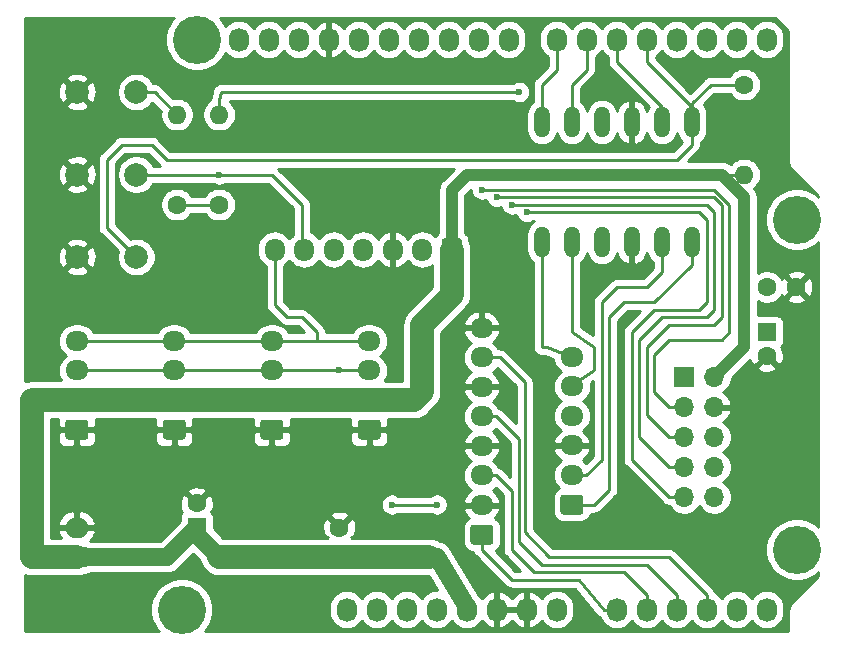
<source format=gbr>
%TF.GenerationSoftware,KiCad,Pcbnew,5.1.6-c6e7f7d~87~ubuntu18.04.1*%
%TF.CreationDate,2021-02-25T00:55:28+09:00*%
%TF.ProjectId,M302,4d333032-2e6b-4696-9361-645f70636258,rev?*%
%TF.SameCoordinates,Original*%
%TF.FileFunction,Copper,L2,Bot*%
%TF.FilePolarity,Positive*%
%FSLAX46Y46*%
G04 Gerber Fmt 4.6, Leading zero omitted, Abs format (unit mm)*
G04 Created by KiCad (PCBNEW 5.1.6-c6e7f7d~87~ubuntu18.04.1) date 2021-02-25 00:55:28*
%MOMM*%
%LPD*%
G01*
G04 APERTURE LIST*
%TA.AperFunction,ComponentPad*%
%ADD10C,1.600000*%
%TD*%
%TA.AperFunction,ComponentPad*%
%ADD11R,1.600000X1.600000*%
%TD*%
%TA.AperFunction,ComponentPad*%
%ADD12O,1.950000X1.700000*%
%TD*%
%TA.AperFunction,ComponentPad*%
%ADD13O,1.600000X1.600000*%
%TD*%
%TA.AperFunction,ComponentPad*%
%ADD14O,1.700000X1.950000*%
%TD*%
%TA.AperFunction,ComponentPad*%
%ADD15C,2.000000*%
%TD*%
%TA.AperFunction,ComponentPad*%
%ADD16O,1.320800X2.641600*%
%TD*%
%TA.AperFunction,ComponentPad*%
%ADD17O,2.000000X1.700000*%
%TD*%
%TA.AperFunction,ComponentPad*%
%ADD18O,1.700000X1.700000*%
%TD*%
%TA.AperFunction,ComponentPad*%
%ADD19R,1.700000X1.700000*%
%TD*%
%TA.AperFunction,ComponentPad*%
%ADD20O,1.727200X2.032000*%
%TD*%
%TA.AperFunction,ComponentPad*%
%ADD21C,4.064000*%
%TD*%
%TA.AperFunction,ViaPad*%
%ADD22C,0.600000*%
%TD*%
%TA.AperFunction,Conductor*%
%ADD23C,0.250000*%
%TD*%
%TA.AperFunction,Conductor*%
%ADD24C,1.000000*%
%TD*%
%TA.AperFunction,Conductor*%
%ADD25C,0.500000*%
%TD*%
%TA.AperFunction,Conductor*%
%ADD26C,1.500000*%
%TD*%
%TA.AperFunction,Conductor*%
%ADD27C,2.000000*%
%TD*%
%TA.AperFunction,Conductor*%
%ADD28C,0.254000*%
%TD*%
G04 APERTURE END LIST*
D10*
%TO.P,C4,2*%
%TO.N,GND*%
X176998000Y-96520000D03*
%TO.P,C4,1*%
%TO.N,+3V3*%
X174498000Y-96520000D03*
%TD*%
%TO.P,C3,2*%
%TO.N,GND*%
X174498000Y-102330000D03*
D11*
%TO.P,C3,1*%
%TO.N,+3V3*%
X174498000Y-100330000D03*
%TD*%
D10*
%TO.P,C2,2*%
%TO.N,GND*%
X138303000Y-116880000D03*
%TO.P,C2,1*%
%TO.N,+5V*%
X138303000Y-119380000D03*
%TD*%
D12*
%TO.P,J9,8*%
%TO.N,GND*%
X150368000Y-99975000D03*
%TO.P,J9,7*%
%TO.N,Net-(J9-Pad7)*%
X150368000Y-102475000D03*
%TO.P,J9,6*%
%TO.N,GND*%
X150368000Y-104975000D03*
%TO.P,J9,5*%
%TO.N,Net-(J9-Pad5)*%
X150368000Y-107475000D03*
%TO.P,J9,4*%
%TO.N,GND*%
X150368000Y-109975000D03*
%TO.P,J9,3*%
%TO.N,Net-(J9-Pad3)*%
X150368000Y-112475000D03*
%TO.P,J9,2*%
%TO.N,GND*%
X150368000Y-114975000D03*
%TO.P,J9,1*%
%TO.N,Net-(J9-Pad1)*%
%TA.AperFunction,ComponentPad*%
G36*
G01*
X151093000Y-118325000D02*
X149643000Y-118325000D01*
G75*
G02*
X149393000Y-118075000I0J250000D01*
G01*
X149393000Y-116875000D01*
G75*
G02*
X149643000Y-116625000I250000J0D01*
G01*
X151093000Y-116625000D01*
G75*
G02*
X151343000Y-116875000I0J-250000D01*
G01*
X151343000Y-118075000D01*
G75*
G02*
X151093000Y-118325000I-250000J0D01*
G01*
G37*
%TD.AperFunction*%
%TD*%
D13*
%TO.P,R3,2*%
%TO.N,+5V*%
X172593000Y-86995000D03*
D10*
%TO.P,R3,1*%
%TO.N,/4*%
X172593000Y-79375000D03*
%TD*%
D13*
%TO.P,R2,2*%
%TO.N,/3(\u002A\u002A)*%
X128143000Y-81915000D03*
D10*
%TO.P,R2,1*%
%TO.N,+5V*%
X128143000Y-89535000D03*
%TD*%
D13*
%TO.P,R1,2*%
%TO.N,/Reset*%
X124571835Y-81915000D03*
D10*
%TO.P,R1,1*%
%TO.N,+5V*%
X124571835Y-89535000D03*
%TD*%
D14*
%TO.P,J5,7*%
%TO.N,/A5(SCL)*%
X132828000Y-93345000D03*
%TO.P,J5,6*%
%TO.N,/3(\u002A\u002A)*%
X135328000Y-93345000D03*
%TO.P,J5,5*%
%TO.N,Net-(J5-Pad5)*%
X137828000Y-93345000D03*
%TO.P,J5,4*%
%TO.N,/A4(SDA)*%
X140328000Y-93345000D03*
%TO.P,J5,3*%
%TO.N,GND*%
X142828000Y-93345000D03*
%TO.P,J5,2*%
%TO.N,Net-(J5-Pad2)*%
X145328000Y-93345000D03*
%TO.P,J5,1*%
%TO.N,+5V*%
%TA.AperFunction,ComponentPad*%
G36*
G01*
X148678000Y-92620000D02*
X148678000Y-94070000D01*
G75*
G02*
X148428000Y-94320000I-250000J0D01*
G01*
X147228000Y-94320000D01*
G75*
G02*
X146978000Y-94070000I0J250000D01*
G01*
X146978000Y-92620000D01*
G75*
G02*
X147228000Y-92370000I250000J0D01*
G01*
X148428000Y-92370000D01*
G75*
G02*
X148678000Y-92620000I0J-250000D01*
G01*
G37*
%TD.AperFunction*%
%TD*%
D15*
%TO.P,SW3,2*%
%TO.N,GND*%
X116118000Y-93980000D03*
%TO.P,SW3,1*%
%TO.N,/4*%
X121118000Y-93980000D03*
%TD*%
D16*
%TO.P,U1,HV1*%
%TO.N,/7*%
X155448000Y-82550000D03*
%TO.P,U1,HV2*%
%TO.N,/6(\u002A\u002A)*%
X157988000Y-82550000D03*
%TO.P,U1,HV*%
%TO.N,+5V*%
X160528000Y-82550000D03*
%TO.P,U1,HGND*%
%TO.N,GND*%
X163068000Y-82550000D03*
%TO.P,U1,HV3*%
%TO.N,/5(\u002A\u002A)*%
X165608000Y-82550000D03*
%TO.P,U1,LGND*%
%TO.N,GND*%
X163068000Y-92710000D03*
%TO.P,U1,LV3*%
%TO.N,Net-(J7-Pad2)*%
X165608000Y-92710000D03*
%TO.P,U1,LV*%
%TO.N,+3V3*%
X160528000Y-92710000D03*
%TO.P,U1,LV2*%
%TO.N,Net-(J7-Pad5)*%
X157988000Y-92710000D03*
%TO.P,U1,HV4*%
%TO.N,/4*%
X168148000Y-82550000D03*
%TO.P,U1,LV4*%
%TO.N,Net-(J7-Pad1)*%
X168148000Y-92710000D03*
%TO.P,U1,LV1*%
%TO.N,Net-(J7-Pad6)*%
X155448000Y-92710000D03*
%TD*%
D17*
%TO.P,J8,2*%
%TO.N,GND*%
X116078000Y-116880000D03*
%TO.P,J8,1*%
%TO.N,+5V*%
%TA.AperFunction,ComponentPad*%
G36*
G01*
X116828000Y-120230000D02*
X115328000Y-120230000D01*
G75*
G02*
X115078000Y-119980000I0J250000D01*
G01*
X115078000Y-118780000D01*
G75*
G02*
X115328000Y-118530000I250000J0D01*
G01*
X116828000Y-118530000D01*
G75*
G02*
X117078000Y-118780000I0J-250000D01*
G01*
X117078000Y-119980000D01*
G75*
G02*
X116828000Y-120230000I-250000J0D01*
G01*
G37*
%TD.AperFunction*%
%TD*%
D10*
%TO.P,C1,2*%
%TO.N,GND*%
X126238000Y-114840000D03*
D11*
%TO.P,C1,1*%
%TO.N,+5V*%
X126238000Y-116840000D03*
%TD*%
D12*
%TO.P,J7,6*%
%TO.N,Net-(J7-Pad6)*%
X157988000Y-102435000D03*
%TO.P,J7,5*%
%TO.N,Net-(J7-Pad5)*%
X157988000Y-104935000D03*
%TO.P,J7,4*%
%TO.N,+3V3*%
X157988000Y-107435000D03*
%TO.P,J7,3*%
%TO.N,GND*%
X157988000Y-109935000D03*
%TO.P,J7,2*%
%TO.N,Net-(J7-Pad2)*%
X157988000Y-112435000D03*
%TO.P,J7,1*%
%TO.N,Net-(J7-Pad1)*%
%TA.AperFunction,ComponentPad*%
G36*
G01*
X158713000Y-115785000D02*
X157263000Y-115785000D01*
G75*
G02*
X157013000Y-115535000I0J250000D01*
G01*
X157013000Y-114335000D01*
G75*
G02*
X157263000Y-114085000I250000J0D01*
G01*
X158713000Y-114085000D01*
G75*
G02*
X158963000Y-114335000I0J-250000D01*
G01*
X158963000Y-115535000D01*
G75*
G02*
X158713000Y-115785000I-250000J0D01*
G01*
G37*
%TD.AperFunction*%
%TD*%
D18*
%TO.P,J6,10*%
%TO.N,Net-(J6-Pad10)*%
X170053000Y-114300000D03*
%TO.P,J6,9*%
%TO.N,/13(SCK)*%
X167513000Y-114300000D03*
%TO.P,J6,8*%
%TO.N,Net-(J6-Pad8)*%
X170053000Y-111760000D03*
%TO.P,J6,7*%
%TO.N,/10(\u002A\u002A/SS)*%
X167513000Y-111760000D03*
%TO.P,J6,6*%
%TO.N,/Reset*%
X170053000Y-109220000D03*
%TO.P,J6,5*%
%TO.N,/11(\u002A\u002A/MOSI)*%
X167513000Y-109220000D03*
%TO.P,J6,4*%
%TO.N,GND*%
X170053000Y-106680000D03*
%TO.P,J6,3*%
%TO.N,/12(MISO)*%
X167513000Y-106680000D03*
%TO.P,J6,2*%
%TO.N,+5V*%
X170053000Y-104140000D03*
D19*
%TO.P,J6,1*%
%TO.N,+3V3*%
X167513000Y-104140000D03*
%TD*%
D15*
%TO.P,SW1,2*%
%TO.N,/Reset*%
X121118000Y-80010000D03*
%TO.P,SW1,1*%
%TO.N,GND*%
X116118000Y-80010000D03*
%TD*%
%TO.P,SW2,2*%
%TO.N,/3(\u002A\u002A)*%
X121118000Y-86995000D03*
%TO.P,SW2,1*%
%TO.N,GND*%
X116118000Y-86995000D03*
%TD*%
D20*
%TO.P,P1,1*%
%TO.N,Net-(P1-Pad1)*%
X138938000Y-123825000D03*
%TO.P,P1,2*%
%TO.N,/IOREF*%
X141478000Y-123825000D03*
%TO.P,P1,3*%
%TO.N,/Reset*%
X144018000Y-123825000D03*
%TO.P,P1,4*%
%TO.N,+3V3*%
X146558000Y-123825000D03*
%TO.P,P1,5*%
%TO.N,+5V*%
X149098000Y-123825000D03*
%TO.P,P1,6*%
%TO.N,GND*%
X151638000Y-123825000D03*
%TO.P,P1,7*%
X154178000Y-123825000D03*
%TO.P,P1,8*%
%TO.N,Net-(P1-Pad8)*%
X156718000Y-123825000D03*
%TD*%
%TO.P,P2,1*%
%TO.N,Net-(J9-Pad1)*%
X161798000Y-123825000D03*
%TO.P,P2,2*%
%TO.N,Net-(J9-Pad3)*%
X164338000Y-123825000D03*
%TO.P,P2,3*%
%TO.N,Net-(J9-Pad5)*%
X166878000Y-123825000D03*
%TO.P,P2,4*%
%TO.N,Net-(J9-Pad7)*%
X169418000Y-123825000D03*
%TO.P,P2,5*%
%TO.N,Net-(P2-Pad5)*%
X171958000Y-123825000D03*
%TO.P,P2,6*%
%TO.N,Net-(P2-Pad6)*%
X174498000Y-123825000D03*
%TD*%
%TO.P,P3,1*%
%TO.N,/A5(SCL)*%
X129794000Y-75565000D03*
%TO.P,P3,2*%
%TO.N,/A4(SDA)*%
X132334000Y-75565000D03*
%TO.P,P3,3*%
%TO.N,/AREF*%
X134874000Y-75565000D03*
%TO.P,P3,4*%
%TO.N,GND*%
X137414000Y-75565000D03*
%TO.P,P3,5*%
%TO.N,/13(SCK)*%
X139954000Y-75565000D03*
%TO.P,P3,6*%
%TO.N,/12(MISO)*%
X142494000Y-75565000D03*
%TO.P,P3,7*%
%TO.N,/11(\u002A\u002A/MOSI)*%
X145034000Y-75565000D03*
%TO.P,P3,8*%
%TO.N,/10(\u002A\u002A/SS)*%
X147574000Y-75565000D03*
%TO.P,P3,9*%
%TO.N,/9(\u002A\u002A)*%
X150114000Y-75565000D03*
%TO.P,P3,10*%
%TO.N,/8*%
X152654000Y-75565000D03*
%TD*%
%TO.P,P4,1*%
%TO.N,/7*%
X156718000Y-75565000D03*
%TO.P,P4,2*%
%TO.N,/6(\u002A\u002A)*%
X159258000Y-75565000D03*
%TO.P,P4,3*%
%TO.N,/5(\u002A\u002A)*%
X161798000Y-75565000D03*
%TO.P,P4,4*%
%TO.N,/4*%
X164338000Y-75565000D03*
%TO.P,P4,5*%
%TO.N,/3(\u002A\u002A)*%
X166878000Y-75565000D03*
%TO.P,P4,6*%
%TO.N,/2*%
X169418000Y-75565000D03*
%TO.P,P4,7*%
%TO.N,/1(Tx)*%
X171958000Y-75565000D03*
%TO.P,P4,8*%
%TO.N,/0(Rx)*%
X174498000Y-75565000D03*
%TD*%
D21*
%TO.P,P5,1*%
%TO.N,Net-(P5-Pad1)*%
X124968000Y-123825000D03*
%TD*%
%TO.P,P6,1*%
%TO.N,Net-(P6-Pad1)*%
X177038000Y-118745000D03*
%TD*%
%TO.P,P7,1*%
%TO.N,Net-(P7-Pad1)*%
X126238000Y-75565000D03*
%TD*%
%TO.P,P8,1*%
%TO.N,Net-(P8-Pad1)*%
X177038000Y-90805000D03*
%TD*%
D12*
%TO.P,J1,4*%
%TO.N,/A5(SCL)*%
X116078000Y-101085000D03*
%TO.P,J1,3*%
%TO.N,/A4(SDA)*%
X116078000Y-103585000D03*
%TO.P,J1,2*%
%TO.N,+5V*%
X116078000Y-106085000D03*
%TO.P,J1,1*%
%TO.N,GND*%
%TA.AperFunction,ComponentPad*%
G36*
G01*
X116803000Y-109435000D02*
X115353000Y-109435000D01*
G75*
G02*
X115103000Y-109185000I0J250000D01*
G01*
X115103000Y-107985000D01*
G75*
G02*
X115353000Y-107735000I250000J0D01*
G01*
X116803000Y-107735000D01*
G75*
G02*
X117053000Y-107985000I0J-250000D01*
G01*
X117053000Y-109185000D01*
G75*
G02*
X116803000Y-109435000I-250000J0D01*
G01*
G37*
%TD.AperFunction*%
%TD*%
%TO.P,J2,1*%
%TO.N,GND*%
%TA.AperFunction,ComponentPad*%
G36*
G01*
X125058000Y-109435000D02*
X123608000Y-109435000D01*
G75*
G02*
X123358000Y-109185000I0J250000D01*
G01*
X123358000Y-107985000D01*
G75*
G02*
X123608000Y-107735000I250000J0D01*
G01*
X125058000Y-107735000D01*
G75*
G02*
X125308000Y-107985000I0J-250000D01*
G01*
X125308000Y-109185000D01*
G75*
G02*
X125058000Y-109435000I-250000J0D01*
G01*
G37*
%TD.AperFunction*%
%TO.P,J2,2*%
%TO.N,+5V*%
X124333000Y-106085000D03*
%TO.P,J2,3*%
%TO.N,/A4(SDA)*%
X124333000Y-103585000D03*
%TO.P,J2,4*%
%TO.N,/A5(SCL)*%
X124333000Y-101085000D03*
%TD*%
%TO.P,J3,4*%
%TO.N,/A5(SCL)*%
X132588000Y-101085000D03*
%TO.P,J3,3*%
%TO.N,/A4(SDA)*%
X132588000Y-103585000D03*
%TO.P,J3,2*%
%TO.N,+5V*%
X132588000Y-106085000D03*
%TO.P,J3,1*%
%TO.N,GND*%
%TA.AperFunction,ComponentPad*%
G36*
G01*
X133313000Y-109435000D02*
X131863000Y-109435000D01*
G75*
G02*
X131613000Y-109185000I0J250000D01*
G01*
X131613000Y-107985000D01*
G75*
G02*
X131863000Y-107735000I250000J0D01*
G01*
X133313000Y-107735000D01*
G75*
G02*
X133563000Y-107985000I0J-250000D01*
G01*
X133563000Y-109185000D01*
G75*
G02*
X133313000Y-109435000I-250000J0D01*
G01*
G37*
%TD.AperFunction*%
%TD*%
%TO.P,J4,1*%
%TO.N,GND*%
%TA.AperFunction,ComponentPad*%
G36*
G01*
X141568000Y-109435000D02*
X140118000Y-109435000D01*
G75*
G02*
X139868000Y-109185000I0J250000D01*
G01*
X139868000Y-107985000D01*
G75*
G02*
X140118000Y-107735000I250000J0D01*
G01*
X141568000Y-107735000D01*
G75*
G02*
X141818000Y-107985000I0J-250000D01*
G01*
X141818000Y-109185000D01*
G75*
G02*
X141568000Y-109435000I-250000J0D01*
G01*
G37*
%TD.AperFunction*%
%TO.P,J4,2*%
%TO.N,+5V*%
X140843000Y-106085000D03*
%TO.P,J4,3*%
%TO.N,/A4(SDA)*%
X140843000Y-103585000D03*
%TO.P,J4,4*%
%TO.N,/A5(SCL)*%
X140843000Y-101085000D03*
%TD*%
D22*
%TO.N,/Reset*%
X142748000Y-114935000D03*
X146558000Y-114935000D03*
%TO.N,+5V*%
X160528000Y-86995000D03*
X121158000Y-106045000D03*
%TO.N,GND*%
X129413000Y-97155000D03*
X140843000Y-108585000D03*
X130683000Y-97155000D03*
X135128000Y-97155000D03*
X133223000Y-116205000D03*
X133223000Y-121920000D03*
X133858000Y-115570000D03*
X133858000Y-116840000D03*
X132588000Y-116840000D03*
X132588000Y-115570000D03*
X133223000Y-117475000D03*
X133223000Y-114935000D03*
X133858000Y-121285000D03*
X132588000Y-121285000D03*
X131953000Y-121920000D03*
X134493000Y-121920000D03*
X133858000Y-122555000D03*
X132588000Y-122555000D03*
X131953000Y-123190000D03*
X133223000Y-123190000D03*
X134493000Y-123190000D03*
X133858000Y-123825000D03*
X132588000Y-123825000D03*
X133223000Y-124460000D03*
X134493000Y-124460000D03*
X131953000Y-124460000D03*
X131953000Y-116205000D03*
X134493000Y-116205000D03*
X134493000Y-117475000D03*
X131953000Y-117475000D03*
X132588000Y-114300000D03*
X133858000Y-114300000D03*
X134493000Y-114935000D03*
X131953000Y-114935000D03*
X133223000Y-113665000D03*
X130048000Y-96520000D03*
X131318000Y-96520000D03*
X131318000Y-97790000D03*
X130048000Y-97790000D03*
X134493000Y-97790000D03*
X134493000Y-96520000D03*
X136398000Y-97155000D03*
X135763000Y-97790000D03*
X133858000Y-97155000D03*
X128778000Y-96520000D03*
X128778000Y-97790000D03*
X135763000Y-96520000D03*
%TO.N,/A4(SDA)*%
X138303000Y-103505000D03*
%TO.N,/3(\u002A\u002A)*%
X153543000Y-80010000D03*
X128143000Y-86995000D03*
%TO.N,/13(SCK)*%
X154178000Y-90170000D03*
%TO.N,/10(\u002A\u002A/SS)*%
X152908000Y-89535000D03*
%TO.N,/12(MISO)*%
X150368000Y-88265000D03*
%TO.N,/11(\u002A\u002A/MOSI)*%
X151638000Y-88900000D03*
%TD*%
D23*
%TO.N,/Reset*%
X122666835Y-80010000D02*
X124571835Y-81915000D01*
X121118000Y-80010000D02*
X122666835Y-80010000D01*
X142748000Y-114935000D02*
X146558000Y-114935000D01*
X146558000Y-114935000D02*
X146558000Y-114935000D01*
D24*
%TO.N,+5V*%
X172593000Y-101600000D02*
X170053000Y-104140000D01*
X172593000Y-88900000D02*
X172593000Y-101600000D01*
X170688000Y-86995000D02*
X172593000Y-88900000D01*
X149098000Y-86995000D02*
X170688000Y-86995000D01*
X147828000Y-88265000D02*
X149098000Y-86995000D01*
X147828000Y-93345000D02*
X147828000Y-88265000D01*
D25*
X136398000Y-106085000D02*
X137628000Y-106085000D01*
D26*
X123698000Y-119380000D02*
X126238000Y-116840000D01*
X116078000Y-119380000D02*
X123698000Y-119380000D01*
X126238000Y-116840000D02*
X126238000Y-117475000D01*
X126238000Y-117475000D02*
X126873000Y-118110000D01*
X126873000Y-118110000D02*
X128143000Y-119380000D01*
D27*
X128143000Y-119380000D02*
X145923000Y-119380000D01*
D26*
X149098000Y-123647769D02*
X149098000Y-123825000D01*
X146558000Y-119380000D02*
X149098000Y-123647769D01*
D27*
X116078000Y-119380000D02*
X112273010Y-119380000D01*
X112273010Y-119380000D02*
X112273010Y-106045000D01*
X116038000Y-106045000D02*
X116078000Y-106085000D01*
X112273010Y-106045000D02*
X116038000Y-106045000D01*
D23*
X125703205Y-89535000D02*
X127508000Y-89535000D01*
X124571835Y-89535000D02*
X125703205Y-89535000D01*
X172593000Y-86995000D02*
X170688000Y-86995000D01*
D27*
X136398000Y-106085000D02*
X140843000Y-106085000D01*
X140843000Y-106085000D02*
X144613000Y-106085000D01*
X144613000Y-106085000D02*
X145288000Y-105410000D01*
X145288000Y-105410000D02*
X145288000Y-99695000D01*
X147828000Y-97155000D02*
X147828000Y-93345000D01*
X145288000Y-99695000D02*
X147828000Y-97155000D01*
X124333000Y-106085000D02*
X136398000Y-106085000D01*
X116078000Y-106085000D02*
X124333000Y-106085000D01*
D23*
%TO.N,/A4(SDA)*%
X136398000Y-103585000D02*
X140843000Y-103585000D01*
X116078000Y-103585000D02*
X136398000Y-103585000D01*
%TO.N,/A5(SCL)*%
X116078000Y-101085000D02*
X126238000Y-101085000D01*
X126238000Y-101085000D02*
X136398000Y-101085000D01*
X136398000Y-101085000D02*
X136398000Y-100330000D01*
X136398000Y-100330000D02*
X135128000Y-99060000D01*
X135128000Y-99060000D02*
X133858000Y-99060000D01*
X132828000Y-98030000D02*
X132828000Y-93345000D01*
X133858000Y-99060000D02*
X132828000Y-98030000D01*
X136398000Y-101085000D02*
X140843000Y-101085000D01*
%TO.N,/7*%
X155448000Y-82550000D02*
X155448000Y-79375000D01*
X155448000Y-79375000D02*
X156718000Y-78105000D01*
X156718000Y-78105000D02*
X156718000Y-75565000D01*
%TO.N,/6(\u002A\u002A)*%
X159258000Y-78105000D02*
X159258000Y-75565000D01*
X157988000Y-79375000D02*
X159258000Y-78105000D01*
X157988000Y-82550000D02*
X157988000Y-79375000D01*
%TO.N,/5(\u002A\u002A)*%
X165608000Y-82550000D02*
X165608000Y-81280000D01*
X161798000Y-77470000D02*
X161798000Y-75565000D01*
X165608000Y-81280000D02*
X161798000Y-77470000D01*
%TO.N,/4*%
X168148000Y-84455000D02*
X168148000Y-82550000D01*
X166878000Y-85725000D02*
X168148000Y-84455000D01*
X123698000Y-85725000D02*
X166878000Y-85725000D01*
X122428000Y-84455000D02*
X123698000Y-85725000D01*
X118618000Y-85725000D02*
X119888000Y-84455000D01*
X118618000Y-91480000D02*
X118618000Y-85725000D01*
X119888000Y-84455000D02*
X122428000Y-84455000D01*
X121118000Y-93980000D02*
X118618000Y-91480000D01*
X168148000Y-82550000D02*
X168148000Y-81280000D01*
X164338000Y-77470000D02*
X164338000Y-75565000D01*
X168148000Y-81280000D02*
X164338000Y-77470000D01*
X171461630Y-79375000D02*
X172593000Y-79375000D01*
X168148000Y-80979200D02*
X169752200Y-79375000D01*
X169752200Y-79375000D02*
X171461630Y-79375000D01*
X168148000Y-82550000D02*
X168148000Y-80979200D01*
%TO.N,/3(\u002A\u002A)*%
X135141600Y-92894990D02*
X135009795Y-93026795D01*
X135141600Y-89548600D02*
X135141600Y-92894990D01*
X132588000Y-86995000D02*
X135141600Y-89548600D01*
X121118000Y-86995000D02*
X132588000Y-86995000D01*
X153543000Y-80010000D02*
X153543000Y-80010000D01*
X128143000Y-80714315D02*
X128281630Y-80010000D01*
X128281630Y-80010000D02*
X153543000Y-80010000D01*
X128143000Y-81915000D02*
X128143000Y-80714315D01*
%TO.N,/13(SCK)*%
X166243000Y-114300000D02*
X167513000Y-114300000D01*
X168783000Y-98425000D02*
X164973000Y-98425000D01*
X169418000Y-97790000D02*
X168783000Y-98425000D01*
X163068000Y-100330000D02*
X163068000Y-111125000D01*
X169418000Y-90805000D02*
X169418000Y-97790000D01*
X168783000Y-90170000D02*
X169418000Y-90805000D01*
X163068000Y-111125000D02*
X166243000Y-114300000D01*
X164973000Y-98425000D02*
X163068000Y-100330000D01*
X154178000Y-90170000D02*
X168783000Y-90170000D01*
%TO.N,/10(\u002A\u002A/SS)*%
X167513000Y-111760000D02*
X166243000Y-111760000D01*
X166243000Y-111760000D02*
X163703000Y-109220000D01*
X163703000Y-109220000D02*
X163703000Y-100965000D01*
X163703000Y-100965000D02*
X165608000Y-99060000D01*
X165608000Y-99060000D02*
X169418000Y-99060000D01*
X169418000Y-99060000D02*
X170053000Y-98425000D01*
X170053000Y-98425000D02*
X170053000Y-90170000D01*
X170053000Y-90170000D02*
X169418000Y-89535000D01*
X169418000Y-89535000D02*
X152908000Y-89535000D01*
%TO.N,/12(MISO)*%
X167513000Y-106680000D02*
X166243000Y-106680000D01*
X166243000Y-106680000D02*
X164973000Y-105410000D01*
X164973000Y-105410000D02*
X164973000Y-102235000D01*
X164973000Y-102235000D02*
X166243000Y-100965000D01*
X166243000Y-100965000D02*
X170688000Y-100965000D01*
X170688000Y-100965000D02*
X171323000Y-100330000D01*
X171323000Y-100330000D02*
X171323000Y-89535000D01*
X171323000Y-89535000D02*
X170053000Y-88265000D01*
X170053000Y-88265000D02*
X150368000Y-88265000D01*
X150368000Y-88265000D02*
X150368000Y-88265000D01*
%TO.N,/11(\u002A\u002A/MOSI)*%
X164338000Y-107315000D02*
X164338000Y-101600000D01*
X166243000Y-109220000D02*
X164338000Y-107315000D01*
X167513000Y-109220000D02*
X166243000Y-109220000D01*
X164338000Y-101600000D02*
X166243000Y-99695000D01*
X166243000Y-99695000D02*
X168783000Y-99695000D01*
X168783000Y-99695000D02*
X170053000Y-99695000D01*
X170053000Y-99695000D02*
X170688000Y-99060000D01*
X170688000Y-99060000D02*
X170688000Y-89536410D01*
X170688000Y-89536410D02*
X170051590Y-88900000D01*
X170051590Y-88900000D02*
X151638000Y-88900000D01*
X151638000Y-88900000D02*
X151638000Y-88900000D01*
%TO.N,Net-(J7-Pad6)*%
X155883000Y-101600000D02*
X157988000Y-102435000D01*
X155448000Y-101600000D02*
X155883000Y-101600000D01*
X155448000Y-92710000D02*
X155448000Y-101600000D01*
%TO.N,Net-(J7-Pad5)*%
X159893000Y-101600000D02*
X159893000Y-103505000D01*
X159893000Y-103505000D02*
X157828000Y-104935000D01*
X157988000Y-100330000D02*
X159893000Y-101600000D01*
X157988000Y-92710000D02*
X157988000Y-100330000D01*
%TO.N,Net-(J7-Pad2)*%
X159218000Y-112435000D02*
X157988000Y-112435000D01*
X160528000Y-111125000D02*
X159218000Y-112435000D01*
X160528000Y-97790000D02*
X160528000Y-111125000D01*
X164338000Y-96520000D02*
X161798000Y-96520000D01*
X165608000Y-95250000D02*
X164338000Y-96520000D01*
X161798000Y-96520000D02*
X160528000Y-97790000D01*
X165608000Y-92710000D02*
X165608000Y-95250000D01*
%TO.N,Net-(J7-Pad1)*%
X159893000Y-114935000D02*
X157988000Y-114935000D01*
X161163000Y-113665000D02*
X159893000Y-114935000D01*
X161163000Y-99060000D02*
X161163000Y-113665000D01*
X162433000Y-97790000D02*
X161163000Y-99060000D01*
X168148000Y-94615000D02*
X164973000Y-97790000D01*
X164973000Y-97790000D02*
X162433000Y-97790000D01*
X168148000Y-92710000D02*
X168148000Y-94615000D01*
%TO.N,Net-(J9-Pad7)*%
X151878000Y-102475000D02*
X150368000Y-102475000D01*
X153993010Y-104590010D02*
X151878000Y-102475000D01*
X153993010Y-117290010D02*
X153993010Y-104590010D01*
X156083000Y-119380000D02*
X153993010Y-117290010D01*
X166239000Y-119380000D02*
X156083000Y-119380000D01*
X169418000Y-122559000D02*
X166239000Y-119380000D01*
X169418000Y-123825000D02*
X169418000Y-122559000D01*
%TO.N,Net-(J9-Pad5)*%
X166878000Y-122559000D02*
X164334000Y-120015000D01*
X166878000Y-123825000D02*
X166878000Y-122559000D01*
X164334000Y-120015000D02*
X155448000Y-120015000D01*
X155448000Y-120015000D02*
X153543000Y-118110000D01*
X151593000Y-107475000D02*
X150368000Y-107475000D01*
X153543000Y-109425000D02*
X151593000Y-107475000D01*
X153543000Y-118110000D02*
X153543000Y-109425000D01*
%TO.N,Net-(J9-Pad3)*%
X164338000Y-122559000D02*
X162429000Y-120650000D01*
X164338000Y-123825000D02*
X164338000Y-122559000D01*
X162429000Y-120650000D02*
X154813000Y-120650000D01*
X154813000Y-120650000D02*
X152908000Y-118745000D01*
X151593000Y-112475000D02*
X150368000Y-112475000D01*
X152908000Y-113790000D02*
X151593000Y-112475000D01*
X152908000Y-118745000D02*
X152908000Y-113790000D01*
%TO.N,Net-(J9-Pad1)*%
X160684400Y-123825000D02*
X158623000Y-121285000D01*
X161798000Y-123825000D02*
X160684400Y-123825000D01*
X158623000Y-121285000D02*
X152908000Y-121285000D01*
X150368000Y-118745000D02*
X150368000Y-117475000D01*
X152908000Y-121285000D02*
X150368000Y-118745000D01*
%TD*%
D28*
%TO.N,GND*%
G36*
X124166406Y-73864887D02*
G01*
X123874536Y-74301702D01*
X123673492Y-74787065D01*
X123571000Y-75302323D01*
X123571000Y-75827677D01*
X123673492Y-76342935D01*
X123874536Y-76828298D01*
X124166406Y-77265113D01*
X124537887Y-77636594D01*
X124974702Y-77928464D01*
X125460065Y-78129508D01*
X125975323Y-78232000D01*
X126500677Y-78232000D01*
X127015935Y-78129508D01*
X127501298Y-77928464D01*
X127938113Y-77636594D01*
X128309594Y-77265113D01*
X128601464Y-76828298D01*
X128657001Y-76694219D01*
X128729203Y-76782197D01*
X128957395Y-76969469D01*
X129217737Y-77108625D01*
X129500224Y-77194316D01*
X129794000Y-77223251D01*
X130087777Y-77194316D01*
X130370264Y-77108625D01*
X130630606Y-76969469D01*
X130858797Y-76782197D01*
X131046069Y-76554006D01*
X131064000Y-76520459D01*
X131081931Y-76554006D01*
X131269203Y-76782197D01*
X131497395Y-76969469D01*
X131757737Y-77108625D01*
X132040224Y-77194316D01*
X132334000Y-77223251D01*
X132627777Y-77194316D01*
X132910264Y-77108625D01*
X133170606Y-76969469D01*
X133398797Y-76782197D01*
X133586069Y-76554006D01*
X133604000Y-76520459D01*
X133621931Y-76554006D01*
X133809203Y-76782197D01*
X134037395Y-76969469D01*
X134297737Y-77108625D01*
X134580224Y-77194316D01*
X134874000Y-77223251D01*
X135167777Y-77194316D01*
X135450264Y-77108625D01*
X135710606Y-76969469D01*
X135938797Y-76782197D01*
X136126069Y-76554006D01*
X136147424Y-76514053D01*
X136295514Y-76716729D01*
X136511965Y-76915733D01*
X136763081Y-77068686D01*
X137039211Y-77169709D01*
X137054974Y-77172358D01*
X137287000Y-77051217D01*
X137287000Y-75692000D01*
X137267000Y-75692000D01*
X137267000Y-75438000D01*
X137287000Y-75438000D01*
X137287000Y-74078783D01*
X137541000Y-74078783D01*
X137541000Y-75438000D01*
X137561000Y-75438000D01*
X137561000Y-75692000D01*
X137541000Y-75692000D01*
X137541000Y-77051217D01*
X137773026Y-77172358D01*
X137788789Y-77169709D01*
X138064919Y-77068686D01*
X138316035Y-76915733D01*
X138532486Y-76716729D01*
X138680576Y-76514053D01*
X138701931Y-76554006D01*
X138889203Y-76782197D01*
X139117395Y-76969469D01*
X139377737Y-77108625D01*
X139660224Y-77194316D01*
X139954000Y-77223251D01*
X140247777Y-77194316D01*
X140530264Y-77108625D01*
X140790606Y-76969469D01*
X141018797Y-76782197D01*
X141206069Y-76554006D01*
X141224000Y-76520459D01*
X141241931Y-76554006D01*
X141429203Y-76782197D01*
X141657395Y-76969469D01*
X141917737Y-77108625D01*
X142200224Y-77194316D01*
X142494000Y-77223251D01*
X142787777Y-77194316D01*
X143070264Y-77108625D01*
X143330606Y-76969469D01*
X143558797Y-76782197D01*
X143746069Y-76554006D01*
X143764000Y-76520459D01*
X143781931Y-76554006D01*
X143969203Y-76782197D01*
X144197395Y-76969469D01*
X144457737Y-77108625D01*
X144740224Y-77194316D01*
X145034000Y-77223251D01*
X145327777Y-77194316D01*
X145610264Y-77108625D01*
X145870606Y-76969469D01*
X146098797Y-76782197D01*
X146286069Y-76554006D01*
X146304000Y-76520459D01*
X146321931Y-76554006D01*
X146509203Y-76782197D01*
X146737395Y-76969469D01*
X146997737Y-77108625D01*
X147280224Y-77194316D01*
X147574000Y-77223251D01*
X147867777Y-77194316D01*
X148150264Y-77108625D01*
X148410606Y-76969469D01*
X148638797Y-76782197D01*
X148826069Y-76554006D01*
X148844000Y-76520459D01*
X148861931Y-76554006D01*
X149049203Y-76782197D01*
X149277395Y-76969469D01*
X149537737Y-77108625D01*
X149820224Y-77194316D01*
X150114000Y-77223251D01*
X150407777Y-77194316D01*
X150690264Y-77108625D01*
X150950606Y-76969469D01*
X151178797Y-76782197D01*
X151366069Y-76554006D01*
X151384000Y-76520459D01*
X151401931Y-76554006D01*
X151589203Y-76782197D01*
X151817395Y-76969469D01*
X152077737Y-77108625D01*
X152360224Y-77194316D01*
X152654000Y-77223251D01*
X152947777Y-77194316D01*
X153230264Y-77108625D01*
X153490606Y-76969469D01*
X153718797Y-76782197D01*
X153906069Y-76554006D01*
X154045225Y-76293663D01*
X154130916Y-76011176D01*
X154152600Y-75791018D01*
X154152600Y-75338981D01*
X154130916Y-75118823D01*
X154045225Y-74836336D01*
X153906069Y-74575994D01*
X153718797Y-74347803D01*
X153490605Y-74160531D01*
X153230263Y-74021375D01*
X152947776Y-73935684D01*
X152654000Y-73906749D01*
X152360223Y-73935684D01*
X152077736Y-74021375D01*
X151817394Y-74160531D01*
X151589203Y-74347803D01*
X151401931Y-74575995D01*
X151384000Y-74609541D01*
X151366069Y-74575994D01*
X151178797Y-74347803D01*
X150950605Y-74160531D01*
X150690263Y-74021375D01*
X150407776Y-73935684D01*
X150114000Y-73906749D01*
X149820223Y-73935684D01*
X149537736Y-74021375D01*
X149277394Y-74160531D01*
X149049203Y-74347803D01*
X148861931Y-74575995D01*
X148844000Y-74609541D01*
X148826069Y-74575994D01*
X148638797Y-74347803D01*
X148410605Y-74160531D01*
X148150263Y-74021375D01*
X147867776Y-73935684D01*
X147574000Y-73906749D01*
X147280223Y-73935684D01*
X146997736Y-74021375D01*
X146737394Y-74160531D01*
X146509203Y-74347803D01*
X146321931Y-74575995D01*
X146304000Y-74609541D01*
X146286069Y-74575994D01*
X146098797Y-74347803D01*
X145870605Y-74160531D01*
X145610263Y-74021375D01*
X145327776Y-73935684D01*
X145034000Y-73906749D01*
X144740223Y-73935684D01*
X144457736Y-74021375D01*
X144197394Y-74160531D01*
X143969203Y-74347803D01*
X143781931Y-74575995D01*
X143764000Y-74609541D01*
X143746069Y-74575994D01*
X143558797Y-74347803D01*
X143330605Y-74160531D01*
X143070263Y-74021375D01*
X142787776Y-73935684D01*
X142494000Y-73906749D01*
X142200223Y-73935684D01*
X141917736Y-74021375D01*
X141657394Y-74160531D01*
X141429203Y-74347803D01*
X141241931Y-74575995D01*
X141224000Y-74609541D01*
X141206069Y-74575994D01*
X141018797Y-74347803D01*
X140790605Y-74160531D01*
X140530263Y-74021375D01*
X140247776Y-73935684D01*
X139954000Y-73906749D01*
X139660223Y-73935684D01*
X139377736Y-74021375D01*
X139117394Y-74160531D01*
X138889203Y-74347803D01*
X138701931Y-74575995D01*
X138680576Y-74615947D01*
X138532486Y-74413271D01*
X138316035Y-74214267D01*
X138064919Y-74061314D01*
X137788789Y-73960291D01*
X137773026Y-73957642D01*
X137541000Y-74078783D01*
X137287000Y-74078783D01*
X137054974Y-73957642D01*
X137039211Y-73960291D01*
X136763081Y-74061314D01*
X136511965Y-74214267D01*
X136295514Y-74413271D01*
X136147424Y-74615947D01*
X136126069Y-74575994D01*
X135938797Y-74347803D01*
X135710605Y-74160531D01*
X135450263Y-74021375D01*
X135167776Y-73935684D01*
X134874000Y-73906749D01*
X134580223Y-73935684D01*
X134297736Y-74021375D01*
X134037394Y-74160531D01*
X133809203Y-74347803D01*
X133621931Y-74575995D01*
X133604000Y-74609541D01*
X133586069Y-74575994D01*
X133398797Y-74347803D01*
X133170605Y-74160531D01*
X132910263Y-74021375D01*
X132627776Y-73935684D01*
X132334000Y-73906749D01*
X132040223Y-73935684D01*
X131757736Y-74021375D01*
X131497394Y-74160531D01*
X131269203Y-74347803D01*
X131081931Y-74575995D01*
X131064000Y-74609541D01*
X131046069Y-74575994D01*
X130858797Y-74347803D01*
X130630605Y-74160531D01*
X130370263Y-74021375D01*
X130087776Y-73935684D01*
X129794000Y-73906749D01*
X129500223Y-73935684D01*
X129217736Y-74021375D01*
X128957394Y-74160531D01*
X128729203Y-74347803D01*
X128657001Y-74435781D01*
X128601464Y-74301702D01*
X128309594Y-73864887D01*
X128179707Y-73735000D01*
X175219909Y-73735000D01*
X176328001Y-74843093D01*
X176328000Y-85944125D01*
X176324565Y-85979000D01*
X176328000Y-86013875D01*
X176328000Y-86013876D01*
X176338273Y-86118183D01*
X176378872Y-86252019D01*
X176444800Y-86375362D01*
X176533525Y-86483474D01*
X176560617Y-86505708D01*
X178868001Y-88813093D01*
X178868001Y-88863294D01*
X178738113Y-88733406D01*
X178301298Y-88441536D01*
X177815935Y-88240492D01*
X177300677Y-88138000D01*
X176775323Y-88138000D01*
X176260065Y-88240492D01*
X175774702Y-88441536D01*
X175337887Y-88733406D01*
X174966406Y-89104887D01*
X174674536Y-89541702D01*
X174473492Y-90027065D01*
X174371000Y-90542323D01*
X174371000Y-91067677D01*
X174473492Y-91582935D01*
X174674536Y-92068298D01*
X174966406Y-92505113D01*
X175337887Y-92876594D01*
X175774702Y-93168464D01*
X176260065Y-93369508D01*
X176775323Y-93472000D01*
X177300677Y-93472000D01*
X177815935Y-93369508D01*
X178301298Y-93168464D01*
X178738113Y-92876594D01*
X178868001Y-92746706D01*
X178868000Y-116803293D01*
X178738113Y-116673406D01*
X178301298Y-116381536D01*
X177815935Y-116180492D01*
X177300677Y-116078000D01*
X176775323Y-116078000D01*
X176260065Y-116180492D01*
X175774702Y-116381536D01*
X175337887Y-116673406D01*
X174966406Y-117044887D01*
X174674536Y-117481702D01*
X174473492Y-117967065D01*
X174371000Y-118482323D01*
X174371000Y-119007677D01*
X174473492Y-119522935D01*
X174674536Y-120008298D01*
X174966406Y-120445113D01*
X175337887Y-120816594D01*
X175774702Y-121108464D01*
X176260065Y-121309508D01*
X176775323Y-121412000D01*
X177300677Y-121412000D01*
X177815935Y-121309508D01*
X178301298Y-121108464D01*
X178738113Y-120816594D01*
X178868000Y-120686707D01*
X178868000Y-120990908D01*
X176560617Y-123298292D01*
X176533526Y-123320525D01*
X176511293Y-123347616D01*
X176444801Y-123428637D01*
X176378872Y-123551981D01*
X176338274Y-123685816D01*
X176324565Y-123825000D01*
X176328001Y-123859885D01*
X176328000Y-125655000D01*
X126909707Y-125655000D01*
X127039594Y-125525113D01*
X127331464Y-125088298D01*
X127532508Y-124602935D01*
X127635000Y-124087677D01*
X127635000Y-123562323D01*
X127532508Y-123047065D01*
X127331464Y-122561702D01*
X127039594Y-122124887D01*
X126668113Y-121753406D01*
X126231298Y-121461536D01*
X125745935Y-121260492D01*
X125230677Y-121158000D01*
X124705323Y-121158000D01*
X124190065Y-121260492D01*
X123704702Y-121461536D01*
X123267887Y-121753406D01*
X122896406Y-122124887D01*
X122604536Y-122561702D01*
X122403492Y-123047065D01*
X122301000Y-123562323D01*
X122301000Y-124087677D01*
X122403492Y-124602935D01*
X122604536Y-125088298D01*
X122896406Y-125525113D01*
X123026293Y-125655000D01*
X111708000Y-125655000D01*
X111708000Y-120917177D01*
X111952494Y-120991343D01*
X112273010Y-121022911D01*
X112353332Y-121015000D01*
X116158322Y-121015000D01*
X116398516Y-120991343D01*
X116706715Y-120897852D01*
X116762429Y-120868072D01*
X116828000Y-120868072D01*
X117001254Y-120851008D01*
X117167850Y-120800472D01*
X117234213Y-120765000D01*
X123629971Y-120765000D01*
X123698000Y-120771700D01*
X123766029Y-120765000D01*
X123766037Y-120765000D01*
X123969507Y-120744960D01*
X124230581Y-120665764D01*
X124471188Y-120537157D01*
X124682081Y-120364081D01*
X124725454Y-120311231D01*
X125920500Y-119116185D01*
X126543338Y-119739024D01*
X126625148Y-120008715D01*
X126776969Y-120292752D01*
X126981286Y-120541714D01*
X127230248Y-120746031D01*
X127514285Y-120897852D01*
X127822484Y-120991343D01*
X128062678Y-121015000D01*
X145919351Y-121015000D01*
X146607740Y-122171648D01*
X146558000Y-122166749D01*
X146264223Y-122195684D01*
X145981736Y-122281375D01*
X145721394Y-122420531D01*
X145493203Y-122607803D01*
X145305931Y-122835995D01*
X145288000Y-122869541D01*
X145270069Y-122835994D01*
X145082797Y-122607803D01*
X144854605Y-122420531D01*
X144594263Y-122281375D01*
X144311776Y-122195684D01*
X144018000Y-122166749D01*
X143724223Y-122195684D01*
X143441736Y-122281375D01*
X143181394Y-122420531D01*
X142953203Y-122607803D01*
X142765931Y-122835995D01*
X142748000Y-122869541D01*
X142730069Y-122835994D01*
X142542797Y-122607803D01*
X142314605Y-122420531D01*
X142054263Y-122281375D01*
X141771776Y-122195684D01*
X141478000Y-122166749D01*
X141184223Y-122195684D01*
X140901736Y-122281375D01*
X140641394Y-122420531D01*
X140413203Y-122607803D01*
X140225931Y-122835995D01*
X140208000Y-122869541D01*
X140190069Y-122835994D01*
X140002797Y-122607803D01*
X139774605Y-122420531D01*
X139514263Y-122281375D01*
X139231776Y-122195684D01*
X138938000Y-122166749D01*
X138644223Y-122195684D01*
X138361736Y-122281375D01*
X138101394Y-122420531D01*
X137873203Y-122607803D01*
X137685931Y-122835995D01*
X137546775Y-123096337D01*
X137461084Y-123378824D01*
X137439400Y-123598982D01*
X137439400Y-124051019D01*
X137461084Y-124271177D01*
X137546775Y-124553664D01*
X137685931Y-124814006D01*
X137873203Y-125042197D01*
X138101395Y-125229469D01*
X138361737Y-125368625D01*
X138644224Y-125454316D01*
X138938000Y-125483251D01*
X139231777Y-125454316D01*
X139514264Y-125368625D01*
X139774606Y-125229469D01*
X140002797Y-125042197D01*
X140190069Y-124814006D01*
X140208000Y-124780459D01*
X140225931Y-124814006D01*
X140413203Y-125042197D01*
X140641395Y-125229469D01*
X140901737Y-125368625D01*
X141184224Y-125454316D01*
X141478000Y-125483251D01*
X141771777Y-125454316D01*
X142054264Y-125368625D01*
X142314606Y-125229469D01*
X142542797Y-125042197D01*
X142730069Y-124814006D01*
X142748000Y-124780459D01*
X142765931Y-124814006D01*
X142953203Y-125042197D01*
X143181395Y-125229469D01*
X143441737Y-125368625D01*
X143724224Y-125454316D01*
X144018000Y-125483251D01*
X144311777Y-125454316D01*
X144594264Y-125368625D01*
X144854606Y-125229469D01*
X145082797Y-125042197D01*
X145270069Y-124814006D01*
X145288000Y-124780459D01*
X145305931Y-124814006D01*
X145493203Y-125042197D01*
X145721395Y-125229469D01*
X145981737Y-125368625D01*
X146264224Y-125454316D01*
X146558000Y-125483251D01*
X146851777Y-125454316D01*
X147134264Y-125368625D01*
X147394606Y-125229469D01*
X147622797Y-125042197D01*
X147810069Y-124814006D01*
X147828000Y-124780459D01*
X147845931Y-124814006D01*
X148033203Y-125042197D01*
X148261395Y-125229469D01*
X148521737Y-125368625D01*
X148804224Y-125454316D01*
X149098000Y-125483251D01*
X149391777Y-125454316D01*
X149674264Y-125368625D01*
X149934606Y-125229469D01*
X150162797Y-125042197D01*
X150350069Y-124814006D01*
X150371424Y-124774053D01*
X150519514Y-124976729D01*
X150735965Y-125175733D01*
X150987081Y-125328686D01*
X151263211Y-125429709D01*
X151278974Y-125432358D01*
X151511000Y-125311217D01*
X151511000Y-123952000D01*
X151765000Y-123952000D01*
X151765000Y-125311217D01*
X151997026Y-125432358D01*
X152012789Y-125429709D01*
X152288919Y-125328686D01*
X152540035Y-125175733D01*
X152756486Y-124976729D01*
X152908000Y-124769367D01*
X153059514Y-124976729D01*
X153275965Y-125175733D01*
X153527081Y-125328686D01*
X153803211Y-125429709D01*
X153818974Y-125432358D01*
X154051000Y-125311217D01*
X154051000Y-123952000D01*
X151765000Y-123952000D01*
X151511000Y-123952000D01*
X151491000Y-123952000D01*
X151491000Y-123698000D01*
X151511000Y-123698000D01*
X151511000Y-122338783D01*
X151765000Y-122338783D01*
X151765000Y-123698000D01*
X154051000Y-123698000D01*
X154051000Y-122338783D01*
X154305000Y-122338783D01*
X154305000Y-123698000D01*
X154325000Y-123698000D01*
X154325000Y-123952000D01*
X154305000Y-123952000D01*
X154305000Y-125311217D01*
X154537026Y-125432358D01*
X154552789Y-125429709D01*
X154828919Y-125328686D01*
X155080035Y-125175733D01*
X155296486Y-124976729D01*
X155444576Y-124774053D01*
X155465931Y-124814006D01*
X155653203Y-125042197D01*
X155881395Y-125229469D01*
X156141737Y-125368625D01*
X156424224Y-125454316D01*
X156718000Y-125483251D01*
X157011777Y-125454316D01*
X157294264Y-125368625D01*
X157554606Y-125229469D01*
X157782797Y-125042197D01*
X157970069Y-124814006D01*
X158109225Y-124553663D01*
X158194916Y-124271176D01*
X158216600Y-124051018D01*
X158216600Y-123598981D01*
X158194916Y-123378823D01*
X158109225Y-123096336D01*
X157970069Y-122835994D01*
X157782797Y-122607803D01*
X157554605Y-122420531D01*
X157294263Y-122281375D01*
X157011776Y-122195684D01*
X156718000Y-122166749D01*
X156424223Y-122195684D01*
X156141736Y-122281375D01*
X155881394Y-122420531D01*
X155653203Y-122607803D01*
X155465931Y-122835995D01*
X155444576Y-122875947D01*
X155296486Y-122673271D01*
X155080035Y-122474267D01*
X154828919Y-122321314D01*
X154552789Y-122220291D01*
X154537026Y-122217642D01*
X154305000Y-122338783D01*
X154051000Y-122338783D01*
X153818974Y-122217642D01*
X153803211Y-122220291D01*
X153527081Y-122321314D01*
X153275965Y-122474267D01*
X153059514Y-122673271D01*
X152908000Y-122880633D01*
X152756486Y-122673271D01*
X152540035Y-122474267D01*
X152288919Y-122321314D01*
X152012789Y-122220291D01*
X151997026Y-122217642D01*
X151765000Y-122338783D01*
X151511000Y-122338783D01*
X151278974Y-122217642D01*
X151263211Y-122220291D01*
X150987081Y-122321314D01*
X150735965Y-122474267D01*
X150519514Y-122673271D01*
X150371424Y-122875947D01*
X150350069Y-122835994D01*
X150162797Y-122607803D01*
X150022037Y-122492285D01*
X147713365Y-118613199D01*
X147592083Y-118448602D01*
X147390506Y-118264759D01*
X147156937Y-118123774D01*
X146900351Y-118031065D01*
X146846674Y-118022932D01*
X146835752Y-118013969D01*
X146551715Y-117862148D01*
X146243516Y-117768657D01*
X146003322Y-117745000D01*
X139347607Y-117745000D01*
X139295704Y-117693097D01*
X139539671Y-117621514D01*
X139660571Y-117366004D01*
X139729300Y-117091816D01*
X139743217Y-116809488D01*
X139701787Y-116529870D01*
X139606603Y-116263708D01*
X139539671Y-116138486D01*
X139295702Y-116066903D01*
X138482605Y-116880000D01*
X138496748Y-116894143D01*
X138317143Y-117073748D01*
X138303000Y-117059605D01*
X138288858Y-117073748D01*
X138109253Y-116894143D01*
X138123395Y-116880000D01*
X137310298Y-116066903D01*
X137066329Y-116138486D01*
X136945429Y-116393996D01*
X136876700Y-116668184D01*
X136862783Y-116950512D01*
X136904213Y-117230130D01*
X136999397Y-117496292D01*
X137066329Y-117621514D01*
X137310296Y-117693097D01*
X137258393Y-117745000D01*
X128466685Y-117745000D01*
X127676072Y-116954387D01*
X127676072Y-116040000D01*
X127663812Y-115915518D01*
X127655252Y-115887298D01*
X137489903Y-115887298D01*
X138303000Y-116700395D01*
X139116097Y-115887298D01*
X139044514Y-115643329D01*
X138789004Y-115522429D01*
X138514816Y-115453700D01*
X138232488Y-115439783D01*
X137952870Y-115481213D01*
X137686708Y-115576397D01*
X137561486Y-115643329D01*
X137489903Y-115887298D01*
X127655252Y-115887298D01*
X127627502Y-115795820D01*
X127568537Y-115685506D01*
X127489185Y-115588815D01*
X127476242Y-115578193D01*
X127595571Y-115326004D01*
X127664300Y-115051816D01*
X127674597Y-114842911D01*
X141813000Y-114842911D01*
X141813000Y-115027089D01*
X141848932Y-115207729D01*
X141919414Y-115377889D01*
X142021738Y-115531028D01*
X142151972Y-115661262D01*
X142305111Y-115763586D01*
X142475271Y-115834068D01*
X142655911Y-115870000D01*
X142840089Y-115870000D01*
X143020729Y-115834068D01*
X143190889Y-115763586D01*
X143293535Y-115695000D01*
X146012465Y-115695000D01*
X146115111Y-115763586D01*
X146285271Y-115834068D01*
X146465911Y-115870000D01*
X146650089Y-115870000D01*
X146830729Y-115834068D01*
X147000889Y-115763586D01*
X147154028Y-115661262D01*
X147284262Y-115531028D01*
X147386586Y-115377889D01*
X147457068Y-115207729D01*
X147493000Y-115027089D01*
X147493000Y-114842911D01*
X147457068Y-114662271D01*
X147386586Y-114492111D01*
X147284262Y-114338972D01*
X147154028Y-114208738D01*
X147000889Y-114106414D01*
X146830729Y-114035932D01*
X146650089Y-114000000D01*
X146465911Y-114000000D01*
X146285271Y-114035932D01*
X146115111Y-114106414D01*
X146012465Y-114175000D01*
X143293535Y-114175000D01*
X143190889Y-114106414D01*
X143020729Y-114035932D01*
X142840089Y-114000000D01*
X142655911Y-114000000D01*
X142475271Y-114035932D01*
X142305111Y-114106414D01*
X142151972Y-114208738D01*
X142021738Y-114338972D01*
X141919414Y-114492111D01*
X141848932Y-114662271D01*
X141813000Y-114842911D01*
X127674597Y-114842911D01*
X127678217Y-114769488D01*
X127636787Y-114489870D01*
X127541603Y-114223708D01*
X127474671Y-114098486D01*
X127230702Y-114026903D01*
X126417605Y-114840000D01*
X126431748Y-114854143D01*
X126252143Y-115033748D01*
X126238000Y-115019605D01*
X126223858Y-115033748D01*
X126044253Y-114854143D01*
X126058395Y-114840000D01*
X125245298Y-114026903D01*
X125001329Y-114098486D01*
X124880429Y-114353996D01*
X124811700Y-114628184D01*
X124797783Y-114910512D01*
X124839213Y-115190130D01*
X124934397Y-115456292D01*
X124999616Y-115578309D01*
X124986815Y-115588815D01*
X124907463Y-115685506D01*
X124848498Y-115795820D01*
X124812188Y-115915518D01*
X124799928Y-116040000D01*
X124799928Y-116319387D01*
X123124315Y-117995000D01*
X117234213Y-117995000D01*
X117219407Y-117987086D01*
X117219795Y-117986802D01*
X117416664Y-117772046D01*
X117567854Y-117523009D01*
X117667554Y-117249261D01*
X117669476Y-117236890D01*
X117548155Y-117007000D01*
X116205000Y-117007000D01*
X116205000Y-117027000D01*
X115951000Y-117027000D01*
X115951000Y-117007000D01*
X114607845Y-117007000D01*
X114486524Y-117236890D01*
X114488446Y-117249261D01*
X114588146Y-117523009D01*
X114722916Y-117745000D01*
X113908010Y-117745000D01*
X113908010Y-116523110D01*
X114486524Y-116523110D01*
X114607845Y-116753000D01*
X115951000Y-116753000D01*
X115951000Y-115552768D01*
X116205000Y-115552768D01*
X116205000Y-116753000D01*
X117548155Y-116753000D01*
X117669476Y-116523110D01*
X117667554Y-116510739D01*
X117567854Y-116236991D01*
X117416664Y-115987954D01*
X117219795Y-115773198D01*
X116984812Y-115600975D01*
X116720745Y-115477904D01*
X116437742Y-115408715D01*
X116205000Y-115552768D01*
X115951000Y-115552768D01*
X115718258Y-115408715D01*
X115435255Y-115477904D01*
X115171188Y-115600975D01*
X114936205Y-115773198D01*
X114739336Y-115987954D01*
X114588146Y-116236991D01*
X114488446Y-116510739D01*
X114486524Y-116523110D01*
X113908010Y-116523110D01*
X113908010Y-113847298D01*
X125424903Y-113847298D01*
X126238000Y-114660395D01*
X127051097Y-113847298D01*
X126979514Y-113603329D01*
X126724004Y-113482429D01*
X126449816Y-113413700D01*
X126167488Y-113399783D01*
X125887870Y-113441213D01*
X125621708Y-113536397D01*
X125496486Y-113603329D01*
X125424903Y-113847298D01*
X113908010Y-113847298D01*
X113908010Y-109435000D01*
X114464928Y-109435000D01*
X114477188Y-109559482D01*
X114513498Y-109679180D01*
X114572463Y-109789494D01*
X114651815Y-109886185D01*
X114748506Y-109965537D01*
X114858820Y-110024502D01*
X114978518Y-110060812D01*
X115103000Y-110073072D01*
X115792250Y-110070000D01*
X115951000Y-109911250D01*
X115951000Y-108712000D01*
X116205000Y-108712000D01*
X116205000Y-109911250D01*
X116363750Y-110070000D01*
X117053000Y-110073072D01*
X117177482Y-110060812D01*
X117297180Y-110024502D01*
X117407494Y-109965537D01*
X117504185Y-109886185D01*
X117583537Y-109789494D01*
X117642502Y-109679180D01*
X117678812Y-109559482D01*
X117691072Y-109435000D01*
X122719928Y-109435000D01*
X122732188Y-109559482D01*
X122768498Y-109679180D01*
X122827463Y-109789494D01*
X122906815Y-109886185D01*
X123003506Y-109965537D01*
X123113820Y-110024502D01*
X123233518Y-110060812D01*
X123358000Y-110073072D01*
X124047250Y-110070000D01*
X124206000Y-109911250D01*
X124206000Y-108712000D01*
X124460000Y-108712000D01*
X124460000Y-109911250D01*
X124618750Y-110070000D01*
X125308000Y-110073072D01*
X125432482Y-110060812D01*
X125552180Y-110024502D01*
X125662494Y-109965537D01*
X125759185Y-109886185D01*
X125838537Y-109789494D01*
X125897502Y-109679180D01*
X125933812Y-109559482D01*
X125946072Y-109435000D01*
X130974928Y-109435000D01*
X130987188Y-109559482D01*
X131023498Y-109679180D01*
X131082463Y-109789494D01*
X131161815Y-109886185D01*
X131258506Y-109965537D01*
X131368820Y-110024502D01*
X131488518Y-110060812D01*
X131613000Y-110073072D01*
X132302250Y-110070000D01*
X132461000Y-109911250D01*
X132461000Y-108712000D01*
X132715000Y-108712000D01*
X132715000Y-109911250D01*
X132873750Y-110070000D01*
X133563000Y-110073072D01*
X133687482Y-110060812D01*
X133807180Y-110024502D01*
X133917494Y-109965537D01*
X134014185Y-109886185D01*
X134093537Y-109789494D01*
X134152502Y-109679180D01*
X134188812Y-109559482D01*
X134201072Y-109435000D01*
X139229928Y-109435000D01*
X139242188Y-109559482D01*
X139278498Y-109679180D01*
X139337463Y-109789494D01*
X139416815Y-109886185D01*
X139513506Y-109965537D01*
X139623820Y-110024502D01*
X139743518Y-110060812D01*
X139868000Y-110073072D01*
X140557250Y-110070000D01*
X140716000Y-109911250D01*
X140716000Y-108712000D01*
X140970000Y-108712000D01*
X140970000Y-109911250D01*
X141128750Y-110070000D01*
X141818000Y-110073072D01*
X141942482Y-110060812D01*
X142062180Y-110024502D01*
X142172494Y-109965537D01*
X142269185Y-109886185D01*
X142348537Y-109789494D01*
X142407502Y-109679180D01*
X142443812Y-109559482D01*
X142456072Y-109435000D01*
X142453000Y-108870750D01*
X142294250Y-108712000D01*
X140970000Y-108712000D01*
X140716000Y-108712000D01*
X139391750Y-108712000D01*
X139233000Y-108870750D01*
X139229928Y-109435000D01*
X134201072Y-109435000D01*
X134198000Y-108870750D01*
X134039250Y-108712000D01*
X132715000Y-108712000D01*
X132461000Y-108712000D01*
X131136750Y-108712000D01*
X130978000Y-108870750D01*
X130974928Y-109435000D01*
X125946072Y-109435000D01*
X125943000Y-108870750D01*
X125784250Y-108712000D01*
X124460000Y-108712000D01*
X124206000Y-108712000D01*
X122881750Y-108712000D01*
X122723000Y-108870750D01*
X122719928Y-109435000D01*
X117691072Y-109435000D01*
X117688000Y-108870750D01*
X117529250Y-108712000D01*
X116205000Y-108712000D01*
X115951000Y-108712000D01*
X114626750Y-108712000D01*
X114468000Y-108870750D01*
X114464928Y-109435000D01*
X113908010Y-109435000D01*
X113908010Y-107680000D01*
X114470345Y-107680000D01*
X114464928Y-107735000D01*
X114468000Y-108299250D01*
X114626750Y-108458000D01*
X115951000Y-108458000D01*
X115951000Y-108438000D01*
X116205000Y-108438000D01*
X116205000Y-108458000D01*
X117529250Y-108458000D01*
X117688000Y-108299250D01*
X117691072Y-107735000D01*
X117689595Y-107720000D01*
X122721405Y-107720000D01*
X122719928Y-107735000D01*
X122723000Y-108299250D01*
X122881750Y-108458000D01*
X124206000Y-108458000D01*
X124206000Y-108438000D01*
X124460000Y-108438000D01*
X124460000Y-108458000D01*
X125784250Y-108458000D01*
X125943000Y-108299250D01*
X125946072Y-107735000D01*
X125944595Y-107720000D01*
X130976405Y-107720000D01*
X130974928Y-107735000D01*
X130978000Y-108299250D01*
X131136750Y-108458000D01*
X132461000Y-108458000D01*
X132461000Y-108438000D01*
X132715000Y-108438000D01*
X132715000Y-108458000D01*
X134039250Y-108458000D01*
X134198000Y-108299250D01*
X134201072Y-107735000D01*
X134199595Y-107720000D01*
X139231405Y-107720000D01*
X139229928Y-107735000D01*
X139233000Y-108299250D01*
X139391750Y-108458000D01*
X140716000Y-108458000D01*
X140716000Y-108438000D01*
X140970000Y-108438000D01*
X140970000Y-108458000D01*
X142294250Y-108458000D01*
X142453000Y-108299250D01*
X142456072Y-107735000D01*
X142454595Y-107720000D01*
X144532681Y-107720000D01*
X144613000Y-107727911D01*
X144693319Y-107720000D01*
X144693322Y-107720000D01*
X144933516Y-107696343D01*
X145241715Y-107602852D01*
X145525752Y-107451031D01*
X145774714Y-107246714D01*
X145825925Y-107184313D01*
X146387314Y-106622924D01*
X146449714Y-106571714D01*
X146654031Y-106322752D01*
X146805852Y-106038715D01*
X146899343Y-105730516D01*
X146923000Y-105490322D01*
X146923000Y-105490320D01*
X146930911Y-105410001D01*
X146923000Y-105329681D01*
X146923000Y-102475000D01*
X148750815Y-102475000D01*
X148779487Y-102766111D01*
X148864401Y-103046034D01*
X149002294Y-103304014D01*
X149187866Y-103530134D01*
X149413986Y-103715706D01*
X149439722Y-103729462D01*
X149233571Y-103885951D01*
X149040504Y-104103807D01*
X148893648Y-104355142D01*
X148801524Y-104618110D01*
X148922845Y-104848000D01*
X150241000Y-104848000D01*
X150241000Y-104828000D01*
X150495000Y-104828000D01*
X150495000Y-104848000D01*
X151813155Y-104848000D01*
X151934476Y-104618110D01*
X151842352Y-104355142D01*
X151695496Y-104103807D01*
X151502429Y-103885951D01*
X151296278Y-103729462D01*
X151322014Y-103715706D01*
X151548134Y-103530134D01*
X151687958Y-103359759D01*
X153233011Y-104904813D01*
X153233011Y-108040209D01*
X152156804Y-106964002D01*
X152133001Y-106934999D01*
X152017276Y-106840026D01*
X151885247Y-106769454D01*
X151783146Y-106738483D01*
X151733706Y-106645986D01*
X151548134Y-106419866D01*
X151322014Y-106234294D01*
X151296278Y-106220538D01*
X151502429Y-106064049D01*
X151695496Y-105846193D01*
X151842352Y-105594858D01*
X151934476Y-105331890D01*
X151813155Y-105102000D01*
X150495000Y-105102000D01*
X150495000Y-105122000D01*
X150241000Y-105122000D01*
X150241000Y-105102000D01*
X148922845Y-105102000D01*
X148801524Y-105331890D01*
X148893648Y-105594858D01*
X149040504Y-105846193D01*
X149233571Y-106064049D01*
X149439722Y-106220538D01*
X149413986Y-106234294D01*
X149187866Y-106419866D01*
X149002294Y-106645986D01*
X148864401Y-106903966D01*
X148779487Y-107183889D01*
X148750815Y-107475000D01*
X148779487Y-107766111D01*
X148864401Y-108046034D01*
X149002294Y-108304014D01*
X149187866Y-108530134D01*
X149413986Y-108715706D01*
X149439722Y-108729462D01*
X149233571Y-108885951D01*
X149040504Y-109103807D01*
X148893648Y-109355142D01*
X148801524Y-109618110D01*
X148922845Y-109848000D01*
X150241000Y-109848000D01*
X150241000Y-109828000D01*
X150495000Y-109828000D01*
X150495000Y-109848000D01*
X151813155Y-109848000D01*
X151934476Y-109618110D01*
X151842352Y-109355142D01*
X151695496Y-109103807D01*
X151502429Y-108885951D01*
X151296278Y-108729462D01*
X151322014Y-108715706D01*
X151548134Y-108530134D01*
X151559492Y-108516294D01*
X152783001Y-109739804D01*
X152783001Y-112590199D01*
X152156804Y-111964003D01*
X152133001Y-111934999D01*
X152017276Y-111840026D01*
X151885247Y-111769454D01*
X151783146Y-111738483D01*
X151733706Y-111645986D01*
X151548134Y-111419866D01*
X151322014Y-111234294D01*
X151296278Y-111220538D01*
X151502429Y-111064049D01*
X151695496Y-110846193D01*
X151842352Y-110594858D01*
X151934476Y-110331890D01*
X151813155Y-110102000D01*
X150495000Y-110102000D01*
X150495000Y-110122000D01*
X150241000Y-110122000D01*
X150241000Y-110102000D01*
X148922845Y-110102000D01*
X148801524Y-110331890D01*
X148893648Y-110594858D01*
X149040504Y-110846193D01*
X149233571Y-111064049D01*
X149439722Y-111220538D01*
X149413986Y-111234294D01*
X149187866Y-111419866D01*
X149002294Y-111645986D01*
X148864401Y-111903966D01*
X148779487Y-112183889D01*
X148750815Y-112475000D01*
X148779487Y-112766111D01*
X148864401Y-113046034D01*
X149002294Y-113304014D01*
X149187866Y-113530134D01*
X149413986Y-113715706D01*
X149439722Y-113729462D01*
X149233571Y-113885951D01*
X149040504Y-114103807D01*
X148893648Y-114355142D01*
X148801524Y-114618110D01*
X148922845Y-114848000D01*
X150241000Y-114848000D01*
X150241000Y-114828000D01*
X150495000Y-114828000D01*
X150495000Y-114848000D01*
X151813155Y-114848000D01*
X151934476Y-114618110D01*
X151842352Y-114355142D01*
X151695496Y-114103807D01*
X151502429Y-113885951D01*
X151296278Y-113729462D01*
X151322014Y-113715706D01*
X151548134Y-113530134D01*
X151559492Y-113516294D01*
X152148001Y-114104803D01*
X152148000Y-118707677D01*
X152144324Y-118745000D01*
X152148000Y-118782322D01*
X152148000Y-118782332D01*
X152158997Y-118893985D01*
X152202454Y-119037246D01*
X152273026Y-119169276D01*
X152312871Y-119217826D01*
X152367999Y-119285001D01*
X152397003Y-119308804D01*
X153613198Y-120525000D01*
X153222803Y-120525000D01*
X151537394Y-118839592D01*
X151586386Y-118813405D01*
X151720962Y-118702962D01*
X151831405Y-118568386D01*
X151913472Y-118414850D01*
X151964008Y-118248254D01*
X151981072Y-118075000D01*
X151981072Y-116875000D01*
X151964008Y-116701746D01*
X151913472Y-116535150D01*
X151831405Y-116381614D01*
X151720962Y-116247038D01*
X151586386Y-116136595D01*
X151481039Y-116080286D01*
X151502429Y-116064049D01*
X151695496Y-115846193D01*
X151842352Y-115594858D01*
X151934476Y-115331890D01*
X151813155Y-115102000D01*
X150495000Y-115102000D01*
X150495000Y-115122000D01*
X150241000Y-115122000D01*
X150241000Y-115102000D01*
X148922845Y-115102000D01*
X148801524Y-115331890D01*
X148893648Y-115594858D01*
X149040504Y-115846193D01*
X149233571Y-116064049D01*
X149254961Y-116080286D01*
X149149614Y-116136595D01*
X149015038Y-116247038D01*
X148904595Y-116381614D01*
X148822528Y-116535150D01*
X148771992Y-116701746D01*
X148754928Y-116875000D01*
X148754928Y-118075000D01*
X148771992Y-118248254D01*
X148822528Y-118414850D01*
X148904595Y-118568386D01*
X149015038Y-118702962D01*
X149149614Y-118813405D01*
X149303150Y-118895472D01*
X149469746Y-118946008D01*
X149639860Y-118962763D01*
X149662454Y-119037246D01*
X149733026Y-119169276D01*
X149772871Y-119217826D01*
X149827999Y-119285001D01*
X149857003Y-119308804D01*
X152344205Y-121796008D01*
X152367999Y-121825001D01*
X152396992Y-121848795D01*
X152396996Y-121848799D01*
X152432822Y-121878200D01*
X152483724Y-121919974D01*
X152615753Y-121990546D01*
X152759014Y-122034003D01*
X152870667Y-122045000D01*
X152870676Y-122045000D01*
X152907999Y-122048676D01*
X152945322Y-122045000D01*
X158261003Y-122045000D01*
X160048439Y-124247429D01*
X160049426Y-124249276D01*
X160095544Y-124305471D01*
X160117812Y-124332909D01*
X160119279Y-124334392D01*
X160144399Y-124365001D01*
X160171790Y-124387480D01*
X160196710Y-124412674D01*
X160229516Y-124434855D01*
X160260124Y-124459974D01*
X160291373Y-124476677D01*
X160320730Y-124496526D01*
X160357227Y-124511877D01*
X160392153Y-124530546D01*
X160400533Y-124533088D01*
X160406775Y-124553664D01*
X160545931Y-124814006D01*
X160733203Y-125042197D01*
X160961395Y-125229469D01*
X161221737Y-125368625D01*
X161504224Y-125454316D01*
X161798000Y-125483251D01*
X162091777Y-125454316D01*
X162374264Y-125368625D01*
X162634606Y-125229469D01*
X162862797Y-125042197D01*
X163050069Y-124814006D01*
X163068000Y-124780459D01*
X163085931Y-124814006D01*
X163273203Y-125042197D01*
X163501395Y-125229469D01*
X163761737Y-125368625D01*
X164044224Y-125454316D01*
X164338000Y-125483251D01*
X164631777Y-125454316D01*
X164914264Y-125368625D01*
X165174606Y-125229469D01*
X165402797Y-125042197D01*
X165590069Y-124814006D01*
X165608000Y-124780459D01*
X165625931Y-124814006D01*
X165813203Y-125042197D01*
X166041395Y-125229469D01*
X166301737Y-125368625D01*
X166584224Y-125454316D01*
X166878000Y-125483251D01*
X167171777Y-125454316D01*
X167454264Y-125368625D01*
X167714606Y-125229469D01*
X167942797Y-125042197D01*
X168130069Y-124814006D01*
X168148000Y-124780459D01*
X168165931Y-124814006D01*
X168353203Y-125042197D01*
X168581395Y-125229469D01*
X168841737Y-125368625D01*
X169124224Y-125454316D01*
X169418000Y-125483251D01*
X169711777Y-125454316D01*
X169994264Y-125368625D01*
X170254606Y-125229469D01*
X170482797Y-125042197D01*
X170670069Y-124814006D01*
X170688000Y-124780459D01*
X170705931Y-124814006D01*
X170893203Y-125042197D01*
X171121395Y-125229469D01*
X171381737Y-125368625D01*
X171664224Y-125454316D01*
X171958000Y-125483251D01*
X172251777Y-125454316D01*
X172534264Y-125368625D01*
X172794606Y-125229469D01*
X173022797Y-125042197D01*
X173210069Y-124814006D01*
X173228000Y-124780459D01*
X173245931Y-124814006D01*
X173433203Y-125042197D01*
X173661395Y-125229469D01*
X173921737Y-125368625D01*
X174204224Y-125454316D01*
X174498000Y-125483251D01*
X174791777Y-125454316D01*
X175074264Y-125368625D01*
X175334606Y-125229469D01*
X175562797Y-125042197D01*
X175750069Y-124814006D01*
X175889225Y-124553663D01*
X175974916Y-124271176D01*
X175996600Y-124051018D01*
X175996600Y-123598981D01*
X175974916Y-123378823D01*
X175889225Y-123096336D01*
X175750069Y-122835994D01*
X175562797Y-122607803D01*
X175334605Y-122420531D01*
X175074263Y-122281375D01*
X174791776Y-122195684D01*
X174498000Y-122166749D01*
X174204223Y-122195684D01*
X173921736Y-122281375D01*
X173661394Y-122420531D01*
X173433203Y-122607803D01*
X173245931Y-122835995D01*
X173228000Y-122869541D01*
X173210069Y-122835994D01*
X173022797Y-122607803D01*
X172794605Y-122420531D01*
X172534263Y-122281375D01*
X172251776Y-122195684D01*
X171958000Y-122166749D01*
X171664223Y-122195684D01*
X171381736Y-122281375D01*
X171121394Y-122420531D01*
X170893203Y-122607803D01*
X170705931Y-122835995D01*
X170688000Y-122869541D01*
X170670069Y-122835994D01*
X170482797Y-122607803D01*
X170254605Y-122420531D01*
X170153858Y-122366681D01*
X170123546Y-122266753D01*
X170097295Y-122217642D01*
X170052974Y-122134723D01*
X169981799Y-122047997D01*
X169958001Y-122018999D01*
X169929003Y-121995201D01*
X166802804Y-118869003D01*
X166779001Y-118839999D01*
X166663276Y-118745026D01*
X166531247Y-118674454D01*
X166387986Y-118630997D01*
X166276333Y-118620000D01*
X166276322Y-118620000D01*
X166239000Y-118616324D01*
X166201678Y-118620000D01*
X156397802Y-118620000D01*
X154753010Y-116975209D01*
X154753010Y-104627333D01*
X154756686Y-104590010D01*
X154753010Y-104552687D01*
X154753010Y-104552677D01*
X154742013Y-104441024D01*
X154698556Y-104297763D01*
X154627984Y-104165734D01*
X154533011Y-104050009D01*
X154504013Y-104026211D01*
X152441804Y-101964003D01*
X152418001Y-101934999D01*
X152302276Y-101840026D01*
X152170247Y-101769454D01*
X152026986Y-101725997D01*
X151915333Y-101715000D01*
X151915322Y-101715000D01*
X151878000Y-101711324D01*
X151840678Y-101715000D01*
X151770595Y-101715000D01*
X151733706Y-101645986D01*
X151548134Y-101419866D01*
X151322014Y-101234294D01*
X151296278Y-101220538D01*
X151502429Y-101064049D01*
X151695496Y-100846193D01*
X151842352Y-100594858D01*
X151934476Y-100331890D01*
X151813155Y-100102000D01*
X150495000Y-100102000D01*
X150495000Y-100122000D01*
X150241000Y-100122000D01*
X150241000Y-100102000D01*
X148922845Y-100102000D01*
X148801524Y-100331890D01*
X148893648Y-100594858D01*
X149040504Y-100846193D01*
X149233571Y-101064049D01*
X149439722Y-101220538D01*
X149413986Y-101234294D01*
X149187866Y-101419866D01*
X149002294Y-101645986D01*
X148864401Y-101903966D01*
X148779487Y-102183889D01*
X148750815Y-102475000D01*
X146923000Y-102475000D01*
X146923000Y-100372238D01*
X147677128Y-99618110D01*
X148801524Y-99618110D01*
X148922845Y-99848000D01*
X150241000Y-99848000D01*
X150241000Y-98648835D01*
X150495000Y-98648835D01*
X150495000Y-99848000D01*
X151813155Y-99848000D01*
X151934476Y-99618110D01*
X151842352Y-99355142D01*
X151695496Y-99103807D01*
X151502429Y-98885951D01*
X151270570Y-98709947D01*
X151008830Y-98582558D01*
X150727267Y-98508680D01*
X150495000Y-98648835D01*
X150241000Y-98648835D01*
X150008733Y-98508680D01*
X149727170Y-98582558D01*
X149465430Y-98709947D01*
X149233571Y-98885951D01*
X149040504Y-99103807D01*
X148893648Y-99355142D01*
X148801524Y-99618110D01*
X147677128Y-99618110D01*
X148927320Y-98367919D01*
X148989714Y-98316714D01*
X149194031Y-98067752D01*
X149345852Y-97783715D01*
X149439343Y-97475516D01*
X149463000Y-97235322D01*
X149463000Y-97235320D01*
X149470911Y-97155001D01*
X149463000Y-97074681D01*
X149463000Y-93264678D01*
X149439343Y-93024484D01*
X149345852Y-92716285D01*
X149316072Y-92660571D01*
X149316072Y-92620000D01*
X149299008Y-92446746D01*
X149248472Y-92280150D01*
X149166405Y-92126614D01*
X149055962Y-91992038D01*
X148963000Y-91915747D01*
X148963000Y-88735131D01*
X149433000Y-88265132D01*
X149433000Y-88357089D01*
X149468932Y-88537729D01*
X149539414Y-88707889D01*
X149641738Y-88861028D01*
X149771972Y-88991262D01*
X149925111Y-89093586D01*
X150095271Y-89164068D01*
X150275911Y-89200000D01*
X150460089Y-89200000D01*
X150640729Y-89164068D01*
X150729865Y-89127147D01*
X150738932Y-89172729D01*
X150809414Y-89342889D01*
X150911738Y-89496028D01*
X151041972Y-89626262D01*
X151195111Y-89728586D01*
X151365271Y-89799068D01*
X151545911Y-89835000D01*
X151730089Y-89835000D01*
X151910729Y-89799068D01*
X151999865Y-89762147D01*
X152008932Y-89807729D01*
X152079414Y-89977889D01*
X152181738Y-90131028D01*
X152311972Y-90261262D01*
X152465111Y-90363586D01*
X152635271Y-90434068D01*
X152815911Y-90470000D01*
X153000089Y-90470000D01*
X153180729Y-90434068D01*
X153269865Y-90397147D01*
X153278932Y-90442729D01*
X153349414Y-90612889D01*
X153451738Y-90766028D01*
X153581972Y-90896262D01*
X153735111Y-90998586D01*
X153905271Y-91069068D01*
X154085911Y-91105000D01*
X154270089Y-91105000D01*
X154450729Y-91069068D01*
X154620889Y-90998586D01*
X154723535Y-90930000D01*
X154794623Y-90930000D01*
X154724833Y-90967303D01*
X154527582Y-91129182D01*
X154365703Y-91326434D01*
X154245417Y-91551475D01*
X154171344Y-91795658D01*
X154152600Y-91985971D01*
X154152600Y-93434030D01*
X154171344Y-93624343D01*
X154245417Y-93868526D01*
X154365704Y-94093567D01*
X154527583Y-94290818D01*
X154688000Y-94422468D01*
X154688001Y-101562657D01*
X154684323Y-101600000D01*
X154698997Y-101748986D01*
X154742454Y-101892247D01*
X154813026Y-102024276D01*
X154907999Y-102140001D01*
X155023724Y-102234974D01*
X155155753Y-102305546D01*
X155299014Y-102349003D01*
X155410667Y-102360000D01*
X155448000Y-102363677D01*
X155485333Y-102360000D01*
X155737770Y-102360000D01*
X156388866Y-102618274D01*
X156399487Y-102726111D01*
X156484401Y-103006034D01*
X156622294Y-103264014D01*
X156807866Y-103490134D01*
X157033986Y-103675706D01*
X157051374Y-103685000D01*
X157033986Y-103694294D01*
X156807866Y-103879866D01*
X156622294Y-104105986D01*
X156484401Y-104363966D01*
X156399487Y-104643889D01*
X156370815Y-104935000D01*
X156399487Y-105226111D01*
X156484401Y-105506034D01*
X156622294Y-105764014D01*
X156807866Y-105990134D01*
X157033986Y-106175706D01*
X157051374Y-106185000D01*
X157033986Y-106194294D01*
X156807866Y-106379866D01*
X156622294Y-106605986D01*
X156484401Y-106863966D01*
X156399487Y-107143889D01*
X156370815Y-107435000D01*
X156399487Y-107726111D01*
X156484401Y-108006034D01*
X156622294Y-108264014D01*
X156807866Y-108490134D01*
X157033986Y-108675706D01*
X157059722Y-108689462D01*
X156853571Y-108845951D01*
X156660504Y-109063807D01*
X156513648Y-109315142D01*
X156421524Y-109578110D01*
X156542845Y-109808000D01*
X157861000Y-109808000D01*
X157861000Y-109788000D01*
X158115000Y-109788000D01*
X158115000Y-109808000D01*
X159433155Y-109808000D01*
X159554476Y-109578110D01*
X159462352Y-109315142D01*
X159315496Y-109063807D01*
X159122429Y-108845951D01*
X158916278Y-108689462D01*
X158942014Y-108675706D01*
X159168134Y-108490134D01*
X159353706Y-108264014D01*
X159491599Y-108006034D01*
X159576513Y-107726111D01*
X159605185Y-107435000D01*
X159576513Y-107143889D01*
X159491599Y-106863966D01*
X159353706Y-106605986D01*
X159168134Y-106379866D01*
X158942014Y-106194294D01*
X158924626Y-106185000D01*
X158942014Y-106175706D01*
X159168134Y-105990134D01*
X159353706Y-105764014D01*
X159491599Y-105506034D01*
X159576513Y-105226111D01*
X159605185Y-104935000D01*
X159576948Y-104648303D01*
X159768001Y-104516000D01*
X159768001Y-110810197D01*
X159181746Y-111396452D01*
X159168134Y-111379866D01*
X158942014Y-111194294D01*
X158916278Y-111180538D01*
X159122429Y-111024049D01*
X159315496Y-110806193D01*
X159462352Y-110554858D01*
X159554476Y-110291890D01*
X159433155Y-110062000D01*
X158115000Y-110062000D01*
X158115000Y-110082000D01*
X157861000Y-110082000D01*
X157861000Y-110062000D01*
X156542845Y-110062000D01*
X156421524Y-110291890D01*
X156513648Y-110554858D01*
X156660504Y-110806193D01*
X156853571Y-111024049D01*
X157059722Y-111180538D01*
X157033986Y-111194294D01*
X156807866Y-111379866D01*
X156622294Y-111605986D01*
X156484401Y-111863966D01*
X156399487Y-112143889D01*
X156370815Y-112435000D01*
X156399487Y-112726111D01*
X156484401Y-113006034D01*
X156622294Y-113264014D01*
X156807866Y-113490134D01*
X156871337Y-113542223D01*
X156769614Y-113596595D01*
X156635038Y-113707038D01*
X156524595Y-113841614D01*
X156442528Y-113995150D01*
X156391992Y-114161746D01*
X156374928Y-114335000D01*
X156374928Y-115535000D01*
X156391992Y-115708254D01*
X156442528Y-115874850D01*
X156524595Y-116028386D01*
X156635038Y-116162962D01*
X156769614Y-116273405D01*
X156923150Y-116355472D01*
X157089746Y-116406008D01*
X157263000Y-116423072D01*
X158713000Y-116423072D01*
X158886254Y-116406008D01*
X159052850Y-116355472D01*
X159206386Y-116273405D01*
X159340962Y-116162962D01*
X159451405Y-116028386D01*
X159533472Y-115874850D01*
X159584008Y-115708254D01*
X159585313Y-115695000D01*
X159855678Y-115695000D01*
X159893000Y-115698676D01*
X159930322Y-115695000D01*
X159930333Y-115695000D01*
X160041986Y-115684003D01*
X160185247Y-115640546D01*
X160317276Y-115569974D01*
X160433001Y-115475001D01*
X160456804Y-115445997D01*
X161674003Y-114228799D01*
X161703001Y-114205001D01*
X161797974Y-114089276D01*
X161868546Y-113957247D01*
X161912003Y-113813986D01*
X161923000Y-113702333D01*
X161923000Y-113702324D01*
X161926676Y-113665001D01*
X161923000Y-113627678D01*
X161923000Y-99374801D01*
X162747802Y-98550000D01*
X163773198Y-98550000D01*
X162557003Y-99766196D01*
X162527999Y-99789999D01*
X162483441Y-99844294D01*
X162433026Y-99905724D01*
X162432671Y-99906389D01*
X162362454Y-100037754D01*
X162318997Y-100181015D01*
X162308000Y-100292668D01*
X162308000Y-100292678D01*
X162304324Y-100330000D01*
X162308000Y-100367322D01*
X162308001Y-111087668D01*
X162304324Y-111125000D01*
X162318998Y-111273985D01*
X162362454Y-111417246D01*
X162433026Y-111549276D01*
X162483693Y-111611013D01*
X162528000Y-111665001D01*
X162556998Y-111688799D01*
X165679201Y-114811003D01*
X165702999Y-114840001D01*
X165731997Y-114863799D01*
X165818723Y-114934974D01*
X165946759Y-115003411D01*
X165950753Y-115005546D01*
X166094014Y-115049003D01*
X166205667Y-115060000D01*
X166205676Y-115060000D01*
X166236875Y-115063073D01*
X166359525Y-115246632D01*
X166566368Y-115453475D01*
X166809589Y-115615990D01*
X167079842Y-115727932D01*
X167366740Y-115785000D01*
X167659260Y-115785000D01*
X167946158Y-115727932D01*
X168216411Y-115615990D01*
X168459632Y-115453475D01*
X168666475Y-115246632D01*
X168783000Y-115072240D01*
X168899525Y-115246632D01*
X169106368Y-115453475D01*
X169349589Y-115615990D01*
X169619842Y-115727932D01*
X169906740Y-115785000D01*
X170199260Y-115785000D01*
X170486158Y-115727932D01*
X170756411Y-115615990D01*
X170999632Y-115453475D01*
X171206475Y-115246632D01*
X171368990Y-115003411D01*
X171480932Y-114733158D01*
X171538000Y-114446260D01*
X171538000Y-114153740D01*
X171480932Y-113866842D01*
X171368990Y-113596589D01*
X171206475Y-113353368D01*
X170999632Y-113146525D01*
X170825240Y-113030000D01*
X170999632Y-112913475D01*
X171206475Y-112706632D01*
X171368990Y-112463411D01*
X171480932Y-112193158D01*
X171538000Y-111906260D01*
X171538000Y-111613740D01*
X171480932Y-111326842D01*
X171368990Y-111056589D01*
X171206475Y-110813368D01*
X170999632Y-110606525D01*
X170825240Y-110490000D01*
X170999632Y-110373475D01*
X171206475Y-110166632D01*
X171368990Y-109923411D01*
X171480932Y-109653158D01*
X171538000Y-109366260D01*
X171538000Y-109073740D01*
X171480932Y-108786842D01*
X171368990Y-108516589D01*
X171206475Y-108273368D01*
X170999632Y-108066525D01*
X170817466Y-107944805D01*
X170934355Y-107875178D01*
X171150588Y-107680269D01*
X171324641Y-107446920D01*
X171449825Y-107184099D01*
X171494476Y-107036890D01*
X171373155Y-106807000D01*
X170180000Y-106807000D01*
X170180000Y-106827000D01*
X169926000Y-106827000D01*
X169926000Y-106807000D01*
X169906000Y-106807000D01*
X169906000Y-106553000D01*
X169926000Y-106553000D01*
X169926000Y-106533000D01*
X170180000Y-106533000D01*
X170180000Y-106553000D01*
X171373155Y-106553000D01*
X171494476Y-106323110D01*
X171449825Y-106175901D01*
X171324641Y-105913080D01*
X171150588Y-105679731D01*
X170934355Y-105484822D01*
X170817466Y-105415195D01*
X170999632Y-105293475D01*
X171206475Y-105086632D01*
X171368990Y-104843411D01*
X171480932Y-104573158D01*
X171538000Y-104286260D01*
X171538000Y-104260131D01*
X172475429Y-103322702D01*
X173684903Y-103322702D01*
X173756486Y-103566671D01*
X174011996Y-103687571D01*
X174286184Y-103756300D01*
X174568512Y-103770217D01*
X174848130Y-103728787D01*
X175114292Y-103633603D01*
X175239514Y-103566671D01*
X175311097Y-103322702D01*
X174498000Y-102509605D01*
X173684903Y-103322702D01*
X172475429Y-103322702D01*
X173104162Y-102693970D01*
X173194397Y-102946292D01*
X173261329Y-103071514D01*
X173505298Y-103143097D01*
X174318395Y-102330000D01*
X174304253Y-102315858D01*
X174483858Y-102136253D01*
X174498000Y-102150395D01*
X174512143Y-102136253D01*
X174691748Y-102315858D01*
X174677605Y-102330000D01*
X175490702Y-103143097D01*
X175734671Y-103071514D01*
X175855571Y-102816004D01*
X175924300Y-102541816D01*
X175938217Y-102259488D01*
X175896787Y-101979870D01*
X175801603Y-101713708D01*
X175736384Y-101591691D01*
X175749185Y-101581185D01*
X175828537Y-101484494D01*
X175887502Y-101374180D01*
X175923812Y-101254482D01*
X175936072Y-101130000D01*
X175936072Y-99530000D01*
X175923812Y-99405518D01*
X175887502Y-99285820D01*
X175828537Y-99175506D01*
X175749185Y-99078815D01*
X175652494Y-98999463D01*
X175542180Y-98940498D01*
X175422482Y-98904188D01*
X175298000Y-98891928D01*
X173728000Y-98891928D01*
X173728000Y-97731362D01*
X173818273Y-97791680D01*
X174079426Y-97899853D01*
X174356665Y-97955000D01*
X174639335Y-97955000D01*
X174916574Y-97899853D01*
X175177727Y-97791680D01*
X175412759Y-97634637D01*
X175534694Y-97512702D01*
X176184903Y-97512702D01*
X176256486Y-97756671D01*
X176511996Y-97877571D01*
X176786184Y-97946300D01*
X177068512Y-97960217D01*
X177348130Y-97918787D01*
X177614292Y-97823603D01*
X177739514Y-97756671D01*
X177811097Y-97512702D01*
X176998000Y-96699605D01*
X176184903Y-97512702D01*
X175534694Y-97512702D01*
X175612637Y-97434759D01*
X175746692Y-97234131D01*
X175761329Y-97261514D01*
X176005298Y-97333097D01*
X176818395Y-96520000D01*
X177177605Y-96520000D01*
X177990702Y-97333097D01*
X178234671Y-97261514D01*
X178355571Y-97006004D01*
X178424300Y-96731816D01*
X178438217Y-96449488D01*
X178396787Y-96169870D01*
X178301603Y-95903708D01*
X178234671Y-95778486D01*
X177990702Y-95706903D01*
X177177605Y-96520000D01*
X176818395Y-96520000D01*
X176005298Y-95706903D01*
X175761329Y-95778486D01*
X175747676Y-95807341D01*
X175612637Y-95605241D01*
X175534694Y-95527298D01*
X176184903Y-95527298D01*
X176998000Y-96340395D01*
X177811097Y-95527298D01*
X177739514Y-95283329D01*
X177484004Y-95162429D01*
X177209816Y-95093700D01*
X176927488Y-95079783D01*
X176647870Y-95121213D01*
X176381708Y-95216397D01*
X176256486Y-95283329D01*
X176184903Y-95527298D01*
X175534694Y-95527298D01*
X175412759Y-95405363D01*
X175177727Y-95248320D01*
X174916574Y-95140147D01*
X174639335Y-95085000D01*
X174356665Y-95085000D01*
X174079426Y-95140147D01*
X173818273Y-95248320D01*
X173728000Y-95308638D01*
X173728000Y-88955752D01*
X173733491Y-88900000D01*
X173711577Y-88677501D01*
X173646676Y-88463553D01*
X173541284Y-88266377D01*
X173538775Y-88263320D01*
X173446334Y-88150680D01*
X173507759Y-88109637D01*
X173707637Y-87909759D01*
X173864680Y-87674727D01*
X173972853Y-87413574D01*
X174028000Y-87136335D01*
X174028000Y-86853665D01*
X173972853Y-86576426D01*
X173864680Y-86315273D01*
X173707637Y-86080241D01*
X173507759Y-85880363D01*
X173272727Y-85723320D01*
X173011574Y-85615147D01*
X172734335Y-85560000D01*
X172451665Y-85560000D01*
X172174426Y-85615147D01*
X171913273Y-85723320D01*
X171678241Y-85880363D01*
X171478363Y-86080241D01*
X171437320Y-86141666D01*
X171321623Y-86046716D01*
X171124447Y-85941324D01*
X170910499Y-85876423D01*
X170743752Y-85860000D01*
X170743751Y-85860000D01*
X170688000Y-85854509D01*
X170632249Y-85860000D01*
X167817801Y-85860000D01*
X168659004Y-85018798D01*
X168688001Y-84995001D01*
X168782974Y-84879276D01*
X168853546Y-84747247D01*
X168897003Y-84603986D01*
X168908000Y-84492333D01*
X168908000Y-84492324D01*
X168911676Y-84455001D01*
X168908000Y-84417678D01*
X168908000Y-84262469D01*
X169068418Y-84130818D01*
X169230297Y-83933567D01*
X169350583Y-83708526D01*
X169424656Y-83464343D01*
X169443400Y-83274030D01*
X169443400Y-81825970D01*
X169424656Y-81635657D01*
X169350583Y-81391474D01*
X169230297Y-81166433D01*
X169142523Y-81059479D01*
X170067003Y-80135000D01*
X171374957Y-80135000D01*
X171478363Y-80289759D01*
X171678241Y-80489637D01*
X171913273Y-80646680D01*
X172174426Y-80754853D01*
X172451665Y-80810000D01*
X172734335Y-80810000D01*
X173011574Y-80754853D01*
X173272727Y-80646680D01*
X173507759Y-80489637D01*
X173707637Y-80289759D01*
X173864680Y-80054727D01*
X173972853Y-79793574D01*
X174028000Y-79516335D01*
X174028000Y-79233665D01*
X173972853Y-78956426D01*
X173864680Y-78695273D01*
X173707637Y-78460241D01*
X173507759Y-78260363D01*
X173272727Y-78103320D01*
X173011574Y-77995147D01*
X172734335Y-77940000D01*
X172451665Y-77940000D01*
X172174426Y-77995147D01*
X171913273Y-78103320D01*
X171678241Y-78260363D01*
X171478363Y-78460241D01*
X171374957Y-78615000D01*
X169789522Y-78615000D01*
X169752199Y-78611324D01*
X169714876Y-78615000D01*
X169714867Y-78615000D01*
X169603214Y-78625997D01*
X169459953Y-78669454D01*
X169327924Y-78740026D01*
X169327922Y-78740027D01*
X169327923Y-78740027D01*
X169241196Y-78811201D01*
X169241192Y-78811205D01*
X169212199Y-78834999D01*
X169188405Y-78863992D01*
X167997600Y-80054798D01*
X165098000Y-77155199D01*
X165098000Y-77010416D01*
X165174606Y-76969469D01*
X165402797Y-76782197D01*
X165590069Y-76554006D01*
X165608000Y-76520459D01*
X165625931Y-76554006D01*
X165813203Y-76782197D01*
X166041395Y-76969469D01*
X166301737Y-77108625D01*
X166584224Y-77194316D01*
X166878000Y-77223251D01*
X167171777Y-77194316D01*
X167454264Y-77108625D01*
X167714606Y-76969469D01*
X167942797Y-76782197D01*
X168130069Y-76554006D01*
X168148000Y-76520459D01*
X168165931Y-76554006D01*
X168353203Y-76782197D01*
X168581395Y-76969469D01*
X168841737Y-77108625D01*
X169124224Y-77194316D01*
X169418000Y-77223251D01*
X169711777Y-77194316D01*
X169994264Y-77108625D01*
X170254606Y-76969469D01*
X170482797Y-76782197D01*
X170670069Y-76554006D01*
X170688000Y-76520459D01*
X170705931Y-76554006D01*
X170893203Y-76782197D01*
X171121395Y-76969469D01*
X171381737Y-77108625D01*
X171664224Y-77194316D01*
X171958000Y-77223251D01*
X172251777Y-77194316D01*
X172534264Y-77108625D01*
X172794606Y-76969469D01*
X173022797Y-76782197D01*
X173210069Y-76554006D01*
X173228000Y-76520459D01*
X173245931Y-76554006D01*
X173433203Y-76782197D01*
X173661395Y-76969469D01*
X173921737Y-77108625D01*
X174204224Y-77194316D01*
X174498000Y-77223251D01*
X174791777Y-77194316D01*
X175074264Y-77108625D01*
X175334606Y-76969469D01*
X175562797Y-76782197D01*
X175750069Y-76554006D01*
X175889225Y-76293663D01*
X175974916Y-76011176D01*
X175996600Y-75791018D01*
X175996600Y-75338981D01*
X175974916Y-75118823D01*
X175889225Y-74836336D01*
X175750069Y-74575994D01*
X175562797Y-74347803D01*
X175334605Y-74160531D01*
X175074263Y-74021375D01*
X174791776Y-73935684D01*
X174498000Y-73906749D01*
X174204223Y-73935684D01*
X173921736Y-74021375D01*
X173661394Y-74160531D01*
X173433203Y-74347803D01*
X173245931Y-74575995D01*
X173228000Y-74609541D01*
X173210069Y-74575994D01*
X173022797Y-74347803D01*
X172794605Y-74160531D01*
X172534263Y-74021375D01*
X172251776Y-73935684D01*
X171958000Y-73906749D01*
X171664223Y-73935684D01*
X171381736Y-74021375D01*
X171121394Y-74160531D01*
X170893203Y-74347803D01*
X170705931Y-74575995D01*
X170688000Y-74609541D01*
X170670069Y-74575994D01*
X170482797Y-74347803D01*
X170254605Y-74160531D01*
X169994263Y-74021375D01*
X169711776Y-73935684D01*
X169418000Y-73906749D01*
X169124223Y-73935684D01*
X168841736Y-74021375D01*
X168581394Y-74160531D01*
X168353203Y-74347803D01*
X168165931Y-74575995D01*
X168148000Y-74609541D01*
X168130069Y-74575994D01*
X167942797Y-74347803D01*
X167714605Y-74160531D01*
X167454263Y-74021375D01*
X167171776Y-73935684D01*
X166878000Y-73906749D01*
X166584223Y-73935684D01*
X166301736Y-74021375D01*
X166041394Y-74160531D01*
X165813203Y-74347803D01*
X165625931Y-74575995D01*
X165608000Y-74609541D01*
X165590069Y-74575994D01*
X165402797Y-74347803D01*
X165174605Y-74160531D01*
X164914263Y-74021375D01*
X164631776Y-73935684D01*
X164338000Y-73906749D01*
X164044223Y-73935684D01*
X163761736Y-74021375D01*
X163501394Y-74160531D01*
X163273203Y-74347803D01*
X163085931Y-74575995D01*
X163068000Y-74609541D01*
X163050069Y-74575994D01*
X162862797Y-74347803D01*
X162634605Y-74160531D01*
X162374263Y-74021375D01*
X162091776Y-73935684D01*
X161798000Y-73906749D01*
X161504223Y-73935684D01*
X161221736Y-74021375D01*
X160961394Y-74160531D01*
X160733203Y-74347803D01*
X160545931Y-74575995D01*
X160528000Y-74609541D01*
X160510069Y-74575994D01*
X160322797Y-74347803D01*
X160094605Y-74160531D01*
X159834263Y-74021375D01*
X159551776Y-73935684D01*
X159258000Y-73906749D01*
X158964223Y-73935684D01*
X158681736Y-74021375D01*
X158421394Y-74160531D01*
X158193203Y-74347803D01*
X158005931Y-74575995D01*
X157988000Y-74609541D01*
X157970069Y-74575994D01*
X157782797Y-74347803D01*
X157554605Y-74160531D01*
X157294263Y-74021375D01*
X157011776Y-73935684D01*
X156718000Y-73906749D01*
X156424223Y-73935684D01*
X156141736Y-74021375D01*
X155881394Y-74160531D01*
X155653203Y-74347803D01*
X155465931Y-74575995D01*
X155326775Y-74836337D01*
X155241084Y-75118824D01*
X155219400Y-75338982D01*
X155219400Y-75791019D01*
X155241084Y-76011177D01*
X155326775Y-76293664D01*
X155465931Y-76554006D01*
X155653203Y-76782197D01*
X155881395Y-76969469D01*
X155958000Y-77010416D01*
X155958000Y-77790198D01*
X154936998Y-78811201D01*
X154908000Y-78834999D01*
X154884202Y-78863997D01*
X154884201Y-78863998D01*
X154813026Y-78950724D01*
X154742454Y-79082754D01*
X154712527Y-79181414D01*
X154698998Y-79226014D01*
X154695552Y-79260998D01*
X154684324Y-79375000D01*
X154688001Y-79412332D01*
X154688001Y-80837530D01*
X154527582Y-80969182D01*
X154365703Y-81166434D01*
X154245417Y-81391475D01*
X154171344Y-81635658D01*
X154152600Y-81825971D01*
X154152600Y-83274030D01*
X154171344Y-83464343D01*
X154245417Y-83708526D01*
X154365704Y-83933567D01*
X154527583Y-84130818D01*
X154724834Y-84292697D01*
X154949875Y-84412983D01*
X155194058Y-84487056D01*
X155448000Y-84512067D01*
X155701943Y-84487056D01*
X155946126Y-84412983D01*
X156171167Y-84292697D01*
X156368418Y-84130818D01*
X156530297Y-83933567D01*
X156650583Y-83708526D01*
X156718000Y-83486285D01*
X156785417Y-83708526D01*
X156905704Y-83933567D01*
X157067583Y-84130818D01*
X157264834Y-84292697D01*
X157489875Y-84412983D01*
X157734058Y-84487056D01*
X157988000Y-84512067D01*
X158241943Y-84487056D01*
X158486126Y-84412983D01*
X158711167Y-84292697D01*
X158908418Y-84130818D01*
X159070297Y-83933567D01*
X159190583Y-83708526D01*
X159258000Y-83486285D01*
X159325417Y-83708526D01*
X159445704Y-83933567D01*
X159607583Y-84130818D01*
X159804834Y-84292697D01*
X160029875Y-84412983D01*
X160274058Y-84487056D01*
X160528000Y-84512067D01*
X160781943Y-84487056D01*
X161026126Y-84412983D01*
X161251167Y-84292697D01*
X161448418Y-84130818D01*
X161610297Y-83933567D01*
X161730583Y-83708526D01*
X161800506Y-83478023D01*
X161822267Y-83587680D01*
X161919807Y-83823461D01*
X162061471Y-84035683D01*
X162241816Y-84216189D01*
X162453911Y-84358044D01*
X162689605Y-84455795D01*
X162740895Y-84463820D01*
X162941000Y-84339933D01*
X162941000Y-82677000D01*
X162921000Y-82677000D01*
X162921000Y-82423000D01*
X162941000Y-82423000D01*
X162941000Y-80760067D01*
X162740895Y-80636180D01*
X162689605Y-80644205D01*
X162453911Y-80741956D01*
X162241816Y-80883811D01*
X162061471Y-81064317D01*
X161919807Y-81276539D01*
X161822267Y-81512320D01*
X161800506Y-81621977D01*
X161730583Y-81391474D01*
X161610297Y-81166433D01*
X161448418Y-80969182D01*
X161251166Y-80807303D01*
X161026125Y-80687017D01*
X160781942Y-80612944D01*
X160528000Y-80587933D01*
X160274057Y-80612944D01*
X160029874Y-80687017D01*
X159804833Y-80807303D01*
X159607582Y-80969182D01*
X159445703Y-81166434D01*
X159325417Y-81391475D01*
X159258000Y-81613716D01*
X159190583Y-81391474D01*
X159070297Y-81166433D01*
X158908418Y-80969182D01*
X158748000Y-80837532D01*
X158748000Y-79689801D01*
X159769004Y-78668798D01*
X159798001Y-78645001D01*
X159892974Y-78529276D01*
X159963546Y-78397247D01*
X160007003Y-78253986D01*
X160018000Y-78142333D01*
X160018000Y-78142324D01*
X160021676Y-78105001D01*
X160018000Y-78067678D01*
X160018000Y-77010416D01*
X160094606Y-76969469D01*
X160322797Y-76782197D01*
X160510069Y-76554006D01*
X160528000Y-76520459D01*
X160545931Y-76554006D01*
X160733203Y-76782197D01*
X160961395Y-76969469D01*
X161038000Y-77010415D01*
X161038000Y-77432677D01*
X161034324Y-77470000D01*
X161038000Y-77507322D01*
X161038000Y-77507332D01*
X161048997Y-77618985D01*
X161092454Y-77762246D01*
X161163026Y-77894276D01*
X161191084Y-77928464D01*
X161257999Y-78010001D01*
X161287003Y-78033804D01*
X164488756Y-81235558D01*
X164405417Y-81391475D01*
X164335494Y-81621977D01*
X164313733Y-81512320D01*
X164216193Y-81276539D01*
X164074529Y-81064317D01*
X163894184Y-80883811D01*
X163682089Y-80741956D01*
X163446395Y-80644205D01*
X163395105Y-80636180D01*
X163195000Y-80760067D01*
X163195000Y-82423000D01*
X163215000Y-82423000D01*
X163215000Y-82677000D01*
X163195000Y-82677000D01*
X163195000Y-84339933D01*
X163395105Y-84463820D01*
X163446395Y-84455795D01*
X163682089Y-84358044D01*
X163894184Y-84216189D01*
X164074529Y-84035683D01*
X164216193Y-83823461D01*
X164313733Y-83587680D01*
X164335494Y-83478023D01*
X164405417Y-83708526D01*
X164525704Y-83933567D01*
X164687583Y-84130818D01*
X164884834Y-84292697D01*
X165109875Y-84412983D01*
X165354058Y-84487056D01*
X165608000Y-84512067D01*
X165861943Y-84487056D01*
X166106126Y-84412983D01*
X166331167Y-84292697D01*
X166528418Y-84130818D01*
X166690297Y-83933567D01*
X166810583Y-83708526D01*
X166878000Y-83486285D01*
X166945417Y-83708526D01*
X167065704Y-83933567D01*
X167227583Y-84130818D01*
X167320844Y-84207355D01*
X166563199Y-84965000D01*
X124012802Y-84965000D01*
X122991804Y-83944003D01*
X122968001Y-83914999D01*
X122852276Y-83820026D01*
X122720247Y-83749454D01*
X122576986Y-83705997D01*
X122465333Y-83695000D01*
X122465322Y-83695000D01*
X122428000Y-83691324D01*
X122390678Y-83695000D01*
X119925322Y-83695000D01*
X119887999Y-83691324D01*
X119850676Y-83695000D01*
X119850667Y-83695000D01*
X119739014Y-83705997D01*
X119595753Y-83749454D01*
X119463724Y-83820026D01*
X119347999Y-83914999D01*
X119324201Y-83943997D01*
X118106998Y-85161201D01*
X118078000Y-85184999D01*
X118054202Y-85213997D01*
X118054201Y-85213998D01*
X117983026Y-85300724D01*
X117912454Y-85432754D01*
X117891387Y-85502205D01*
X117868999Y-85576013D01*
X117868998Y-85576015D01*
X117854324Y-85725000D01*
X117858001Y-85762332D01*
X117858000Y-91442677D01*
X117854324Y-91480000D01*
X117858000Y-91517322D01*
X117858000Y-91517332D01*
X117868997Y-91628985D01*
X117905400Y-91748992D01*
X117912454Y-91772246D01*
X117983026Y-91904276D01*
X118022871Y-91952826D01*
X118077999Y-92020001D01*
X118107003Y-92043804D01*
X119551823Y-93488625D01*
X119545832Y-93503088D01*
X119483000Y-93818967D01*
X119483000Y-94141033D01*
X119545832Y-94456912D01*
X119669082Y-94754463D01*
X119848013Y-95022252D01*
X120075748Y-95249987D01*
X120343537Y-95428918D01*
X120641088Y-95552168D01*
X120956967Y-95615000D01*
X121279033Y-95615000D01*
X121594912Y-95552168D01*
X121892463Y-95428918D01*
X122160252Y-95249987D01*
X122387987Y-95022252D01*
X122566918Y-94754463D01*
X122690168Y-94456912D01*
X122753000Y-94141033D01*
X122753000Y-93818967D01*
X122690168Y-93503088D01*
X122566918Y-93205537D01*
X122387987Y-92937748D01*
X122160252Y-92710013D01*
X121892463Y-92531082D01*
X121594912Y-92407832D01*
X121279033Y-92345000D01*
X120956967Y-92345000D01*
X120641088Y-92407832D01*
X120626625Y-92413823D01*
X119378000Y-91165199D01*
X119378000Y-89393665D01*
X123136835Y-89393665D01*
X123136835Y-89676335D01*
X123191982Y-89953574D01*
X123300155Y-90214727D01*
X123457198Y-90449759D01*
X123657076Y-90649637D01*
X123892108Y-90806680D01*
X124153261Y-90914853D01*
X124430500Y-90970000D01*
X124713170Y-90970000D01*
X124990409Y-90914853D01*
X125251562Y-90806680D01*
X125486594Y-90649637D01*
X125686472Y-90449759D01*
X125789878Y-90295000D01*
X126924957Y-90295000D01*
X127028363Y-90449759D01*
X127228241Y-90649637D01*
X127463273Y-90806680D01*
X127724426Y-90914853D01*
X128001665Y-90970000D01*
X128284335Y-90970000D01*
X128561574Y-90914853D01*
X128822727Y-90806680D01*
X129057759Y-90649637D01*
X129257637Y-90449759D01*
X129414680Y-90214727D01*
X129522853Y-89953574D01*
X129578000Y-89676335D01*
X129578000Y-89393665D01*
X129522853Y-89116426D01*
X129414680Y-88855273D01*
X129257637Y-88620241D01*
X129057759Y-88420363D01*
X128822727Y-88263320D01*
X128561574Y-88155147D01*
X128284335Y-88100000D01*
X128001665Y-88100000D01*
X127724426Y-88155147D01*
X127463273Y-88263320D01*
X127228241Y-88420363D01*
X127028363Y-88620241D01*
X126924957Y-88775000D01*
X125789878Y-88775000D01*
X125686472Y-88620241D01*
X125486594Y-88420363D01*
X125251562Y-88263320D01*
X124990409Y-88155147D01*
X124713170Y-88100000D01*
X124430500Y-88100000D01*
X124153261Y-88155147D01*
X123892108Y-88263320D01*
X123657076Y-88420363D01*
X123457198Y-88620241D01*
X123300155Y-88855273D01*
X123191982Y-89116426D01*
X123136835Y-89393665D01*
X119378000Y-89393665D01*
X119378000Y-86039801D01*
X120202802Y-85215000D01*
X122113199Y-85215000D01*
X123133198Y-86235000D01*
X122572909Y-86235000D01*
X122566918Y-86220537D01*
X122387987Y-85952748D01*
X122160252Y-85725013D01*
X121892463Y-85546082D01*
X121594912Y-85422832D01*
X121279033Y-85360000D01*
X120956967Y-85360000D01*
X120641088Y-85422832D01*
X120343537Y-85546082D01*
X120075748Y-85725013D01*
X119848013Y-85952748D01*
X119669082Y-86220537D01*
X119545832Y-86518088D01*
X119483000Y-86833967D01*
X119483000Y-87156033D01*
X119545832Y-87471912D01*
X119669082Y-87769463D01*
X119848013Y-88037252D01*
X120075748Y-88264987D01*
X120343537Y-88443918D01*
X120641088Y-88567168D01*
X120956967Y-88630000D01*
X121279033Y-88630000D01*
X121594912Y-88567168D01*
X121892463Y-88443918D01*
X122160252Y-88264987D01*
X122387987Y-88037252D01*
X122566918Y-87769463D01*
X122572909Y-87755000D01*
X127597465Y-87755000D01*
X127700111Y-87823586D01*
X127870271Y-87894068D01*
X128050911Y-87930000D01*
X128235089Y-87930000D01*
X128415729Y-87894068D01*
X128585889Y-87823586D01*
X128688535Y-87755000D01*
X132273199Y-87755000D01*
X134381600Y-89863402D01*
X134381601Y-92075630D01*
X134272866Y-92164866D01*
X134087294Y-92390986D01*
X134078000Y-92408374D01*
X134068706Y-92390986D01*
X133883134Y-92164866D01*
X133657014Y-91979294D01*
X133399034Y-91841401D01*
X133119111Y-91756487D01*
X132828000Y-91727815D01*
X132536890Y-91756487D01*
X132256967Y-91841401D01*
X131998987Y-91979294D01*
X131772866Y-92164866D01*
X131587294Y-92390986D01*
X131449401Y-92648966D01*
X131364487Y-92928889D01*
X131343000Y-93147050D01*
X131343000Y-93542949D01*
X131364487Y-93761110D01*
X131449401Y-94041033D01*
X131587294Y-94299013D01*
X131772866Y-94525134D01*
X131998986Y-94710706D01*
X132068001Y-94747595D01*
X132068000Y-97992677D01*
X132064324Y-98030000D01*
X132068000Y-98067322D01*
X132068000Y-98067332D01*
X132078997Y-98178985D01*
X132114591Y-98296324D01*
X132122454Y-98322246D01*
X132193026Y-98454276D01*
X132226896Y-98495546D01*
X132287999Y-98570001D01*
X132317002Y-98593804D01*
X133294200Y-99571002D01*
X133317999Y-99600001D01*
X133346997Y-99623799D01*
X133433723Y-99694974D01*
X133565753Y-99765546D01*
X133709014Y-99809003D01*
X133820667Y-99820000D01*
X133820677Y-99820000D01*
X133858000Y-99823676D01*
X133895323Y-99820000D01*
X134813199Y-99820000D01*
X135318198Y-100325000D01*
X133990595Y-100325000D01*
X133953706Y-100255986D01*
X133768134Y-100029866D01*
X133542014Y-99844294D01*
X133284034Y-99706401D01*
X133004111Y-99621487D01*
X132785950Y-99600000D01*
X132390050Y-99600000D01*
X132171889Y-99621487D01*
X131891966Y-99706401D01*
X131633986Y-99844294D01*
X131407866Y-100029866D01*
X131222294Y-100255986D01*
X131185405Y-100325000D01*
X125735595Y-100325000D01*
X125698706Y-100255986D01*
X125513134Y-100029866D01*
X125287014Y-99844294D01*
X125029034Y-99706401D01*
X124749111Y-99621487D01*
X124530950Y-99600000D01*
X124135050Y-99600000D01*
X123916889Y-99621487D01*
X123636966Y-99706401D01*
X123378986Y-99844294D01*
X123152866Y-100029866D01*
X122967294Y-100255986D01*
X122930405Y-100325000D01*
X117480595Y-100325000D01*
X117443706Y-100255986D01*
X117258134Y-100029866D01*
X117032014Y-99844294D01*
X116774034Y-99706401D01*
X116494111Y-99621487D01*
X116275950Y-99600000D01*
X115880050Y-99600000D01*
X115661889Y-99621487D01*
X115381966Y-99706401D01*
X115123986Y-99844294D01*
X114897866Y-100029866D01*
X114712294Y-100255986D01*
X114574401Y-100513966D01*
X114489487Y-100793889D01*
X114460815Y-101085000D01*
X114489487Y-101376111D01*
X114574401Y-101656034D01*
X114712294Y-101914014D01*
X114897866Y-102140134D01*
X115123986Y-102325706D01*
X115141374Y-102335000D01*
X115123986Y-102344294D01*
X114897866Y-102529866D01*
X114712294Y-102755986D01*
X114574401Y-103013966D01*
X114489487Y-103293889D01*
X114460815Y-103585000D01*
X114489487Y-103876111D01*
X114574401Y-104156034D01*
X114710148Y-104410000D01*
X112353332Y-104410000D01*
X112273010Y-104402089D01*
X112192688Y-104410000D01*
X111952494Y-104433657D01*
X111708000Y-104507823D01*
X111708000Y-95115413D01*
X115162192Y-95115413D01*
X115257956Y-95379814D01*
X115547571Y-95520704D01*
X115859108Y-95602384D01*
X116180595Y-95621718D01*
X116499675Y-95577961D01*
X116804088Y-95472795D01*
X116978044Y-95379814D01*
X117073808Y-95115413D01*
X116118000Y-94159605D01*
X115162192Y-95115413D01*
X111708000Y-95115413D01*
X111708000Y-94042595D01*
X114476282Y-94042595D01*
X114520039Y-94361675D01*
X114625205Y-94666088D01*
X114718186Y-94840044D01*
X114982587Y-94935808D01*
X115938395Y-93980000D01*
X116297605Y-93980000D01*
X117253413Y-94935808D01*
X117517814Y-94840044D01*
X117658704Y-94550429D01*
X117740384Y-94238892D01*
X117759718Y-93917405D01*
X117715961Y-93598325D01*
X117610795Y-93293912D01*
X117517814Y-93119956D01*
X117253413Y-93024192D01*
X116297605Y-93980000D01*
X115938395Y-93980000D01*
X114982587Y-93024192D01*
X114718186Y-93119956D01*
X114577296Y-93409571D01*
X114495616Y-93721108D01*
X114476282Y-94042595D01*
X111708000Y-94042595D01*
X111708000Y-92844587D01*
X115162192Y-92844587D01*
X116118000Y-93800395D01*
X117073808Y-92844587D01*
X116978044Y-92580186D01*
X116688429Y-92439296D01*
X116376892Y-92357616D01*
X116055405Y-92338282D01*
X115736325Y-92382039D01*
X115431912Y-92487205D01*
X115257956Y-92580186D01*
X115162192Y-92844587D01*
X111708000Y-92844587D01*
X111708000Y-88130413D01*
X115162192Y-88130413D01*
X115257956Y-88394814D01*
X115547571Y-88535704D01*
X115859108Y-88617384D01*
X116180595Y-88636718D01*
X116499675Y-88592961D01*
X116804088Y-88487795D01*
X116978044Y-88394814D01*
X117073808Y-88130413D01*
X116118000Y-87174605D01*
X115162192Y-88130413D01*
X111708000Y-88130413D01*
X111708000Y-87057595D01*
X114476282Y-87057595D01*
X114520039Y-87376675D01*
X114625205Y-87681088D01*
X114718186Y-87855044D01*
X114982587Y-87950808D01*
X115938395Y-86995000D01*
X116297605Y-86995000D01*
X117253413Y-87950808D01*
X117517814Y-87855044D01*
X117658704Y-87565429D01*
X117740384Y-87253892D01*
X117759718Y-86932405D01*
X117715961Y-86613325D01*
X117610795Y-86308912D01*
X117517814Y-86134956D01*
X117253413Y-86039192D01*
X116297605Y-86995000D01*
X115938395Y-86995000D01*
X114982587Y-86039192D01*
X114718186Y-86134956D01*
X114577296Y-86424571D01*
X114495616Y-86736108D01*
X114476282Y-87057595D01*
X111708000Y-87057595D01*
X111708000Y-85859587D01*
X115162192Y-85859587D01*
X116118000Y-86815395D01*
X117073808Y-85859587D01*
X116978044Y-85595186D01*
X116688429Y-85454296D01*
X116376892Y-85372616D01*
X116055405Y-85353282D01*
X115736325Y-85397039D01*
X115431912Y-85502205D01*
X115257956Y-85595186D01*
X115162192Y-85859587D01*
X111708000Y-85859587D01*
X111708000Y-81145413D01*
X115162192Y-81145413D01*
X115257956Y-81409814D01*
X115547571Y-81550704D01*
X115859108Y-81632384D01*
X116180595Y-81651718D01*
X116499675Y-81607961D01*
X116804088Y-81502795D01*
X116978044Y-81409814D01*
X117073808Y-81145413D01*
X116118000Y-80189605D01*
X115162192Y-81145413D01*
X111708000Y-81145413D01*
X111708000Y-80072595D01*
X114476282Y-80072595D01*
X114520039Y-80391675D01*
X114625205Y-80696088D01*
X114718186Y-80870044D01*
X114982587Y-80965808D01*
X115938395Y-80010000D01*
X116297605Y-80010000D01*
X117253413Y-80965808D01*
X117517814Y-80870044D01*
X117658704Y-80580429D01*
X117740384Y-80268892D01*
X117759718Y-79947405D01*
X117746219Y-79848967D01*
X119483000Y-79848967D01*
X119483000Y-80171033D01*
X119545832Y-80486912D01*
X119669082Y-80784463D01*
X119848013Y-81052252D01*
X120075748Y-81279987D01*
X120343537Y-81458918D01*
X120641088Y-81582168D01*
X120956967Y-81645000D01*
X121279033Y-81645000D01*
X121594912Y-81582168D01*
X121892463Y-81458918D01*
X122160252Y-81279987D01*
X122387987Y-81052252D01*
X122486640Y-80904607D01*
X123173147Y-81591114D01*
X123136835Y-81773665D01*
X123136835Y-82056335D01*
X123191982Y-82333574D01*
X123300155Y-82594727D01*
X123457198Y-82829759D01*
X123657076Y-83029637D01*
X123892108Y-83186680D01*
X124153261Y-83294853D01*
X124430500Y-83350000D01*
X124713170Y-83350000D01*
X124990409Y-83294853D01*
X125251562Y-83186680D01*
X125486594Y-83029637D01*
X125686472Y-82829759D01*
X125843515Y-82594727D01*
X125951688Y-82333574D01*
X126006835Y-82056335D01*
X126006835Y-81773665D01*
X126708000Y-81773665D01*
X126708000Y-82056335D01*
X126763147Y-82333574D01*
X126871320Y-82594727D01*
X127028363Y-82829759D01*
X127228241Y-83029637D01*
X127463273Y-83186680D01*
X127724426Y-83294853D01*
X128001665Y-83350000D01*
X128284335Y-83350000D01*
X128561574Y-83294853D01*
X128822727Y-83186680D01*
X129057759Y-83029637D01*
X129257637Y-82829759D01*
X129414680Y-82594727D01*
X129522853Y-82333574D01*
X129578000Y-82056335D01*
X129578000Y-81773665D01*
X129522853Y-81496426D01*
X129414680Y-81235273D01*
X129257637Y-81000241D01*
X129057759Y-80800363D01*
X129012317Y-80770000D01*
X152997465Y-80770000D01*
X153100111Y-80838586D01*
X153270271Y-80909068D01*
X153450911Y-80945000D01*
X153635089Y-80945000D01*
X153815729Y-80909068D01*
X153985889Y-80838586D01*
X154139028Y-80736262D01*
X154269262Y-80606028D01*
X154371586Y-80452889D01*
X154442068Y-80282729D01*
X154478000Y-80102089D01*
X154478000Y-79917911D01*
X154442068Y-79737271D01*
X154371586Y-79567111D01*
X154269262Y-79413972D01*
X154139028Y-79283738D01*
X153985889Y-79181414D01*
X153815729Y-79110932D01*
X153635089Y-79075000D01*
X153450911Y-79075000D01*
X153270271Y-79110932D01*
X153100111Y-79181414D01*
X152997465Y-79250000D01*
X128318195Y-79250000D01*
X128280099Y-79246325D01*
X128206462Y-79253727D01*
X128132644Y-79260997D01*
X128131909Y-79261220D01*
X128131143Y-79261297D01*
X128060549Y-79282866D01*
X127989383Y-79304454D01*
X127988699Y-79304820D01*
X127987971Y-79305042D01*
X127923171Y-79339846D01*
X127857354Y-79375026D01*
X127856757Y-79375516D01*
X127856083Y-79375878D01*
X127799174Y-79422773D01*
X127741629Y-79469999D01*
X127741139Y-79470596D01*
X127740548Y-79471083D01*
X127693708Y-79528390D01*
X127646656Y-79585724D01*
X127646294Y-79586401D01*
X127645807Y-79586997D01*
X127611146Y-79652157D01*
X127576084Y-79717753D01*
X127575859Y-79718495D01*
X127575501Y-79719168D01*
X127554274Y-79789654D01*
X127532627Y-79861014D01*
X127528875Y-79899113D01*
X127404664Y-80530166D01*
X127393998Y-80565329D01*
X127390247Y-80603415D01*
X127390098Y-80604171D01*
X127386555Y-80640898D01*
X127383001Y-80676982D01*
X127383001Y-80677739D01*
X127381019Y-80698280D01*
X127228241Y-80800363D01*
X127028363Y-81000241D01*
X126871320Y-81235273D01*
X126763147Y-81496426D01*
X126708000Y-81773665D01*
X126006835Y-81773665D01*
X125951688Y-81496426D01*
X125843515Y-81235273D01*
X125686472Y-81000241D01*
X125486594Y-80800363D01*
X125251562Y-80643320D01*
X124990409Y-80535147D01*
X124713170Y-80480000D01*
X124430500Y-80480000D01*
X124247949Y-80516312D01*
X123230639Y-79499003D01*
X123206836Y-79469999D01*
X123091111Y-79375026D01*
X122959082Y-79304454D01*
X122815821Y-79260997D01*
X122704168Y-79250000D01*
X122704157Y-79250000D01*
X122666835Y-79246324D01*
X122629513Y-79250000D01*
X122572909Y-79250000D01*
X122566918Y-79235537D01*
X122387987Y-78967748D01*
X122160252Y-78740013D01*
X121892463Y-78561082D01*
X121594912Y-78437832D01*
X121279033Y-78375000D01*
X120956967Y-78375000D01*
X120641088Y-78437832D01*
X120343537Y-78561082D01*
X120075748Y-78740013D01*
X119848013Y-78967748D01*
X119669082Y-79235537D01*
X119545832Y-79533088D01*
X119483000Y-79848967D01*
X117746219Y-79848967D01*
X117715961Y-79628325D01*
X117610795Y-79323912D01*
X117517814Y-79149956D01*
X117253413Y-79054192D01*
X116297605Y-80010000D01*
X115938395Y-80010000D01*
X114982587Y-79054192D01*
X114718186Y-79149956D01*
X114577296Y-79439571D01*
X114495616Y-79751108D01*
X114476282Y-80072595D01*
X111708000Y-80072595D01*
X111708000Y-78874587D01*
X115162192Y-78874587D01*
X116118000Y-79830395D01*
X117073808Y-78874587D01*
X116978044Y-78610186D01*
X116688429Y-78469296D01*
X116376892Y-78387616D01*
X116055405Y-78368282D01*
X115736325Y-78412039D01*
X115431912Y-78517205D01*
X115257956Y-78610186D01*
X115162192Y-78874587D01*
X111708000Y-78874587D01*
X111708000Y-73735000D01*
X124296293Y-73735000D01*
X124166406Y-73864887D01*
G37*
X124166406Y-73864887D02*
X123874536Y-74301702D01*
X123673492Y-74787065D01*
X123571000Y-75302323D01*
X123571000Y-75827677D01*
X123673492Y-76342935D01*
X123874536Y-76828298D01*
X124166406Y-77265113D01*
X124537887Y-77636594D01*
X124974702Y-77928464D01*
X125460065Y-78129508D01*
X125975323Y-78232000D01*
X126500677Y-78232000D01*
X127015935Y-78129508D01*
X127501298Y-77928464D01*
X127938113Y-77636594D01*
X128309594Y-77265113D01*
X128601464Y-76828298D01*
X128657001Y-76694219D01*
X128729203Y-76782197D01*
X128957395Y-76969469D01*
X129217737Y-77108625D01*
X129500224Y-77194316D01*
X129794000Y-77223251D01*
X130087777Y-77194316D01*
X130370264Y-77108625D01*
X130630606Y-76969469D01*
X130858797Y-76782197D01*
X131046069Y-76554006D01*
X131064000Y-76520459D01*
X131081931Y-76554006D01*
X131269203Y-76782197D01*
X131497395Y-76969469D01*
X131757737Y-77108625D01*
X132040224Y-77194316D01*
X132334000Y-77223251D01*
X132627777Y-77194316D01*
X132910264Y-77108625D01*
X133170606Y-76969469D01*
X133398797Y-76782197D01*
X133586069Y-76554006D01*
X133604000Y-76520459D01*
X133621931Y-76554006D01*
X133809203Y-76782197D01*
X134037395Y-76969469D01*
X134297737Y-77108625D01*
X134580224Y-77194316D01*
X134874000Y-77223251D01*
X135167777Y-77194316D01*
X135450264Y-77108625D01*
X135710606Y-76969469D01*
X135938797Y-76782197D01*
X136126069Y-76554006D01*
X136147424Y-76514053D01*
X136295514Y-76716729D01*
X136511965Y-76915733D01*
X136763081Y-77068686D01*
X137039211Y-77169709D01*
X137054974Y-77172358D01*
X137287000Y-77051217D01*
X137287000Y-75692000D01*
X137267000Y-75692000D01*
X137267000Y-75438000D01*
X137287000Y-75438000D01*
X137287000Y-74078783D01*
X137541000Y-74078783D01*
X137541000Y-75438000D01*
X137561000Y-75438000D01*
X137561000Y-75692000D01*
X137541000Y-75692000D01*
X137541000Y-77051217D01*
X137773026Y-77172358D01*
X137788789Y-77169709D01*
X138064919Y-77068686D01*
X138316035Y-76915733D01*
X138532486Y-76716729D01*
X138680576Y-76514053D01*
X138701931Y-76554006D01*
X138889203Y-76782197D01*
X139117395Y-76969469D01*
X139377737Y-77108625D01*
X139660224Y-77194316D01*
X139954000Y-77223251D01*
X140247777Y-77194316D01*
X140530264Y-77108625D01*
X140790606Y-76969469D01*
X141018797Y-76782197D01*
X141206069Y-76554006D01*
X141224000Y-76520459D01*
X141241931Y-76554006D01*
X141429203Y-76782197D01*
X141657395Y-76969469D01*
X141917737Y-77108625D01*
X142200224Y-77194316D01*
X142494000Y-77223251D01*
X142787777Y-77194316D01*
X143070264Y-77108625D01*
X143330606Y-76969469D01*
X143558797Y-76782197D01*
X143746069Y-76554006D01*
X143764000Y-76520459D01*
X143781931Y-76554006D01*
X143969203Y-76782197D01*
X144197395Y-76969469D01*
X144457737Y-77108625D01*
X144740224Y-77194316D01*
X145034000Y-77223251D01*
X145327777Y-77194316D01*
X145610264Y-77108625D01*
X145870606Y-76969469D01*
X146098797Y-76782197D01*
X146286069Y-76554006D01*
X146304000Y-76520459D01*
X146321931Y-76554006D01*
X146509203Y-76782197D01*
X146737395Y-76969469D01*
X146997737Y-77108625D01*
X147280224Y-77194316D01*
X147574000Y-77223251D01*
X147867777Y-77194316D01*
X148150264Y-77108625D01*
X148410606Y-76969469D01*
X148638797Y-76782197D01*
X148826069Y-76554006D01*
X148844000Y-76520459D01*
X148861931Y-76554006D01*
X149049203Y-76782197D01*
X149277395Y-76969469D01*
X149537737Y-77108625D01*
X149820224Y-77194316D01*
X150114000Y-77223251D01*
X150407777Y-77194316D01*
X150690264Y-77108625D01*
X150950606Y-76969469D01*
X151178797Y-76782197D01*
X151366069Y-76554006D01*
X151384000Y-76520459D01*
X151401931Y-76554006D01*
X151589203Y-76782197D01*
X151817395Y-76969469D01*
X152077737Y-77108625D01*
X152360224Y-77194316D01*
X152654000Y-77223251D01*
X152947777Y-77194316D01*
X153230264Y-77108625D01*
X153490606Y-76969469D01*
X153718797Y-76782197D01*
X153906069Y-76554006D01*
X154045225Y-76293663D01*
X154130916Y-76011176D01*
X154152600Y-75791018D01*
X154152600Y-75338981D01*
X154130916Y-75118823D01*
X154045225Y-74836336D01*
X153906069Y-74575994D01*
X153718797Y-74347803D01*
X153490605Y-74160531D01*
X153230263Y-74021375D01*
X152947776Y-73935684D01*
X152654000Y-73906749D01*
X152360223Y-73935684D01*
X152077736Y-74021375D01*
X151817394Y-74160531D01*
X151589203Y-74347803D01*
X151401931Y-74575995D01*
X151384000Y-74609541D01*
X151366069Y-74575994D01*
X151178797Y-74347803D01*
X150950605Y-74160531D01*
X150690263Y-74021375D01*
X150407776Y-73935684D01*
X150114000Y-73906749D01*
X149820223Y-73935684D01*
X149537736Y-74021375D01*
X149277394Y-74160531D01*
X149049203Y-74347803D01*
X148861931Y-74575995D01*
X148844000Y-74609541D01*
X148826069Y-74575994D01*
X148638797Y-74347803D01*
X148410605Y-74160531D01*
X148150263Y-74021375D01*
X147867776Y-73935684D01*
X147574000Y-73906749D01*
X147280223Y-73935684D01*
X146997736Y-74021375D01*
X146737394Y-74160531D01*
X146509203Y-74347803D01*
X146321931Y-74575995D01*
X146304000Y-74609541D01*
X146286069Y-74575994D01*
X146098797Y-74347803D01*
X145870605Y-74160531D01*
X145610263Y-74021375D01*
X145327776Y-73935684D01*
X145034000Y-73906749D01*
X144740223Y-73935684D01*
X144457736Y-74021375D01*
X144197394Y-74160531D01*
X143969203Y-74347803D01*
X143781931Y-74575995D01*
X143764000Y-74609541D01*
X143746069Y-74575994D01*
X143558797Y-74347803D01*
X143330605Y-74160531D01*
X143070263Y-74021375D01*
X142787776Y-73935684D01*
X142494000Y-73906749D01*
X142200223Y-73935684D01*
X141917736Y-74021375D01*
X141657394Y-74160531D01*
X141429203Y-74347803D01*
X141241931Y-74575995D01*
X141224000Y-74609541D01*
X141206069Y-74575994D01*
X141018797Y-74347803D01*
X140790605Y-74160531D01*
X140530263Y-74021375D01*
X140247776Y-73935684D01*
X139954000Y-73906749D01*
X139660223Y-73935684D01*
X139377736Y-74021375D01*
X139117394Y-74160531D01*
X138889203Y-74347803D01*
X138701931Y-74575995D01*
X138680576Y-74615947D01*
X138532486Y-74413271D01*
X138316035Y-74214267D01*
X138064919Y-74061314D01*
X137788789Y-73960291D01*
X137773026Y-73957642D01*
X137541000Y-74078783D01*
X137287000Y-74078783D01*
X137054974Y-73957642D01*
X137039211Y-73960291D01*
X136763081Y-74061314D01*
X136511965Y-74214267D01*
X136295514Y-74413271D01*
X136147424Y-74615947D01*
X136126069Y-74575994D01*
X135938797Y-74347803D01*
X135710605Y-74160531D01*
X135450263Y-74021375D01*
X135167776Y-73935684D01*
X134874000Y-73906749D01*
X134580223Y-73935684D01*
X134297736Y-74021375D01*
X134037394Y-74160531D01*
X133809203Y-74347803D01*
X133621931Y-74575995D01*
X133604000Y-74609541D01*
X133586069Y-74575994D01*
X133398797Y-74347803D01*
X133170605Y-74160531D01*
X132910263Y-74021375D01*
X132627776Y-73935684D01*
X132334000Y-73906749D01*
X132040223Y-73935684D01*
X131757736Y-74021375D01*
X131497394Y-74160531D01*
X131269203Y-74347803D01*
X131081931Y-74575995D01*
X131064000Y-74609541D01*
X131046069Y-74575994D01*
X130858797Y-74347803D01*
X130630605Y-74160531D01*
X130370263Y-74021375D01*
X130087776Y-73935684D01*
X129794000Y-73906749D01*
X129500223Y-73935684D01*
X129217736Y-74021375D01*
X128957394Y-74160531D01*
X128729203Y-74347803D01*
X128657001Y-74435781D01*
X128601464Y-74301702D01*
X128309594Y-73864887D01*
X128179707Y-73735000D01*
X175219909Y-73735000D01*
X176328001Y-74843093D01*
X176328000Y-85944125D01*
X176324565Y-85979000D01*
X176328000Y-86013875D01*
X176328000Y-86013876D01*
X176338273Y-86118183D01*
X176378872Y-86252019D01*
X176444800Y-86375362D01*
X176533525Y-86483474D01*
X176560617Y-86505708D01*
X178868001Y-88813093D01*
X178868001Y-88863294D01*
X178738113Y-88733406D01*
X178301298Y-88441536D01*
X177815935Y-88240492D01*
X177300677Y-88138000D01*
X176775323Y-88138000D01*
X176260065Y-88240492D01*
X175774702Y-88441536D01*
X175337887Y-88733406D01*
X174966406Y-89104887D01*
X174674536Y-89541702D01*
X174473492Y-90027065D01*
X174371000Y-90542323D01*
X174371000Y-91067677D01*
X174473492Y-91582935D01*
X174674536Y-92068298D01*
X174966406Y-92505113D01*
X175337887Y-92876594D01*
X175774702Y-93168464D01*
X176260065Y-93369508D01*
X176775323Y-93472000D01*
X177300677Y-93472000D01*
X177815935Y-93369508D01*
X178301298Y-93168464D01*
X178738113Y-92876594D01*
X178868001Y-92746706D01*
X178868000Y-116803293D01*
X178738113Y-116673406D01*
X178301298Y-116381536D01*
X177815935Y-116180492D01*
X177300677Y-116078000D01*
X176775323Y-116078000D01*
X176260065Y-116180492D01*
X175774702Y-116381536D01*
X175337887Y-116673406D01*
X174966406Y-117044887D01*
X174674536Y-117481702D01*
X174473492Y-117967065D01*
X174371000Y-118482323D01*
X174371000Y-119007677D01*
X174473492Y-119522935D01*
X174674536Y-120008298D01*
X174966406Y-120445113D01*
X175337887Y-120816594D01*
X175774702Y-121108464D01*
X176260065Y-121309508D01*
X176775323Y-121412000D01*
X177300677Y-121412000D01*
X177815935Y-121309508D01*
X178301298Y-121108464D01*
X178738113Y-120816594D01*
X178868000Y-120686707D01*
X178868000Y-120990908D01*
X176560617Y-123298292D01*
X176533526Y-123320525D01*
X176511293Y-123347616D01*
X176444801Y-123428637D01*
X176378872Y-123551981D01*
X176338274Y-123685816D01*
X176324565Y-123825000D01*
X176328001Y-123859885D01*
X176328000Y-125655000D01*
X126909707Y-125655000D01*
X127039594Y-125525113D01*
X127331464Y-125088298D01*
X127532508Y-124602935D01*
X127635000Y-124087677D01*
X127635000Y-123562323D01*
X127532508Y-123047065D01*
X127331464Y-122561702D01*
X127039594Y-122124887D01*
X126668113Y-121753406D01*
X126231298Y-121461536D01*
X125745935Y-121260492D01*
X125230677Y-121158000D01*
X124705323Y-121158000D01*
X124190065Y-121260492D01*
X123704702Y-121461536D01*
X123267887Y-121753406D01*
X122896406Y-122124887D01*
X122604536Y-122561702D01*
X122403492Y-123047065D01*
X122301000Y-123562323D01*
X122301000Y-124087677D01*
X122403492Y-124602935D01*
X122604536Y-125088298D01*
X122896406Y-125525113D01*
X123026293Y-125655000D01*
X111708000Y-125655000D01*
X111708000Y-120917177D01*
X111952494Y-120991343D01*
X112273010Y-121022911D01*
X112353332Y-121015000D01*
X116158322Y-121015000D01*
X116398516Y-120991343D01*
X116706715Y-120897852D01*
X116762429Y-120868072D01*
X116828000Y-120868072D01*
X117001254Y-120851008D01*
X117167850Y-120800472D01*
X117234213Y-120765000D01*
X123629971Y-120765000D01*
X123698000Y-120771700D01*
X123766029Y-120765000D01*
X123766037Y-120765000D01*
X123969507Y-120744960D01*
X124230581Y-120665764D01*
X124471188Y-120537157D01*
X124682081Y-120364081D01*
X124725454Y-120311231D01*
X125920500Y-119116185D01*
X126543338Y-119739024D01*
X126625148Y-120008715D01*
X126776969Y-120292752D01*
X126981286Y-120541714D01*
X127230248Y-120746031D01*
X127514285Y-120897852D01*
X127822484Y-120991343D01*
X128062678Y-121015000D01*
X145919351Y-121015000D01*
X146607740Y-122171648D01*
X146558000Y-122166749D01*
X146264223Y-122195684D01*
X145981736Y-122281375D01*
X145721394Y-122420531D01*
X145493203Y-122607803D01*
X145305931Y-122835995D01*
X145288000Y-122869541D01*
X145270069Y-122835994D01*
X145082797Y-122607803D01*
X144854605Y-122420531D01*
X144594263Y-122281375D01*
X144311776Y-122195684D01*
X144018000Y-122166749D01*
X143724223Y-122195684D01*
X143441736Y-122281375D01*
X143181394Y-122420531D01*
X142953203Y-122607803D01*
X142765931Y-122835995D01*
X142748000Y-122869541D01*
X142730069Y-122835994D01*
X142542797Y-122607803D01*
X142314605Y-122420531D01*
X142054263Y-122281375D01*
X141771776Y-122195684D01*
X141478000Y-122166749D01*
X141184223Y-122195684D01*
X140901736Y-122281375D01*
X140641394Y-122420531D01*
X140413203Y-122607803D01*
X140225931Y-122835995D01*
X140208000Y-122869541D01*
X140190069Y-122835994D01*
X140002797Y-122607803D01*
X139774605Y-122420531D01*
X139514263Y-122281375D01*
X139231776Y-122195684D01*
X138938000Y-122166749D01*
X138644223Y-122195684D01*
X138361736Y-122281375D01*
X138101394Y-122420531D01*
X137873203Y-122607803D01*
X137685931Y-122835995D01*
X137546775Y-123096337D01*
X137461084Y-123378824D01*
X137439400Y-123598982D01*
X137439400Y-124051019D01*
X137461084Y-124271177D01*
X137546775Y-124553664D01*
X137685931Y-124814006D01*
X137873203Y-125042197D01*
X138101395Y-125229469D01*
X138361737Y-125368625D01*
X138644224Y-125454316D01*
X138938000Y-125483251D01*
X139231777Y-125454316D01*
X139514264Y-125368625D01*
X139774606Y-125229469D01*
X140002797Y-125042197D01*
X140190069Y-124814006D01*
X140208000Y-124780459D01*
X140225931Y-124814006D01*
X140413203Y-125042197D01*
X140641395Y-125229469D01*
X140901737Y-125368625D01*
X141184224Y-125454316D01*
X141478000Y-125483251D01*
X141771777Y-125454316D01*
X142054264Y-125368625D01*
X142314606Y-125229469D01*
X142542797Y-125042197D01*
X142730069Y-124814006D01*
X142748000Y-124780459D01*
X142765931Y-124814006D01*
X142953203Y-125042197D01*
X143181395Y-125229469D01*
X143441737Y-125368625D01*
X143724224Y-125454316D01*
X144018000Y-125483251D01*
X144311777Y-125454316D01*
X144594264Y-125368625D01*
X144854606Y-125229469D01*
X145082797Y-125042197D01*
X145270069Y-124814006D01*
X145288000Y-124780459D01*
X145305931Y-124814006D01*
X145493203Y-125042197D01*
X145721395Y-125229469D01*
X145981737Y-125368625D01*
X146264224Y-125454316D01*
X146558000Y-125483251D01*
X146851777Y-125454316D01*
X147134264Y-125368625D01*
X147394606Y-125229469D01*
X147622797Y-125042197D01*
X147810069Y-124814006D01*
X147828000Y-124780459D01*
X147845931Y-124814006D01*
X148033203Y-125042197D01*
X148261395Y-125229469D01*
X148521737Y-125368625D01*
X148804224Y-125454316D01*
X149098000Y-125483251D01*
X149391777Y-125454316D01*
X149674264Y-125368625D01*
X149934606Y-125229469D01*
X150162797Y-125042197D01*
X150350069Y-124814006D01*
X150371424Y-124774053D01*
X150519514Y-124976729D01*
X150735965Y-125175733D01*
X150987081Y-125328686D01*
X151263211Y-125429709D01*
X151278974Y-125432358D01*
X151511000Y-125311217D01*
X151511000Y-123952000D01*
X151765000Y-123952000D01*
X151765000Y-125311217D01*
X151997026Y-125432358D01*
X152012789Y-125429709D01*
X152288919Y-125328686D01*
X152540035Y-125175733D01*
X152756486Y-124976729D01*
X152908000Y-124769367D01*
X153059514Y-124976729D01*
X153275965Y-125175733D01*
X153527081Y-125328686D01*
X153803211Y-125429709D01*
X153818974Y-125432358D01*
X154051000Y-125311217D01*
X154051000Y-123952000D01*
X151765000Y-123952000D01*
X151511000Y-123952000D01*
X151491000Y-123952000D01*
X151491000Y-123698000D01*
X151511000Y-123698000D01*
X151511000Y-122338783D01*
X151765000Y-122338783D01*
X151765000Y-123698000D01*
X154051000Y-123698000D01*
X154051000Y-122338783D01*
X154305000Y-122338783D01*
X154305000Y-123698000D01*
X154325000Y-123698000D01*
X154325000Y-123952000D01*
X154305000Y-123952000D01*
X154305000Y-125311217D01*
X154537026Y-125432358D01*
X154552789Y-125429709D01*
X154828919Y-125328686D01*
X155080035Y-125175733D01*
X155296486Y-124976729D01*
X155444576Y-124774053D01*
X155465931Y-124814006D01*
X155653203Y-125042197D01*
X155881395Y-125229469D01*
X156141737Y-125368625D01*
X156424224Y-125454316D01*
X156718000Y-125483251D01*
X157011777Y-125454316D01*
X157294264Y-125368625D01*
X157554606Y-125229469D01*
X157782797Y-125042197D01*
X157970069Y-124814006D01*
X158109225Y-124553663D01*
X158194916Y-124271176D01*
X158216600Y-124051018D01*
X158216600Y-123598981D01*
X158194916Y-123378823D01*
X158109225Y-123096336D01*
X157970069Y-122835994D01*
X157782797Y-122607803D01*
X157554605Y-122420531D01*
X157294263Y-122281375D01*
X157011776Y-122195684D01*
X156718000Y-122166749D01*
X156424223Y-122195684D01*
X156141736Y-122281375D01*
X155881394Y-122420531D01*
X155653203Y-122607803D01*
X155465931Y-122835995D01*
X155444576Y-122875947D01*
X155296486Y-122673271D01*
X155080035Y-122474267D01*
X154828919Y-122321314D01*
X154552789Y-122220291D01*
X154537026Y-122217642D01*
X154305000Y-122338783D01*
X154051000Y-122338783D01*
X153818974Y-122217642D01*
X153803211Y-122220291D01*
X153527081Y-122321314D01*
X153275965Y-122474267D01*
X153059514Y-122673271D01*
X152908000Y-122880633D01*
X152756486Y-122673271D01*
X152540035Y-122474267D01*
X152288919Y-122321314D01*
X152012789Y-122220291D01*
X151997026Y-122217642D01*
X151765000Y-122338783D01*
X151511000Y-122338783D01*
X151278974Y-122217642D01*
X151263211Y-122220291D01*
X150987081Y-122321314D01*
X150735965Y-122474267D01*
X150519514Y-122673271D01*
X150371424Y-122875947D01*
X150350069Y-122835994D01*
X150162797Y-122607803D01*
X150022037Y-122492285D01*
X147713365Y-118613199D01*
X147592083Y-118448602D01*
X147390506Y-118264759D01*
X147156937Y-118123774D01*
X146900351Y-118031065D01*
X146846674Y-118022932D01*
X146835752Y-118013969D01*
X146551715Y-117862148D01*
X146243516Y-117768657D01*
X146003322Y-117745000D01*
X139347607Y-117745000D01*
X139295704Y-117693097D01*
X139539671Y-117621514D01*
X139660571Y-117366004D01*
X139729300Y-117091816D01*
X139743217Y-116809488D01*
X139701787Y-116529870D01*
X139606603Y-116263708D01*
X139539671Y-116138486D01*
X139295702Y-116066903D01*
X138482605Y-116880000D01*
X138496748Y-116894143D01*
X138317143Y-117073748D01*
X138303000Y-117059605D01*
X138288858Y-117073748D01*
X138109253Y-116894143D01*
X138123395Y-116880000D01*
X137310298Y-116066903D01*
X137066329Y-116138486D01*
X136945429Y-116393996D01*
X136876700Y-116668184D01*
X136862783Y-116950512D01*
X136904213Y-117230130D01*
X136999397Y-117496292D01*
X137066329Y-117621514D01*
X137310296Y-117693097D01*
X137258393Y-117745000D01*
X128466685Y-117745000D01*
X127676072Y-116954387D01*
X127676072Y-116040000D01*
X127663812Y-115915518D01*
X127655252Y-115887298D01*
X137489903Y-115887298D01*
X138303000Y-116700395D01*
X139116097Y-115887298D01*
X139044514Y-115643329D01*
X138789004Y-115522429D01*
X138514816Y-115453700D01*
X138232488Y-115439783D01*
X137952870Y-115481213D01*
X137686708Y-115576397D01*
X137561486Y-115643329D01*
X137489903Y-115887298D01*
X127655252Y-115887298D01*
X127627502Y-115795820D01*
X127568537Y-115685506D01*
X127489185Y-115588815D01*
X127476242Y-115578193D01*
X127595571Y-115326004D01*
X127664300Y-115051816D01*
X127674597Y-114842911D01*
X141813000Y-114842911D01*
X141813000Y-115027089D01*
X141848932Y-115207729D01*
X141919414Y-115377889D01*
X142021738Y-115531028D01*
X142151972Y-115661262D01*
X142305111Y-115763586D01*
X142475271Y-115834068D01*
X142655911Y-115870000D01*
X142840089Y-115870000D01*
X143020729Y-115834068D01*
X143190889Y-115763586D01*
X143293535Y-115695000D01*
X146012465Y-115695000D01*
X146115111Y-115763586D01*
X146285271Y-115834068D01*
X146465911Y-115870000D01*
X146650089Y-115870000D01*
X146830729Y-115834068D01*
X147000889Y-115763586D01*
X147154028Y-115661262D01*
X147284262Y-115531028D01*
X147386586Y-115377889D01*
X147457068Y-115207729D01*
X147493000Y-115027089D01*
X147493000Y-114842911D01*
X147457068Y-114662271D01*
X147386586Y-114492111D01*
X147284262Y-114338972D01*
X147154028Y-114208738D01*
X147000889Y-114106414D01*
X146830729Y-114035932D01*
X146650089Y-114000000D01*
X146465911Y-114000000D01*
X146285271Y-114035932D01*
X146115111Y-114106414D01*
X146012465Y-114175000D01*
X143293535Y-114175000D01*
X143190889Y-114106414D01*
X143020729Y-114035932D01*
X142840089Y-114000000D01*
X142655911Y-114000000D01*
X142475271Y-114035932D01*
X142305111Y-114106414D01*
X142151972Y-114208738D01*
X142021738Y-114338972D01*
X141919414Y-114492111D01*
X141848932Y-114662271D01*
X141813000Y-114842911D01*
X127674597Y-114842911D01*
X127678217Y-114769488D01*
X127636787Y-114489870D01*
X127541603Y-114223708D01*
X127474671Y-114098486D01*
X127230702Y-114026903D01*
X126417605Y-114840000D01*
X126431748Y-114854143D01*
X126252143Y-115033748D01*
X126238000Y-115019605D01*
X126223858Y-115033748D01*
X126044253Y-114854143D01*
X126058395Y-114840000D01*
X125245298Y-114026903D01*
X125001329Y-114098486D01*
X124880429Y-114353996D01*
X124811700Y-114628184D01*
X124797783Y-114910512D01*
X124839213Y-115190130D01*
X124934397Y-115456292D01*
X124999616Y-115578309D01*
X124986815Y-115588815D01*
X124907463Y-115685506D01*
X124848498Y-115795820D01*
X124812188Y-115915518D01*
X124799928Y-116040000D01*
X124799928Y-116319387D01*
X123124315Y-117995000D01*
X117234213Y-117995000D01*
X117219407Y-117987086D01*
X117219795Y-117986802D01*
X117416664Y-117772046D01*
X117567854Y-117523009D01*
X117667554Y-117249261D01*
X117669476Y-117236890D01*
X117548155Y-117007000D01*
X116205000Y-117007000D01*
X116205000Y-117027000D01*
X115951000Y-117027000D01*
X115951000Y-117007000D01*
X114607845Y-117007000D01*
X114486524Y-117236890D01*
X114488446Y-117249261D01*
X114588146Y-117523009D01*
X114722916Y-117745000D01*
X113908010Y-117745000D01*
X113908010Y-116523110D01*
X114486524Y-116523110D01*
X114607845Y-116753000D01*
X115951000Y-116753000D01*
X115951000Y-115552768D01*
X116205000Y-115552768D01*
X116205000Y-116753000D01*
X117548155Y-116753000D01*
X117669476Y-116523110D01*
X117667554Y-116510739D01*
X117567854Y-116236991D01*
X117416664Y-115987954D01*
X117219795Y-115773198D01*
X116984812Y-115600975D01*
X116720745Y-115477904D01*
X116437742Y-115408715D01*
X116205000Y-115552768D01*
X115951000Y-115552768D01*
X115718258Y-115408715D01*
X115435255Y-115477904D01*
X115171188Y-115600975D01*
X114936205Y-115773198D01*
X114739336Y-115987954D01*
X114588146Y-116236991D01*
X114488446Y-116510739D01*
X114486524Y-116523110D01*
X113908010Y-116523110D01*
X113908010Y-113847298D01*
X125424903Y-113847298D01*
X126238000Y-114660395D01*
X127051097Y-113847298D01*
X126979514Y-113603329D01*
X126724004Y-113482429D01*
X126449816Y-113413700D01*
X126167488Y-113399783D01*
X125887870Y-113441213D01*
X125621708Y-113536397D01*
X125496486Y-113603329D01*
X125424903Y-113847298D01*
X113908010Y-113847298D01*
X113908010Y-109435000D01*
X114464928Y-109435000D01*
X114477188Y-109559482D01*
X114513498Y-109679180D01*
X114572463Y-109789494D01*
X114651815Y-109886185D01*
X114748506Y-109965537D01*
X114858820Y-110024502D01*
X114978518Y-110060812D01*
X115103000Y-110073072D01*
X115792250Y-110070000D01*
X115951000Y-109911250D01*
X115951000Y-108712000D01*
X116205000Y-108712000D01*
X116205000Y-109911250D01*
X116363750Y-110070000D01*
X117053000Y-110073072D01*
X117177482Y-110060812D01*
X117297180Y-110024502D01*
X117407494Y-109965537D01*
X117504185Y-109886185D01*
X117583537Y-109789494D01*
X117642502Y-109679180D01*
X117678812Y-109559482D01*
X117691072Y-109435000D01*
X122719928Y-109435000D01*
X122732188Y-109559482D01*
X122768498Y-109679180D01*
X122827463Y-109789494D01*
X122906815Y-109886185D01*
X123003506Y-109965537D01*
X123113820Y-110024502D01*
X123233518Y-110060812D01*
X123358000Y-110073072D01*
X124047250Y-110070000D01*
X124206000Y-109911250D01*
X124206000Y-108712000D01*
X124460000Y-108712000D01*
X124460000Y-109911250D01*
X124618750Y-110070000D01*
X125308000Y-110073072D01*
X125432482Y-110060812D01*
X125552180Y-110024502D01*
X125662494Y-109965537D01*
X125759185Y-109886185D01*
X125838537Y-109789494D01*
X125897502Y-109679180D01*
X125933812Y-109559482D01*
X125946072Y-109435000D01*
X130974928Y-109435000D01*
X130987188Y-109559482D01*
X131023498Y-109679180D01*
X131082463Y-109789494D01*
X131161815Y-109886185D01*
X131258506Y-109965537D01*
X131368820Y-110024502D01*
X131488518Y-110060812D01*
X131613000Y-110073072D01*
X132302250Y-110070000D01*
X132461000Y-109911250D01*
X132461000Y-108712000D01*
X132715000Y-108712000D01*
X132715000Y-109911250D01*
X132873750Y-110070000D01*
X133563000Y-110073072D01*
X133687482Y-110060812D01*
X133807180Y-110024502D01*
X133917494Y-109965537D01*
X134014185Y-109886185D01*
X134093537Y-109789494D01*
X134152502Y-109679180D01*
X134188812Y-109559482D01*
X134201072Y-109435000D01*
X139229928Y-109435000D01*
X139242188Y-109559482D01*
X139278498Y-109679180D01*
X139337463Y-109789494D01*
X139416815Y-109886185D01*
X139513506Y-109965537D01*
X139623820Y-110024502D01*
X139743518Y-110060812D01*
X139868000Y-110073072D01*
X140557250Y-110070000D01*
X140716000Y-109911250D01*
X140716000Y-108712000D01*
X140970000Y-108712000D01*
X140970000Y-109911250D01*
X141128750Y-110070000D01*
X141818000Y-110073072D01*
X141942482Y-110060812D01*
X142062180Y-110024502D01*
X142172494Y-109965537D01*
X142269185Y-109886185D01*
X142348537Y-109789494D01*
X142407502Y-109679180D01*
X142443812Y-109559482D01*
X142456072Y-109435000D01*
X142453000Y-108870750D01*
X142294250Y-108712000D01*
X140970000Y-108712000D01*
X140716000Y-108712000D01*
X139391750Y-108712000D01*
X139233000Y-108870750D01*
X139229928Y-109435000D01*
X134201072Y-109435000D01*
X134198000Y-108870750D01*
X134039250Y-108712000D01*
X132715000Y-108712000D01*
X132461000Y-108712000D01*
X131136750Y-108712000D01*
X130978000Y-108870750D01*
X130974928Y-109435000D01*
X125946072Y-109435000D01*
X125943000Y-108870750D01*
X125784250Y-108712000D01*
X124460000Y-108712000D01*
X124206000Y-108712000D01*
X122881750Y-108712000D01*
X122723000Y-108870750D01*
X122719928Y-109435000D01*
X117691072Y-109435000D01*
X117688000Y-108870750D01*
X117529250Y-108712000D01*
X116205000Y-108712000D01*
X115951000Y-108712000D01*
X114626750Y-108712000D01*
X114468000Y-108870750D01*
X114464928Y-109435000D01*
X113908010Y-109435000D01*
X113908010Y-107680000D01*
X114470345Y-107680000D01*
X114464928Y-107735000D01*
X114468000Y-108299250D01*
X114626750Y-108458000D01*
X115951000Y-108458000D01*
X115951000Y-108438000D01*
X116205000Y-108438000D01*
X116205000Y-108458000D01*
X117529250Y-108458000D01*
X117688000Y-108299250D01*
X117691072Y-107735000D01*
X117689595Y-107720000D01*
X122721405Y-107720000D01*
X122719928Y-107735000D01*
X122723000Y-108299250D01*
X122881750Y-108458000D01*
X124206000Y-108458000D01*
X124206000Y-108438000D01*
X124460000Y-108438000D01*
X124460000Y-108458000D01*
X125784250Y-108458000D01*
X125943000Y-108299250D01*
X125946072Y-107735000D01*
X125944595Y-107720000D01*
X130976405Y-107720000D01*
X130974928Y-107735000D01*
X130978000Y-108299250D01*
X131136750Y-108458000D01*
X132461000Y-108458000D01*
X132461000Y-108438000D01*
X132715000Y-108438000D01*
X132715000Y-108458000D01*
X134039250Y-108458000D01*
X134198000Y-108299250D01*
X134201072Y-107735000D01*
X134199595Y-107720000D01*
X139231405Y-107720000D01*
X139229928Y-107735000D01*
X139233000Y-108299250D01*
X139391750Y-108458000D01*
X140716000Y-108458000D01*
X140716000Y-108438000D01*
X140970000Y-108438000D01*
X140970000Y-108458000D01*
X142294250Y-108458000D01*
X142453000Y-108299250D01*
X142456072Y-107735000D01*
X142454595Y-107720000D01*
X144532681Y-107720000D01*
X144613000Y-107727911D01*
X144693319Y-107720000D01*
X144693322Y-107720000D01*
X144933516Y-107696343D01*
X145241715Y-107602852D01*
X145525752Y-107451031D01*
X145774714Y-107246714D01*
X145825925Y-107184313D01*
X146387314Y-106622924D01*
X146449714Y-106571714D01*
X146654031Y-106322752D01*
X146805852Y-106038715D01*
X146899343Y-105730516D01*
X146923000Y-105490322D01*
X146923000Y-105490320D01*
X146930911Y-105410001D01*
X146923000Y-105329681D01*
X146923000Y-102475000D01*
X148750815Y-102475000D01*
X148779487Y-102766111D01*
X148864401Y-103046034D01*
X149002294Y-103304014D01*
X149187866Y-103530134D01*
X149413986Y-103715706D01*
X149439722Y-103729462D01*
X149233571Y-103885951D01*
X149040504Y-104103807D01*
X148893648Y-104355142D01*
X148801524Y-104618110D01*
X148922845Y-104848000D01*
X150241000Y-104848000D01*
X150241000Y-104828000D01*
X150495000Y-104828000D01*
X150495000Y-104848000D01*
X151813155Y-104848000D01*
X151934476Y-104618110D01*
X151842352Y-104355142D01*
X151695496Y-104103807D01*
X151502429Y-103885951D01*
X151296278Y-103729462D01*
X151322014Y-103715706D01*
X151548134Y-103530134D01*
X151687958Y-103359759D01*
X153233011Y-104904813D01*
X153233011Y-108040209D01*
X152156804Y-106964002D01*
X152133001Y-106934999D01*
X152017276Y-106840026D01*
X151885247Y-106769454D01*
X151783146Y-106738483D01*
X151733706Y-106645986D01*
X151548134Y-106419866D01*
X151322014Y-106234294D01*
X151296278Y-106220538D01*
X151502429Y-106064049D01*
X151695496Y-105846193D01*
X151842352Y-105594858D01*
X151934476Y-105331890D01*
X151813155Y-105102000D01*
X150495000Y-105102000D01*
X150495000Y-105122000D01*
X150241000Y-105122000D01*
X150241000Y-105102000D01*
X148922845Y-105102000D01*
X148801524Y-105331890D01*
X148893648Y-105594858D01*
X149040504Y-105846193D01*
X149233571Y-106064049D01*
X149439722Y-106220538D01*
X149413986Y-106234294D01*
X149187866Y-106419866D01*
X149002294Y-106645986D01*
X148864401Y-106903966D01*
X148779487Y-107183889D01*
X148750815Y-107475000D01*
X148779487Y-107766111D01*
X148864401Y-108046034D01*
X149002294Y-108304014D01*
X149187866Y-108530134D01*
X149413986Y-108715706D01*
X149439722Y-108729462D01*
X149233571Y-108885951D01*
X149040504Y-109103807D01*
X148893648Y-109355142D01*
X148801524Y-109618110D01*
X148922845Y-109848000D01*
X150241000Y-109848000D01*
X150241000Y-109828000D01*
X150495000Y-109828000D01*
X150495000Y-109848000D01*
X151813155Y-109848000D01*
X151934476Y-109618110D01*
X151842352Y-109355142D01*
X151695496Y-109103807D01*
X151502429Y-108885951D01*
X151296278Y-108729462D01*
X151322014Y-108715706D01*
X151548134Y-108530134D01*
X151559492Y-108516294D01*
X152783001Y-109739804D01*
X152783001Y-112590199D01*
X152156804Y-111964003D01*
X152133001Y-111934999D01*
X152017276Y-111840026D01*
X151885247Y-111769454D01*
X151783146Y-111738483D01*
X151733706Y-111645986D01*
X151548134Y-111419866D01*
X151322014Y-111234294D01*
X151296278Y-111220538D01*
X151502429Y-111064049D01*
X151695496Y-110846193D01*
X151842352Y-110594858D01*
X151934476Y-110331890D01*
X151813155Y-110102000D01*
X150495000Y-110102000D01*
X150495000Y-110122000D01*
X150241000Y-110122000D01*
X150241000Y-110102000D01*
X148922845Y-110102000D01*
X148801524Y-110331890D01*
X148893648Y-110594858D01*
X149040504Y-110846193D01*
X149233571Y-111064049D01*
X149439722Y-111220538D01*
X149413986Y-111234294D01*
X149187866Y-111419866D01*
X149002294Y-111645986D01*
X148864401Y-111903966D01*
X148779487Y-112183889D01*
X148750815Y-112475000D01*
X148779487Y-112766111D01*
X148864401Y-113046034D01*
X149002294Y-113304014D01*
X149187866Y-113530134D01*
X149413986Y-113715706D01*
X149439722Y-113729462D01*
X149233571Y-113885951D01*
X149040504Y-114103807D01*
X148893648Y-114355142D01*
X148801524Y-114618110D01*
X148922845Y-114848000D01*
X150241000Y-114848000D01*
X150241000Y-114828000D01*
X150495000Y-114828000D01*
X150495000Y-114848000D01*
X151813155Y-114848000D01*
X151934476Y-114618110D01*
X151842352Y-114355142D01*
X151695496Y-114103807D01*
X151502429Y-113885951D01*
X151296278Y-113729462D01*
X151322014Y-113715706D01*
X151548134Y-113530134D01*
X151559492Y-113516294D01*
X152148001Y-114104803D01*
X152148000Y-118707677D01*
X152144324Y-118745000D01*
X152148000Y-118782322D01*
X152148000Y-118782332D01*
X152158997Y-118893985D01*
X152202454Y-119037246D01*
X152273026Y-119169276D01*
X152312871Y-119217826D01*
X152367999Y-119285001D01*
X152397003Y-119308804D01*
X153613198Y-120525000D01*
X153222803Y-120525000D01*
X151537394Y-118839592D01*
X151586386Y-118813405D01*
X151720962Y-118702962D01*
X151831405Y-118568386D01*
X151913472Y-118414850D01*
X151964008Y-118248254D01*
X151981072Y-118075000D01*
X151981072Y-116875000D01*
X151964008Y-116701746D01*
X151913472Y-116535150D01*
X151831405Y-116381614D01*
X151720962Y-116247038D01*
X151586386Y-116136595D01*
X151481039Y-116080286D01*
X151502429Y-116064049D01*
X151695496Y-115846193D01*
X151842352Y-115594858D01*
X151934476Y-115331890D01*
X151813155Y-115102000D01*
X150495000Y-115102000D01*
X150495000Y-115122000D01*
X150241000Y-115122000D01*
X150241000Y-115102000D01*
X148922845Y-115102000D01*
X148801524Y-115331890D01*
X148893648Y-115594858D01*
X149040504Y-115846193D01*
X149233571Y-116064049D01*
X149254961Y-116080286D01*
X149149614Y-116136595D01*
X149015038Y-116247038D01*
X148904595Y-116381614D01*
X148822528Y-116535150D01*
X148771992Y-116701746D01*
X148754928Y-116875000D01*
X148754928Y-118075000D01*
X148771992Y-118248254D01*
X148822528Y-118414850D01*
X148904595Y-118568386D01*
X149015038Y-118702962D01*
X149149614Y-118813405D01*
X149303150Y-118895472D01*
X149469746Y-118946008D01*
X149639860Y-118962763D01*
X149662454Y-119037246D01*
X149733026Y-119169276D01*
X149772871Y-119217826D01*
X149827999Y-119285001D01*
X149857003Y-119308804D01*
X152344205Y-121796008D01*
X152367999Y-121825001D01*
X152396992Y-121848795D01*
X152396996Y-121848799D01*
X152432822Y-121878200D01*
X152483724Y-121919974D01*
X152615753Y-121990546D01*
X152759014Y-122034003D01*
X152870667Y-122045000D01*
X152870676Y-122045000D01*
X152907999Y-122048676D01*
X152945322Y-122045000D01*
X158261003Y-122045000D01*
X160048439Y-124247429D01*
X160049426Y-124249276D01*
X160095544Y-124305471D01*
X160117812Y-124332909D01*
X160119279Y-124334392D01*
X160144399Y-124365001D01*
X160171790Y-124387480D01*
X160196710Y-124412674D01*
X160229516Y-124434855D01*
X160260124Y-124459974D01*
X160291373Y-124476677D01*
X160320730Y-124496526D01*
X160357227Y-124511877D01*
X160392153Y-124530546D01*
X160400533Y-124533088D01*
X160406775Y-124553664D01*
X160545931Y-124814006D01*
X160733203Y-125042197D01*
X160961395Y-125229469D01*
X161221737Y-125368625D01*
X161504224Y-125454316D01*
X161798000Y-125483251D01*
X162091777Y-125454316D01*
X162374264Y-125368625D01*
X162634606Y-125229469D01*
X162862797Y-125042197D01*
X163050069Y-124814006D01*
X163068000Y-124780459D01*
X163085931Y-124814006D01*
X163273203Y-125042197D01*
X163501395Y-125229469D01*
X163761737Y-125368625D01*
X164044224Y-125454316D01*
X164338000Y-125483251D01*
X164631777Y-125454316D01*
X164914264Y-125368625D01*
X165174606Y-125229469D01*
X165402797Y-125042197D01*
X165590069Y-124814006D01*
X165608000Y-124780459D01*
X165625931Y-124814006D01*
X165813203Y-125042197D01*
X166041395Y-125229469D01*
X166301737Y-125368625D01*
X166584224Y-125454316D01*
X166878000Y-125483251D01*
X167171777Y-125454316D01*
X167454264Y-125368625D01*
X167714606Y-125229469D01*
X167942797Y-125042197D01*
X168130069Y-124814006D01*
X168148000Y-124780459D01*
X168165931Y-124814006D01*
X168353203Y-125042197D01*
X168581395Y-125229469D01*
X168841737Y-125368625D01*
X169124224Y-125454316D01*
X169418000Y-125483251D01*
X169711777Y-125454316D01*
X169994264Y-125368625D01*
X170254606Y-125229469D01*
X170482797Y-125042197D01*
X170670069Y-124814006D01*
X170688000Y-124780459D01*
X170705931Y-124814006D01*
X170893203Y-125042197D01*
X171121395Y-125229469D01*
X171381737Y-125368625D01*
X171664224Y-125454316D01*
X171958000Y-125483251D01*
X172251777Y-125454316D01*
X172534264Y-125368625D01*
X172794606Y-125229469D01*
X173022797Y-125042197D01*
X173210069Y-124814006D01*
X173228000Y-124780459D01*
X173245931Y-124814006D01*
X173433203Y-125042197D01*
X173661395Y-125229469D01*
X173921737Y-125368625D01*
X174204224Y-125454316D01*
X174498000Y-125483251D01*
X174791777Y-125454316D01*
X175074264Y-125368625D01*
X175334606Y-125229469D01*
X175562797Y-125042197D01*
X175750069Y-124814006D01*
X175889225Y-124553663D01*
X175974916Y-124271176D01*
X175996600Y-124051018D01*
X175996600Y-123598981D01*
X175974916Y-123378823D01*
X175889225Y-123096336D01*
X175750069Y-122835994D01*
X175562797Y-122607803D01*
X175334605Y-122420531D01*
X175074263Y-122281375D01*
X174791776Y-122195684D01*
X174498000Y-122166749D01*
X174204223Y-122195684D01*
X173921736Y-122281375D01*
X173661394Y-122420531D01*
X173433203Y-122607803D01*
X173245931Y-122835995D01*
X173228000Y-122869541D01*
X173210069Y-122835994D01*
X173022797Y-122607803D01*
X172794605Y-122420531D01*
X172534263Y-122281375D01*
X172251776Y-122195684D01*
X171958000Y-122166749D01*
X171664223Y-122195684D01*
X171381736Y-122281375D01*
X171121394Y-122420531D01*
X170893203Y-122607803D01*
X170705931Y-122835995D01*
X170688000Y-122869541D01*
X170670069Y-122835994D01*
X170482797Y-122607803D01*
X170254605Y-122420531D01*
X170153858Y-122366681D01*
X170123546Y-122266753D01*
X170097295Y-122217642D01*
X170052974Y-122134723D01*
X169981799Y-122047997D01*
X169958001Y-122018999D01*
X169929003Y-121995201D01*
X166802804Y-118869003D01*
X166779001Y-118839999D01*
X166663276Y-118745026D01*
X166531247Y-118674454D01*
X166387986Y-118630997D01*
X166276333Y-118620000D01*
X166276322Y-118620000D01*
X166239000Y-118616324D01*
X166201678Y-118620000D01*
X156397802Y-118620000D01*
X154753010Y-116975209D01*
X154753010Y-104627333D01*
X154756686Y-104590010D01*
X154753010Y-104552687D01*
X154753010Y-104552677D01*
X154742013Y-104441024D01*
X154698556Y-104297763D01*
X154627984Y-104165734D01*
X154533011Y-104050009D01*
X154504013Y-104026211D01*
X152441804Y-101964003D01*
X152418001Y-101934999D01*
X152302276Y-101840026D01*
X152170247Y-101769454D01*
X152026986Y-101725997D01*
X151915333Y-101715000D01*
X151915322Y-101715000D01*
X151878000Y-101711324D01*
X151840678Y-101715000D01*
X151770595Y-101715000D01*
X151733706Y-101645986D01*
X151548134Y-101419866D01*
X151322014Y-101234294D01*
X151296278Y-101220538D01*
X151502429Y-101064049D01*
X151695496Y-100846193D01*
X151842352Y-100594858D01*
X151934476Y-100331890D01*
X151813155Y-100102000D01*
X150495000Y-100102000D01*
X150495000Y-100122000D01*
X150241000Y-100122000D01*
X150241000Y-100102000D01*
X148922845Y-100102000D01*
X148801524Y-100331890D01*
X148893648Y-100594858D01*
X149040504Y-100846193D01*
X149233571Y-101064049D01*
X149439722Y-101220538D01*
X149413986Y-101234294D01*
X149187866Y-101419866D01*
X149002294Y-101645986D01*
X148864401Y-101903966D01*
X148779487Y-102183889D01*
X148750815Y-102475000D01*
X146923000Y-102475000D01*
X146923000Y-100372238D01*
X147677128Y-99618110D01*
X148801524Y-99618110D01*
X148922845Y-99848000D01*
X150241000Y-99848000D01*
X150241000Y-98648835D01*
X150495000Y-98648835D01*
X150495000Y-99848000D01*
X151813155Y-99848000D01*
X151934476Y-99618110D01*
X151842352Y-99355142D01*
X151695496Y-99103807D01*
X151502429Y-98885951D01*
X151270570Y-98709947D01*
X151008830Y-98582558D01*
X150727267Y-98508680D01*
X150495000Y-98648835D01*
X150241000Y-98648835D01*
X150008733Y-98508680D01*
X149727170Y-98582558D01*
X149465430Y-98709947D01*
X149233571Y-98885951D01*
X149040504Y-99103807D01*
X148893648Y-99355142D01*
X148801524Y-99618110D01*
X147677128Y-99618110D01*
X148927320Y-98367919D01*
X148989714Y-98316714D01*
X149194031Y-98067752D01*
X149345852Y-97783715D01*
X149439343Y-97475516D01*
X149463000Y-97235322D01*
X149463000Y-97235320D01*
X149470911Y-97155001D01*
X149463000Y-97074681D01*
X149463000Y-93264678D01*
X149439343Y-93024484D01*
X149345852Y-92716285D01*
X149316072Y-92660571D01*
X149316072Y-92620000D01*
X149299008Y-92446746D01*
X149248472Y-92280150D01*
X149166405Y-92126614D01*
X149055962Y-91992038D01*
X148963000Y-91915747D01*
X148963000Y-88735131D01*
X149433000Y-88265132D01*
X149433000Y-88357089D01*
X149468932Y-88537729D01*
X149539414Y-88707889D01*
X149641738Y-88861028D01*
X149771972Y-88991262D01*
X149925111Y-89093586D01*
X150095271Y-89164068D01*
X150275911Y-89200000D01*
X150460089Y-89200000D01*
X150640729Y-89164068D01*
X150729865Y-89127147D01*
X150738932Y-89172729D01*
X150809414Y-89342889D01*
X150911738Y-89496028D01*
X151041972Y-89626262D01*
X151195111Y-89728586D01*
X151365271Y-89799068D01*
X151545911Y-89835000D01*
X151730089Y-89835000D01*
X151910729Y-89799068D01*
X151999865Y-89762147D01*
X152008932Y-89807729D01*
X152079414Y-89977889D01*
X152181738Y-90131028D01*
X152311972Y-90261262D01*
X152465111Y-90363586D01*
X152635271Y-90434068D01*
X152815911Y-90470000D01*
X153000089Y-90470000D01*
X153180729Y-90434068D01*
X153269865Y-90397147D01*
X153278932Y-90442729D01*
X153349414Y-90612889D01*
X153451738Y-90766028D01*
X153581972Y-90896262D01*
X153735111Y-90998586D01*
X153905271Y-91069068D01*
X154085911Y-91105000D01*
X154270089Y-91105000D01*
X154450729Y-91069068D01*
X154620889Y-90998586D01*
X154723535Y-90930000D01*
X154794623Y-90930000D01*
X154724833Y-90967303D01*
X154527582Y-91129182D01*
X154365703Y-91326434D01*
X154245417Y-91551475D01*
X154171344Y-91795658D01*
X154152600Y-91985971D01*
X154152600Y-93434030D01*
X154171344Y-93624343D01*
X154245417Y-93868526D01*
X154365704Y-94093567D01*
X154527583Y-94290818D01*
X154688000Y-94422468D01*
X154688001Y-101562657D01*
X154684323Y-101600000D01*
X154698997Y-101748986D01*
X154742454Y-101892247D01*
X154813026Y-102024276D01*
X154907999Y-102140001D01*
X155023724Y-102234974D01*
X155155753Y-102305546D01*
X155299014Y-102349003D01*
X155410667Y-102360000D01*
X155448000Y-102363677D01*
X155485333Y-102360000D01*
X155737770Y-102360000D01*
X156388866Y-102618274D01*
X156399487Y-102726111D01*
X156484401Y-103006034D01*
X156622294Y-103264014D01*
X156807866Y-103490134D01*
X157033986Y-103675706D01*
X157051374Y-103685000D01*
X157033986Y-103694294D01*
X156807866Y-103879866D01*
X156622294Y-104105986D01*
X156484401Y-104363966D01*
X156399487Y-104643889D01*
X156370815Y-104935000D01*
X156399487Y-105226111D01*
X156484401Y-105506034D01*
X156622294Y-105764014D01*
X156807866Y-105990134D01*
X157033986Y-106175706D01*
X157051374Y-106185000D01*
X157033986Y-106194294D01*
X156807866Y-106379866D01*
X156622294Y-106605986D01*
X156484401Y-106863966D01*
X156399487Y-107143889D01*
X156370815Y-107435000D01*
X156399487Y-107726111D01*
X156484401Y-108006034D01*
X156622294Y-108264014D01*
X156807866Y-108490134D01*
X157033986Y-108675706D01*
X157059722Y-108689462D01*
X156853571Y-108845951D01*
X156660504Y-109063807D01*
X156513648Y-109315142D01*
X156421524Y-109578110D01*
X156542845Y-109808000D01*
X157861000Y-109808000D01*
X157861000Y-109788000D01*
X158115000Y-109788000D01*
X158115000Y-109808000D01*
X159433155Y-109808000D01*
X159554476Y-109578110D01*
X159462352Y-109315142D01*
X159315496Y-109063807D01*
X159122429Y-108845951D01*
X158916278Y-108689462D01*
X158942014Y-108675706D01*
X159168134Y-108490134D01*
X159353706Y-108264014D01*
X159491599Y-108006034D01*
X159576513Y-107726111D01*
X159605185Y-107435000D01*
X159576513Y-107143889D01*
X159491599Y-106863966D01*
X159353706Y-106605986D01*
X159168134Y-106379866D01*
X158942014Y-106194294D01*
X158924626Y-106185000D01*
X158942014Y-106175706D01*
X159168134Y-105990134D01*
X159353706Y-105764014D01*
X159491599Y-105506034D01*
X159576513Y-105226111D01*
X159605185Y-104935000D01*
X159576948Y-104648303D01*
X159768001Y-104516000D01*
X159768001Y-110810197D01*
X159181746Y-111396452D01*
X159168134Y-111379866D01*
X158942014Y-111194294D01*
X158916278Y-111180538D01*
X159122429Y-111024049D01*
X159315496Y-110806193D01*
X159462352Y-110554858D01*
X159554476Y-110291890D01*
X159433155Y-110062000D01*
X158115000Y-110062000D01*
X158115000Y-110082000D01*
X157861000Y-110082000D01*
X157861000Y-110062000D01*
X156542845Y-110062000D01*
X156421524Y-110291890D01*
X156513648Y-110554858D01*
X156660504Y-110806193D01*
X156853571Y-111024049D01*
X157059722Y-111180538D01*
X157033986Y-111194294D01*
X156807866Y-111379866D01*
X156622294Y-111605986D01*
X156484401Y-111863966D01*
X156399487Y-112143889D01*
X156370815Y-112435000D01*
X156399487Y-112726111D01*
X156484401Y-113006034D01*
X156622294Y-113264014D01*
X156807866Y-113490134D01*
X156871337Y-113542223D01*
X156769614Y-113596595D01*
X156635038Y-113707038D01*
X156524595Y-113841614D01*
X156442528Y-113995150D01*
X156391992Y-114161746D01*
X156374928Y-114335000D01*
X156374928Y-115535000D01*
X156391992Y-115708254D01*
X156442528Y-115874850D01*
X156524595Y-116028386D01*
X156635038Y-116162962D01*
X156769614Y-116273405D01*
X156923150Y-116355472D01*
X157089746Y-116406008D01*
X157263000Y-116423072D01*
X158713000Y-116423072D01*
X158886254Y-116406008D01*
X159052850Y-116355472D01*
X159206386Y-116273405D01*
X159340962Y-116162962D01*
X159451405Y-116028386D01*
X159533472Y-115874850D01*
X159584008Y-115708254D01*
X159585313Y-115695000D01*
X159855678Y-115695000D01*
X159893000Y-115698676D01*
X159930322Y-115695000D01*
X159930333Y-115695000D01*
X160041986Y-115684003D01*
X160185247Y-115640546D01*
X160317276Y-115569974D01*
X160433001Y-115475001D01*
X160456804Y-115445997D01*
X161674003Y-114228799D01*
X161703001Y-114205001D01*
X161797974Y-114089276D01*
X161868546Y-113957247D01*
X161912003Y-113813986D01*
X161923000Y-113702333D01*
X161923000Y-113702324D01*
X161926676Y-113665001D01*
X161923000Y-113627678D01*
X161923000Y-99374801D01*
X162747802Y-98550000D01*
X163773198Y-98550000D01*
X162557003Y-99766196D01*
X162527999Y-99789999D01*
X162483441Y-99844294D01*
X162433026Y-99905724D01*
X162432671Y-99906389D01*
X162362454Y-100037754D01*
X162318997Y-100181015D01*
X162308000Y-100292668D01*
X162308000Y-100292678D01*
X162304324Y-100330000D01*
X162308000Y-100367322D01*
X162308001Y-111087668D01*
X162304324Y-111125000D01*
X162318998Y-111273985D01*
X162362454Y-111417246D01*
X162433026Y-111549276D01*
X162483693Y-111611013D01*
X162528000Y-111665001D01*
X162556998Y-111688799D01*
X165679201Y-114811003D01*
X165702999Y-114840001D01*
X165731997Y-114863799D01*
X165818723Y-114934974D01*
X165946759Y-115003411D01*
X165950753Y-115005546D01*
X166094014Y-115049003D01*
X166205667Y-115060000D01*
X166205676Y-115060000D01*
X166236875Y-115063073D01*
X166359525Y-115246632D01*
X166566368Y-115453475D01*
X166809589Y-115615990D01*
X167079842Y-115727932D01*
X167366740Y-115785000D01*
X167659260Y-115785000D01*
X167946158Y-115727932D01*
X168216411Y-115615990D01*
X168459632Y-115453475D01*
X168666475Y-115246632D01*
X168783000Y-115072240D01*
X168899525Y-115246632D01*
X169106368Y-115453475D01*
X169349589Y-115615990D01*
X169619842Y-115727932D01*
X169906740Y-115785000D01*
X170199260Y-115785000D01*
X170486158Y-115727932D01*
X170756411Y-115615990D01*
X170999632Y-115453475D01*
X171206475Y-115246632D01*
X171368990Y-115003411D01*
X171480932Y-114733158D01*
X171538000Y-114446260D01*
X171538000Y-114153740D01*
X171480932Y-113866842D01*
X171368990Y-113596589D01*
X171206475Y-113353368D01*
X170999632Y-113146525D01*
X170825240Y-113030000D01*
X170999632Y-112913475D01*
X171206475Y-112706632D01*
X171368990Y-112463411D01*
X171480932Y-112193158D01*
X171538000Y-111906260D01*
X171538000Y-111613740D01*
X171480932Y-111326842D01*
X171368990Y-111056589D01*
X171206475Y-110813368D01*
X170999632Y-110606525D01*
X170825240Y-110490000D01*
X170999632Y-110373475D01*
X171206475Y-110166632D01*
X171368990Y-109923411D01*
X171480932Y-109653158D01*
X171538000Y-109366260D01*
X171538000Y-109073740D01*
X171480932Y-108786842D01*
X171368990Y-108516589D01*
X171206475Y-108273368D01*
X170999632Y-108066525D01*
X170817466Y-107944805D01*
X170934355Y-107875178D01*
X171150588Y-107680269D01*
X171324641Y-107446920D01*
X171449825Y-107184099D01*
X171494476Y-107036890D01*
X171373155Y-106807000D01*
X170180000Y-106807000D01*
X170180000Y-106827000D01*
X169926000Y-106827000D01*
X169926000Y-106807000D01*
X169906000Y-106807000D01*
X169906000Y-106553000D01*
X169926000Y-106553000D01*
X169926000Y-106533000D01*
X170180000Y-106533000D01*
X170180000Y-106553000D01*
X171373155Y-106553000D01*
X171494476Y-106323110D01*
X171449825Y-106175901D01*
X171324641Y-105913080D01*
X171150588Y-105679731D01*
X170934355Y-105484822D01*
X170817466Y-105415195D01*
X170999632Y-105293475D01*
X171206475Y-105086632D01*
X171368990Y-104843411D01*
X171480932Y-104573158D01*
X171538000Y-104286260D01*
X171538000Y-104260131D01*
X172475429Y-103322702D01*
X173684903Y-103322702D01*
X173756486Y-103566671D01*
X174011996Y-103687571D01*
X174286184Y-103756300D01*
X174568512Y-103770217D01*
X174848130Y-103728787D01*
X175114292Y-103633603D01*
X175239514Y-103566671D01*
X175311097Y-103322702D01*
X174498000Y-102509605D01*
X173684903Y-103322702D01*
X172475429Y-103322702D01*
X173104162Y-102693970D01*
X173194397Y-102946292D01*
X173261329Y-103071514D01*
X173505298Y-103143097D01*
X174318395Y-102330000D01*
X174304253Y-102315858D01*
X174483858Y-102136253D01*
X174498000Y-102150395D01*
X174512143Y-102136253D01*
X174691748Y-102315858D01*
X174677605Y-102330000D01*
X175490702Y-103143097D01*
X175734671Y-103071514D01*
X175855571Y-102816004D01*
X175924300Y-102541816D01*
X175938217Y-102259488D01*
X175896787Y-101979870D01*
X175801603Y-101713708D01*
X175736384Y-101591691D01*
X175749185Y-101581185D01*
X175828537Y-101484494D01*
X175887502Y-101374180D01*
X175923812Y-101254482D01*
X175936072Y-101130000D01*
X175936072Y-99530000D01*
X175923812Y-99405518D01*
X175887502Y-99285820D01*
X175828537Y-99175506D01*
X175749185Y-99078815D01*
X175652494Y-98999463D01*
X175542180Y-98940498D01*
X175422482Y-98904188D01*
X175298000Y-98891928D01*
X173728000Y-98891928D01*
X173728000Y-97731362D01*
X173818273Y-97791680D01*
X174079426Y-97899853D01*
X174356665Y-97955000D01*
X174639335Y-97955000D01*
X174916574Y-97899853D01*
X175177727Y-97791680D01*
X175412759Y-97634637D01*
X175534694Y-97512702D01*
X176184903Y-97512702D01*
X176256486Y-97756671D01*
X176511996Y-97877571D01*
X176786184Y-97946300D01*
X177068512Y-97960217D01*
X177348130Y-97918787D01*
X177614292Y-97823603D01*
X177739514Y-97756671D01*
X177811097Y-97512702D01*
X176998000Y-96699605D01*
X176184903Y-97512702D01*
X175534694Y-97512702D01*
X175612637Y-97434759D01*
X175746692Y-97234131D01*
X175761329Y-97261514D01*
X176005298Y-97333097D01*
X176818395Y-96520000D01*
X177177605Y-96520000D01*
X177990702Y-97333097D01*
X178234671Y-97261514D01*
X178355571Y-97006004D01*
X178424300Y-96731816D01*
X178438217Y-96449488D01*
X178396787Y-96169870D01*
X178301603Y-95903708D01*
X178234671Y-95778486D01*
X177990702Y-95706903D01*
X177177605Y-96520000D01*
X176818395Y-96520000D01*
X176005298Y-95706903D01*
X175761329Y-95778486D01*
X175747676Y-95807341D01*
X175612637Y-95605241D01*
X175534694Y-95527298D01*
X176184903Y-95527298D01*
X176998000Y-96340395D01*
X177811097Y-95527298D01*
X177739514Y-95283329D01*
X177484004Y-95162429D01*
X177209816Y-95093700D01*
X176927488Y-95079783D01*
X176647870Y-95121213D01*
X176381708Y-95216397D01*
X176256486Y-95283329D01*
X176184903Y-95527298D01*
X175534694Y-95527298D01*
X175412759Y-95405363D01*
X175177727Y-95248320D01*
X174916574Y-95140147D01*
X174639335Y-95085000D01*
X174356665Y-95085000D01*
X174079426Y-95140147D01*
X173818273Y-95248320D01*
X173728000Y-95308638D01*
X173728000Y-88955752D01*
X173733491Y-88900000D01*
X173711577Y-88677501D01*
X173646676Y-88463553D01*
X173541284Y-88266377D01*
X173538775Y-88263320D01*
X173446334Y-88150680D01*
X173507759Y-88109637D01*
X173707637Y-87909759D01*
X173864680Y-87674727D01*
X173972853Y-87413574D01*
X174028000Y-87136335D01*
X174028000Y-86853665D01*
X173972853Y-86576426D01*
X173864680Y-86315273D01*
X173707637Y-86080241D01*
X173507759Y-85880363D01*
X173272727Y-85723320D01*
X173011574Y-85615147D01*
X172734335Y-85560000D01*
X172451665Y-85560000D01*
X172174426Y-85615147D01*
X171913273Y-85723320D01*
X171678241Y-85880363D01*
X171478363Y-86080241D01*
X171437320Y-86141666D01*
X171321623Y-86046716D01*
X171124447Y-85941324D01*
X170910499Y-85876423D01*
X170743752Y-85860000D01*
X170743751Y-85860000D01*
X170688000Y-85854509D01*
X170632249Y-85860000D01*
X167817801Y-85860000D01*
X168659004Y-85018798D01*
X168688001Y-84995001D01*
X168782974Y-84879276D01*
X168853546Y-84747247D01*
X168897003Y-84603986D01*
X168908000Y-84492333D01*
X168908000Y-84492324D01*
X168911676Y-84455001D01*
X168908000Y-84417678D01*
X168908000Y-84262469D01*
X169068418Y-84130818D01*
X169230297Y-83933567D01*
X169350583Y-83708526D01*
X169424656Y-83464343D01*
X169443400Y-83274030D01*
X169443400Y-81825970D01*
X169424656Y-81635657D01*
X169350583Y-81391474D01*
X169230297Y-81166433D01*
X169142523Y-81059479D01*
X170067003Y-80135000D01*
X171374957Y-80135000D01*
X171478363Y-80289759D01*
X171678241Y-80489637D01*
X171913273Y-80646680D01*
X172174426Y-80754853D01*
X172451665Y-80810000D01*
X172734335Y-80810000D01*
X173011574Y-80754853D01*
X173272727Y-80646680D01*
X173507759Y-80489637D01*
X173707637Y-80289759D01*
X173864680Y-80054727D01*
X173972853Y-79793574D01*
X174028000Y-79516335D01*
X174028000Y-79233665D01*
X173972853Y-78956426D01*
X173864680Y-78695273D01*
X173707637Y-78460241D01*
X173507759Y-78260363D01*
X173272727Y-78103320D01*
X173011574Y-77995147D01*
X172734335Y-77940000D01*
X172451665Y-77940000D01*
X172174426Y-77995147D01*
X171913273Y-78103320D01*
X171678241Y-78260363D01*
X171478363Y-78460241D01*
X171374957Y-78615000D01*
X169789522Y-78615000D01*
X169752199Y-78611324D01*
X169714876Y-78615000D01*
X169714867Y-78615000D01*
X169603214Y-78625997D01*
X169459953Y-78669454D01*
X169327924Y-78740026D01*
X169327922Y-78740027D01*
X169327923Y-78740027D01*
X169241196Y-78811201D01*
X169241192Y-78811205D01*
X169212199Y-78834999D01*
X169188405Y-78863992D01*
X167997600Y-80054798D01*
X165098000Y-77155199D01*
X165098000Y-77010416D01*
X165174606Y-76969469D01*
X165402797Y-76782197D01*
X165590069Y-76554006D01*
X165608000Y-76520459D01*
X165625931Y-76554006D01*
X165813203Y-76782197D01*
X166041395Y-76969469D01*
X166301737Y-77108625D01*
X166584224Y-77194316D01*
X166878000Y-77223251D01*
X167171777Y-77194316D01*
X167454264Y-77108625D01*
X167714606Y-76969469D01*
X167942797Y-76782197D01*
X168130069Y-76554006D01*
X168148000Y-76520459D01*
X168165931Y-76554006D01*
X168353203Y-76782197D01*
X168581395Y-76969469D01*
X168841737Y-77108625D01*
X169124224Y-77194316D01*
X169418000Y-77223251D01*
X169711777Y-77194316D01*
X169994264Y-77108625D01*
X170254606Y-76969469D01*
X170482797Y-76782197D01*
X170670069Y-76554006D01*
X170688000Y-76520459D01*
X170705931Y-76554006D01*
X170893203Y-76782197D01*
X171121395Y-76969469D01*
X171381737Y-77108625D01*
X171664224Y-77194316D01*
X171958000Y-77223251D01*
X172251777Y-77194316D01*
X172534264Y-77108625D01*
X172794606Y-76969469D01*
X173022797Y-76782197D01*
X173210069Y-76554006D01*
X173228000Y-76520459D01*
X173245931Y-76554006D01*
X173433203Y-76782197D01*
X173661395Y-76969469D01*
X173921737Y-77108625D01*
X174204224Y-77194316D01*
X174498000Y-77223251D01*
X174791777Y-77194316D01*
X175074264Y-77108625D01*
X175334606Y-76969469D01*
X175562797Y-76782197D01*
X175750069Y-76554006D01*
X175889225Y-76293663D01*
X175974916Y-76011176D01*
X175996600Y-75791018D01*
X175996600Y-75338981D01*
X175974916Y-75118823D01*
X175889225Y-74836336D01*
X175750069Y-74575994D01*
X175562797Y-74347803D01*
X175334605Y-74160531D01*
X175074263Y-74021375D01*
X174791776Y-73935684D01*
X174498000Y-73906749D01*
X174204223Y-73935684D01*
X173921736Y-74021375D01*
X173661394Y-74160531D01*
X173433203Y-74347803D01*
X173245931Y-74575995D01*
X173228000Y-74609541D01*
X173210069Y-74575994D01*
X173022797Y-74347803D01*
X172794605Y-74160531D01*
X172534263Y-74021375D01*
X172251776Y-73935684D01*
X171958000Y-73906749D01*
X171664223Y-73935684D01*
X171381736Y-74021375D01*
X171121394Y-74160531D01*
X170893203Y-74347803D01*
X170705931Y-74575995D01*
X170688000Y-74609541D01*
X170670069Y-74575994D01*
X170482797Y-74347803D01*
X170254605Y-74160531D01*
X169994263Y-74021375D01*
X169711776Y-73935684D01*
X169418000Y-73906749D01*
X169124223Y-73935684D01*
X168841736Y-74021375D01*
X168581394Y-74160531D01*
X168353203Y-74347803D01*
X168165931Y-74575995D01*
X168148000Y-74609541D01*
X168130069Y-74575994D01*
X167942797Y-74347803D01*
X167714605Y-74160531D01*
X167454263Y-74021375D01*
X167171776Y-73935684D01*
X166878000Y-73906749D01*
X166584223Y-73935684D01*
X166301736Y-74021375D01*
X166041394Y-74160531D01*
X165813203Y-74347803D01*
X165625931Y-74575995D01*
X165608000Y-74609541D01*
X165590069Y-74575994D01*
X165402797Y-74347803D01*
X165174605Y-74160531D01*
X164914263Y-74021375D01*
X164631776Y-73935684D01*
X164338000Y-73906749D01*
X164044223Y-73935684D01*
X163761736Y-74021375D01*
X163501394Y-74160531D01*
X163273203Y-74347803D01*
X163085931Y-74575995D01*
X163068000Y-74609541D01*
X163050069Y-74575994D01*
X162862797Y-74347803D01*
X162634605Y-74160531D01*
X162374263Y-74021375D01*
X162091776Y-73935684D01*
X161798000Y-73906749D01*
X161504223Y-73935684D01*
X161221736Y-74021375D01*
X160961394Y-74160531D01*
X160733203Y-74347803D01*
X160545931Y-74575995D01*
X160528000Y-74609541D01*
X160510069Y-74575994D01*
X160322797Y-74347803D01*
X160094605Y-74160531D01*
X159834263Y-74021375D01*
X159551776Y-73935684D01*
X159258000Y-73906749D01*
X158964223Y-73935684D01*
X158681736Y-74021375D01*
X158421394Y-74160531D01*
X158193203Y-74347803D01*
X158005931Y-74575995D01*
X157988000Y-74609541D01*
X157970069Y-74575994D01*
X157782797Y-74347803D01*
X157554605Y-74160531D01*
X157294263Y-74021375D01*
X157011776Y-73935684D01*
X156718000Y-73906749D01*
X156424223Y-73935684D01*
X156141736Y-74021375D01*
X155881394Y-74160531D01*
X155653203Y-74347803D01*
X155465931Y-74575995D01*
X155326775Y-74836337D01*
X155241084Y-75118824D01*
X155219400Y-75338982D01*
X155219400Y-75791019D01*
X155241084Y-76011177D01*
X155326775Y-76293664D01*
X155465931Y-76554006D01*
X155653203Y-76782197D01*
X155881395Y-76969469D01*
X155958000Y-77010416D01*
X155958000Y-77790198D01*
X154936998Y-78811201D01*
X154908000Y-78834999D01*
X154884202Y-78863997D01*
X154884201Y-78863998D01*
X154813026Y-78950724D01*
X154742454Y-79082754D01*
X154712527Y-79181414D01*
X154698998Y-79226014D01*
X154695552Y-79260998D01*
X154684324Y-79375000D01*
X154688001Y-79412332D01*
X154688001Y-80837530D01*
X154527582Y-80969182D01*
X154365703Y-81166434D01*
X154245417Y-81391475D01*
X154171344Y-81635658D01*
X154152600Y-81825971D01*
X154152600Y-83274030D01*
X154171344Y-83464343D01*
X154245417Y-83708526D01*
X154365704Y-83933567D01*
X154527583Y-84130818D01*
X154724834Y-84292697D01*
X154949875Y-84412983D01*
X155194058Y-84487056D01*
X155448000Y-84512067D01*
X155701943Y-84487056D01*
X155946126Y-84412983D01*
X156171167Y-84292697D01*
X156368418Y-84130818D01*
X156530297Y-83933567D01*
X156650583Y-83708526D01*
X156718000Y-83486285D01*
X156785417Y-83708526D01*
X156905704Y-83933567D01*
X157067583Y-84130818D01*
X157264834Y-84292697D01*
X157489875Y-84412983D01*
X157734058Y-84487056D01*
X157988000Y-84512067D01*
X158241943Y-84487056D01*
X158486126Y-84412983D01*
X158711167Y-84292697D01*
X158908418Y-84130818D01*
X159070297Y-83933567D01*
X159190583Y-83708526D01*
X159258000Y-83486285D01*
X159325417Y-83708526D01*
X159445704Y-83933567D01*
X159607583Y-84130818D01*
X159804834Y-84292697D01*
X160029875Y-84412983D01*
X160274058Y-84487056D01*
X160528000Y-84512067D01*
X160781943Y-84487056D01*
X161026126Y-84412983D01*
X161251167Y-84292697D01*
X161448418Y-84130818D01*
X161610297Y-83933567D01*
X161730583Y-83708526D01*
X161800506Y-83478023D01*
X161822267Y-83587680D01*
X161919807Y-83823461D01*
X162061471Y-84035683D01*
X162241816Y-84216189D01*
X162453911Y-84358044D01*
X162689605Y-84455795D01*
X162740895Y-84463820D01*
X162941000Y-84339933D01*
X162941000Y-82677000D01*
X162921000Y-82677000D01*
X162921000Y-82423000D01*
X162941000Y-82423000D01*
X162941000Y-80760067D01*
X162740895Y-80636180D01*
X162689605Y-80644205D01*
X162453911Y-80741956D01*
X162241816Y-80883811D01*
X162061471Y-81064317D01*
X161919807Y-81276539D01*
X161822267Y-81512320D01*
X161800506Y-81621977D01*
X161730583Y-81391474D01*
X161610297Y-81166433D01*
X161448418Y-80969182D01*
X161251166Y-80807303D01*
X161026125Y-80687017D01*
X160781942Y-80612944D01*
X160528000Y-80587933D01*
X160274057Y-80612944D01*
X160029874Y-80687017D01*
X159804833Y-80807303D01*
X159607582Y-80969182D01*
X159445703Y-81166434D01*
X159325417Y-81391475D01*
X159258000Y-81613716D01*
X159190583Y-81391474D01*
X159070297Y-81166433D01*
X158908418Y-80969182D01*
X158748000Y-80837532D01*
X158748000Y-79689801D01*
X159769004Y-78668798D01*
X159798001Y-78645001D01*
X159892974Y-78529276D01*
X159963546Y-78397247D01*
X160007003Y-78253986D01*
X160018000Y-78142333D01*
X160018000Y-78142324D01*
X160021676Y-78105001D01*
X160018000Y-78067678D01*
X160018000Y-77010416D01*
X160094606Y-76969469D01*
X160322797Y-76782197D01*
X160510069Y-76554006D01*
X160528000Y-76520459D01*
X160545931Y-76554006D01*
X160733203Y-76782197D01*
X160961395Y-76969469D01*
X161038000Y-77010415D01*
X161038000Y-77432677D01*
X161034324Y-77470000D01*
X161038000Y-77507322D01*
X161038000Y-77507332D01*
X161048997Y-77618985D01*
X161092454Y-77762246D01*
X161163026Y-77894276D01*
X161191084Y-77928464D01*
X161257999Y-78010001D01*
X161287003Y-78033804D01*
X164488756Y-81235558D01*
X164405417Y-81391475D01*
X164335494Y-81621977D01*
X164313733Y-81512320D01*
X164216193Y-81276539D01*
X164074529Y-81064317D01*
X163894184Y-80883811D01*
X163682089Y-80741956D01*
X163446395Y-80644205D01*
X163395105Y-80636180D01*
X163195000Y-80760067D01*
X163195000Y-82423000D01*
X163215000Y-82423000D01*
X163215000Y-82677000D01*
X163195000Y-82677000D01*
X163195000Y-84339933D01*
X163395105Y-84463820D01*
X163446395Y-84455795D01*
X163682089Y-84358044D01*
X163894184Y-84216189D01*
X164074529Y-84035683D01*
X164216193Y-83823461D01*
X164313733Y-83587680D01*
X164335494Y-83478023D01*
X164405417Y-83708526D01*
X164525704Y-83933567D01*
X164687583Y-84130818D01*
X164884834Y-84292697D01*
X165109875Y-84412983D01*
X165354058Y-84487056D01*
X165608000Y-84512067D01*
X165861943Y-84487056D01*
X166106126Y-84412983D01*
X166331167Y-84292697D01*
X166528418Y-84130818D01*
X166690297Y-83933567D01*
X166810583Y-83708526D01*
X166878000Y-83486285D01*
X166945417Y-83708526D01*
X167065704Y-83933567D01*
X167227583Y-84130818D01*
X167320844Y-84207355D01*
X166563199Y-84965000D01*
X124012802Y-84965000D01*
X122991804Y-83944003D01*
X122968001Y-83914999D01*
X122852276Y-83820026D01*
X122720247Y-83749454D01*
X122576986Y-83705997D01*
X122465333Y-83695000D01*
X122465322Y-83695000D01*
X122428000Y-83691324D01*
X122390678Y-83695000D01*
X119925322Y-83695000D01*
X119887999Y-83691324D01*
X119850676Y-83695000D01*
X119850667Y-83695000D01*
X119739014Y-83705997D01*
X119595753Y-83749454D01*
X119463724Y-83820026D01*
X119347999Y-83914999D01*
X119324201Y-83943997D01*
X118106998Y-85161201D01*
X118078000Y-85184999D01*
X118054202Y-85213997D01*
X118054201Y-85213998D01*
X117983026Y-85300724D01*
X117912454Y-85432754D01*
X117891387Y-85502205D01*
X117868999Y-85576013D01*
X117868998Y-85576015D01*
X117854324Y-85725000D01*
X117858001Y-85762332D01*
X117858000Y-91442677D01*
X117854324Y-91480000D01*
X117858000Y-91517322D01*
X117858000Y-91517332D01*
X117868997Y-91628985D01*
X117905400Y-91748992D01*
X117912454Y-91772246D01*
X117983026Y-91904276D01*
X118022871Y-91952826D01*
X118077999Y-92020001D01*
X118107003Y-92043804D01*
X119551823Y-93488625D01*
X119545832Y-93503088D01*
X119483000Y-93818967D01*
X119483000Y-94141033D01*
X119545832Y-94456912D01*
X119669082Y-94754463D01*
X119848013Y-95022252D01*
X120075748Y-95249987D01*
X120343537Y-95428918D01*
X120641088Y-95552168D01*
X120956967Y-95615000D01*
X121279033Y-95615000D01*
X121594912Y-95552168D01*
X121892463Y-95428918D01*
X122160252Y-95249987D01*
X122387987Y-95022252D01*
X122566918Y-94754463D01*
X122690168Y-94456912D01*
X122753000Y-94141033D01*
X122753000Y-93818967D01*
X122690168Y-93503088D01*
X122566918Y-93205537D01*
X122387987Y-92937748D01*
X122160252Y-92710013D01*
X121892463Y-92531082D01*
X121594912Y-92407832D01*
X121279033Y-92345000D01*
X120956967Y-92345000D01*
X120641088Y-92407832D01*
X120626625Y-92413823D01*
X119378000Y-91165199D01*
X119378000Y-89393665D01*
X123136835Y-89393665D01*
X123136835Y-89676335D01*
X123191982Y-89953574D01*
X123300155Y-90214727D01*
X123457198Y-90449759D01*
X123657076Y-90649637D01*
X123892108Y-90806680D01*
X124153261Y-90914853D01*
X124430500Y-90970000D01*
X124713170Y-90970000D01*
X124990409Y-90914853D01*
X125251562Y-90806680D01*
X125486594Y-90649637D01*
X125686472Y-90449759D01*
X125789878Y-90295000D01*
X126924957Y-90295000D01*
X127028363Y-90449759D01*
X127228241Y-90649637D01*
X127463273Y-90806680D01*
X127724426Y-90914853D01*
X128001665Y-90970000D01*
X128284335Y-90970000D01*
X128561574Y-90914853D01*
X128822727Y-90806680D01*
X129057759Y-90649637D01*
X129257637Y-90449759D01*
X129414680Y-90214727D01*
X129522853Y-89953574D01*
X129578000Y-89676335D01*
X129578000Y-89393665D01*
X129522853Y-89116426D01*
X129414680Y-88855273D01*
X129257637Y-88620241D01*
X129057759Y-88420363D01*
X128822727Y-88263320D01*
X128561574Y-88155147D01*
X128284335Y-88100000D01*
X128001665Y-88100000D01*
X127724426Y-88155147D01*
X127463273Y-88263320D01*
X127228241Y-88420363D01*
X127028363Y-88620241D01*
X126924957Y-88775000D01*
X125789878Y-88775000D01*
X125686472Y-88620241D01*
X125486594Y-88420363D01*
X125251562Y-88263320D01*
X124990409Y-88155147D01*
X124713170Y-88100000D01*
X124430500Y-88100000D01*
X124153261Y-88155147D01*
X123892108Y-88263320D01*
X123657076Y-88420363D01*
X123457198Y-88620241D01*
X123300155Y-88855273D01*
X123191982Y-89116426D01*
X123136835Y-89393665D01*
X119378000Y-89393665D01*
X119378000Y-86039801D01*
X120202802Y-85215000D01*
X122113199Y-85215000D01*
X123133198Y-86235000D01*
X122572909Y-86235000D01*
X122566918Y-86220537D01*
X122387987Y-85952748D01*
X122160252Y-85725013D01*
X121892463Y-85546082D01*
X121594912Y-85422832D01*
X121279033Y-85360000D01*
X120956967Y-85360000D01*
X120641088Y-85422832D01*
X120343537Y-85546082D01*
X120075748Y-85725013D01*
X119848013Y-85952748D01*
X119669082Y-86220537D01*
X119545832Y-86518088D01*
X119483000Y-86833967D01*
X119483000Y-87156033D01*
X119545832Y-87471912D01*
X119669082Y-87769463D01*
X119848013Y-88037252D01*
X120075748Y-88264987D01*
X120343537Y-88443918D01*
X120641088Y-88567168D01*
X120956967Y-88630000D01*
X121279033Y-88630000D01*
X121594912Y-88567168D01*
X121892463Y-88443918D01*
X122160252Y-88264987D01*
X122387987Y-88037252D01*
X122566918Y-87769463D01*
X122572909Y-87755000D01*
X127597465Y-87755000D01*
X127700111Y-87823586D01*
X127870271Y-87894068D01*
X128050911Y-87930000D01*
X128235089Y-87930000D01*
X128415729Y-87894068D01*
X128585889Y-87823586D01*
X128688535Y-87755000D01*
X132273199Y-87755000D01*
X134381600Y-89863402D01*
X134381601Y-92075630D01*
X134272866Y-92164866D01*
X134087294Y-92390986D01*
X134078000Y-92408374D01*
X134068706Y-92390986D01*
X133883134Y-92164866D01*
X133657014Y-91979294D01*
X133399034Y-91841401D01*
X133119111Y-91756487D01*
X132828000Y-91727815D01*
X132536890Y-91756487D01*
X132256967Y-91841401D01*
X131998987Y-91979294D01*
X131772866Y-92164866D01*
X131587294Y-92390986D01*
X131449401Y-92648966D01*
X131364487Y-92928889D01*
X131343000Y-93147050D01*
X131343000Y-93542949D01*
X131364487Y-93761110D01*
X131449401Y-94041033D01*
X131587294Y-94299013D01*
X131772866Y-94525134D01*
X131998986Y-94710706D01*
X132068001Y-94747595D01*
X132068000Y-97992677D01*
X132064324Y-98030000D01*
X132068000Y-98067322D01*
X132068000Y-98067332D01*
X132078997Y-98178985D01*
X132114591Y-98296324D01*
X132122454Y-98322246D01*
X132193026Y-98454276D01*
X132226896Y-98495546D01*
X132287999Y-98570001D01*
X132317002Y-98593804D01*
X133294200Y-99571002D01*
X133317999Y-99600001D01*
X133346997Y-99623799D01*
X133433723Y-99694974D01*
X133565753Y-99765546D01*
X133709014Y-99809003D01*
X133820667Y-99820000D01*
X133820677Y-99820000D01*
X133858000Y-99823676D01*
X133895323Y-99820000D01*
X134813199Y-99820000D01*
X135318198Y-100325000D01*
X133990595Y-100325000D01*
X133953706Y-100255986D01*
X133768134Y-100029866D01*
X133542014Y-99844294D01*
X133284034Y-99706401D01*
X133004111Y-99621487D01*
X132785950Y-99600000D01*
X132390050Y-99600000D01*
X132171889Y-99621487D01*
X131891966Y-99706401D01*
X131633986Y-99844294D01*
X131407866Y-100029866D01*
X131222294Y-100255986D01*
X131185405Y-100325000D01*
X125735595Y-100325000D01*
X125698706Y-100255986D01*
X125513134Y-100029866D01*
X125287014Y-99844294D01*
X125029034Y-99706401D01*
X124749111Y-99621487D01*
X124530950Y-99600000D01*
X124135050Y-99600000D01*
X123916889Y-99621487D01*
X123636966Y-99706401D01*
X123378986Y-99844294D01*
X123152866Y-100029866D01*
X122967294Y-100255986D01*
X122930405Y-100325000D01*
X117480595Y-100325000D01*
X117443706Y-100255986D01*
X117258134Y-100029866D01*
X117032014Y-99844294D01*
X116774034Y-99706401D01*
X116494111Y-99621487D01*
X116275950Y-99600000D01*
X115880050Y-99600000D01*
X115661889Y-99621487D01*
X115381966Y-99706401D01*
X115123986Y-99844294D01*
X114897866Y-100029866D01*
X114712294Y-100255986D01*
X114574401Y-100513966D01*
X114489487Y-100793889D01*
X114460815Y-101085000D01*
X114489487Y-101376111D01*
X114574401Y-101656034D01*
X114712294Y-101914014D01*
X114897866Y-102140134D01*
X115123986Y-102325706D01*
X115141374Y-102335000D01*
X115123986Y-102344294D01*
X114897866Y-102529866D01*
X114712294Y-102755986D01*
X114574401Y-103013966D01*
X114489487Y-103293889D01*
X114460815Y-103585000D01*
X114489487Y-103876111D01*
X114574401Y-104156034D01*
X114710148Y-104410000D01*
X112353332Y-104410000D01*
X112273010Y-104402089D01*
X112192688Y-104410000D01*
X111952494Y-104433657D01*
X111708000Y-104507823D01*
X111708000Y-95115413D01*
X115162192Y-95115413D01*
X115257956Y-95379814D01*
X115547571Y-95520704D01*
X115859108Y-95602384D01*
X116180595Y-95621718D01*
X116499675Y-95577961D01*
X116804088Y-95472795D01*
X116978044Y-95379814D01*
X117073808Y-95115413D01*
X116118000Y-94159605D01*
X115162192Y-95115413D01*
X111708000Y-95115413D01*
X111708000Y-94042595D01*
X114476282Y-94042595D01*
X114520039Y-94361675D01*
X114625205Y-94666088D01*
X114718186Y-94840044D01*
X114982587Y-94935808D01*
X115938395Y-93980000D01*
X116297605Y-93980000D01*
X117253413Y-94935808D01*
X117517814Y-94840044D01*
X117658704Y-94550429D01*
X117740384Y-94238892D01*
X117759718Y-93917405D01*
X117715961Y-93598325D01*
X117610795Y-93293912D01*
X117517814Y-93119956D01*
X117253413Y-93024192D01*
X116297605Y-93980000D01*
X115938395Y-93980000D01*
X114982587Y-93024192D01*
X114718186Y-93119956D01*
X114577296Y-93409571D01*
X114495616Y-93721108D01*
X114476282Y-94042595D01*
X111708000Y-94042595D01*
X111708000Y-92844587D01*
X115162192Y-92844587D01*
X116118000Y-93800395D01*
X117073808Y-92844587D01*
X116978044Y-92580186D01*
X116688429Y-92439296D01*
X116376892Y-92357616D01*
X116055405Y-92338282D01*
X115736325Y-92382039D01*
X115431912Y-92487205D01*
X115257956Y-92580186D01*
X115162192Y-92844587D01*
X111708000Y-92844587D01*
X111708000Y-88130413D01*
X115162192Y-88130413D01*
X115257956Y-88394814D01*
X115547571Y-88535704D01*
X115859108Y-88617384D01*
X116180595Y-88636718D01*
X116499675Y-88592961D01*
X116804088Y-88487795D01*
X116978044Y-88394814D01*
X117073808Y-88130413D01*
X116118000Y-87174605D01*
X115162192Y-88130413D01*
X111708000Y-88130413D01*
X111708000Y-87057595D01*
X114476282Y-87057595D01*
X114520039Y-87376675D01*
X114625205Y-87681088D01*
X114718186Y-87855044D01*
X114982587Y-87950808D01*
X115938395Y-86995000D01*
X116297605Y-86995000D01*
X117253413Y-87950808D01*
X117517814Y-87855044D01*
X117658704Y-87565429D01*
X117740384Y-87253892D01*
X117759718Y-86932405D01*
X117715961Y-86613325D01*
X117610795Y-86308912D01*
X117517814Y-86134956D01*
X117253413Y-86039192D01*
X116297605Y-86995000D01*
X115938395Y-86995000D01*
X114982587Y-86039192D01*
X114718186Y-86134956D01*
X114577296Y-86424571D01*
X114495616Y-86736108D01*
X114476282Y-87057595D01*
X111708000Y-87057595D01*
X111708000Y-85859587D01*
X115162192Y-85859587D01*
X116118000Y-86815395D01*
X117073808Y-85859587D01*
X116978044Y-85595186D01*
X116688429Y-85454296D01*
X116376892Y-85372616D01*
X116055405Y-85353282D01*
X115736325Y-85397039D01*
X115431912Y-85502205D01*
X115257956Y-85595186D01*
X115162192Y-85859587D01*
X111708000Y-85859587D01*
X111708000Y-81145413D01*
X115162192Y-81145413D01*
X115257956Y-81409814D01*
X115547571Y-81550704D01*
X115859108Y-81632384D01*
X116180595Y-81651718D01*
X116499675Y-81607961D01*
X116804088Y-81502795D01*
X116978044Y-81409814D01*
X117073808Y-81145413D01*
X116118000Y-80189605D01*
X115162192Y-81145413D01*
X111708000Y-81145413D01*
X111708000Y-80072595D01*
X114476282Y-80072595D01*
X114520039Y-80391675D01*
X114625205Y-80696088D01*
X114718186Y-80870044D01*
X114982587Y-80965808D01*
X115938395Y-80010000D01*
X116297605Y-80010000D01*
X117253413Y-80965808D01*
X117517814Y-80870044D01*
X117658704Y-80580429D01*
X117740384Y-80268892D01*
X117759718Y-79947405D01*
X117746219Y-79848967D01*
X119483000Y-79848967D01*
X119483000Y-80171033D01*
X119545832Y-80486912D01*
X119669082Y-80784463D01*
X119848013Y-81052252D01*
X120075748Y-81279987D01*
X120343537Y-81458918D01*
X120641088Y-81582168D01*
X120956967Y-81645000D01*
X121279033Y-81645000D01*
X121594912Y-81582168D01*
X121892463Y-81458918D01*
X122160252Y-81279987D01*
X122387987Y-81052252D01*
X122486640Y-80904607D01*
X123173147Y-81591114D01*
X123136835Y-81773665D01*
X123136835Y-82056335D01*
X123191982Y-82333574D01*
X123300155Y-82594727D01*
X123457198Y-82829759D01*
X123657076Y-83029637D01*
X123892108Y-83186680D01*
X124153261Y-83294853D01*
X124430500Y-83350000D01*
X124713170Y-83350000D01*
X124990409Y-83294853D01*
X125251562Y-83186680D01*
X125486594Y-83029637D01*
X125686472Y-82829759D01*
X125843515Y-82594727D01*
X125951688Y-82333574D01*
X126006835Y-82056335D01*
X126006835Y-81773665D01*
X126708000Y-81773665D01*
X126708000Y-82056335D01*
X126763147Y-82333574D01*
X126871320Y-82594727D01*
X127028363Y-82829759D01*
X127228241Y-83029637D01*
X127463273Y-83186680D01*
X127724426Y-83294853D01*
X128001665Y-83350000D01*
X128284335Y-83350000D01*
X128561574Y-83294853D01*
X128822727Y-83186680D01*
X129057759Y-83029637D01*
X129257637Y-82829759D01*
X129414680Y-82594727D01*
X129522853Y-82333574D01*
X129578000Y-82056335D01*
X129578000Y-81773665D01*
X129522853Y-81496426D01*
X129414680Y-81235273D01*
X129257637Y-81000241D01*
X129057759Y-80800363D01*
X129012317Y-80770000D01*
X152997465Y-80770000D01*
X153100111Y-80838586D01*
X153270271Y-80909068D01*
X153450911Y-80945000D01*
X153635089Y-80945000D01*
X153815729Y-80909068D01*
X153985889Y-80838586D01*
X154139028Y-80736262D01*
X154269262Y-80606028D01*
X154371586Y-80452889D01*
X154442068Y-80282729D01*
X154478000Y-80102089D01*
X154478000Y-79917911D01*
X154442068Y-79737271D01*
X154371586Y-79567111D01*
X154269262Y-79413972D01*
X154139028Y-79283738D01*
X153985889Y-79181414D01*
X153815729Y-79110932D01*
X153635089Y-79075000D01*
X153450911Y-79075000D01*
X153270271Y-79110932D01*
X153100111Y-79181414D01*
X152997465Y-79250000D01*
X128318195Y-79250000D01*
X128280099Y-79246325D01*
X128206462Y-79253727D01*
X128132644Y-79260997D01*
X128131909Y-79261220D01*
X128131143Y-79261297D01*
X128060549Y-79282866D01*
X127989383Y-79304454D01*
X127988699Y-79304820D01*
X127987971Y-79305042D01*
X127923171Y-79339846D01*
X127857354Y-79375026D01*
X127856757Y-79375516D01*
X127856083Y-79375878D01*
X127799174Y-79422773D01*
X127741629Y-79469999D01*
X127741139Y-79470596D01*
X127740548Y-79471083D01*
X127693708Y-79528390D01*
X127646656Y-79585724D01*
X127646294Y-79586401D01*
X127645807Y-79586997D01*
X127611146Y-79652157D01*
X127576084Y-79717753D01*
X127575859Y-79718495D01*
X127575501Y-79719168D01*
X127554274Y-79789654D01*
X127532627Y-79861014D01*
X127528875Y-79899113D01*
X127404664Y-80530166D01*
X127393998Y-80565329D01*
X127390247Y-80603415D01*
X127390098Y-80604171D01*
X127386555Y-80640898D01*
X127383001Y-80676982D01*
X127383001Y-80677739D01*
X127381019Y-80698280D01*
X127228241Y-80800363D01*
X127028363Y-81000241D01*
X126871320Y-81235273D01*
X126763147Y-81496426D01*
X126708000Y-81773665D01*
X126006835Y-81773665D01*
X125951688Y-81496426D01*
X125843515Y-81235273D01*
X125686472Y-81000241D01*
X125486594Y-80800363D01*
X125251562Y-80643320D01*
X124990409Y-80535147D01*
X124713170Y-80480000D01*
X124430500Y-80480000D01*
X124247949Y-80516312D01*
X123230639Y-79499003D01*
X123206836Y-79469999D01*
X123091111Y-79375026D01*
X122959082Y-79304454D01*
X122815821Y-79260997D01*
X122704168Y-79250000D01*
X122704157Y-79250000D01*
X122666835Y-79246324D01*
X122629513Y-79250000D01*
X122572909Y-79250000D01*
X122566918Y-79235537D01*
X122387987Y-78967748D01*
X122160252Y-78740013D01*
X121892463Y-78561082D01*
X121594912Y-78437832D01*
X121279033Y-78375000D01*
X120956967Y-78375000D01*
X120641088Y-78437832D01*
X120343537Y-78561082D01*
X120075748Y-78740013D01*
X119848013Y-78967748D01*
X119669082Y-79235537D01*
X119545832Y-79533088D01*
X119483000Y-79848967D01*
X117746219Y-79848967D01*
X117715961Y-79628325D01*
X117610795Y-79323912D01*
X117517814Y-79149956D01*
X117253413Y-79054192D01*
X116297605Y-80010000D01*
X115938395Y-80010000D01*
X114982587Y-79054192D01*
X114718186Y-79149956D01*
X114577296Y-79439571D01*
X114495616Y-79751108D01*
X114476282Y-80072595D01*
X111708000Y-80072595D01*
X111708000Y-78874587D01*
X115162192Y-78874587D01*
X116118000Y-79830395D01*
X117073808Y-78874587D01*
X116978044Y-78610186D01*
X116688429Y-78469296D01*
X116376892Y-78387616D01*
X116055405Y-78368282D01*
X115736325Y-78412039D01*
X115431912Y-78517205D01*
X115257956Y-78610186D01*
X115162192Y-78874587D01*
X111708000Y-78874587D01*
X111708000Y-73735000D01*
X124296293Y-73735000D01*
X124166406Y-73864887D01*
G36*
X147064860Y-87423009D02*
G01*
X147021552Y-87458551D01*
X146879717Y-87631377D01*
X146856546Y-87674727D01*
X146774324Y-87828554D01*
X146709423Y-88042502D01*
X146687509Y-88265000D01*
X146693001Y-88320761D01*
X146693000Y-91915746D01*
X146600038Y-91992038D01*
X146489595Y-92126614D01*
X146435223Y-92228337D01*
X146383134Y-92164866D01*
X146157014Y-91979294D01*
X145899034Y-91841401D01*
X145619111Y-91756487D01*
X145328000Y-91727815D01*
X145036890Y-91756487D01*
X144756967Y-91841401D01*
X144498987Y-91979294D01*
X144272866Y-92164866D01*
X144087294Y-92390986D01*
X144073538Y-92416722D01*
X143917049Y-92210571D01*
X143699193Y-92017504D01*
X143447858Y-91870648D01*
X143184890Y-91778524D01*
X142955000Y-91899845D01*
X142955000Y-93218000D01*
X142975000Y-93218000D01*
X142975000Y-93472000D01*
X142955000Y-93472000D01*
X142955000Y-94790155D01*
X143184890Y-94911476D01*
X143447858Y-94819352D01*
X143699193Y-94672496D01*
X143917049Y-94479429D01*
X144073538Y-94273278D01*
X144087294Y-94299013D01*
X144272866Y-94525134D01*
X144498986Y-94710706D01*
X144756966Y-94848599D01*
X145036889Y-94933513D01*
X145328000Y-94962185D01*
X145619110Y-94933513D01*
X145899033Y-94848599D01*
X146157013Y-94710706D01*
X146193001Y-94681172D01*
X146193000Y-96477761D01*
X144188682Y-98482080D01*
X144126287Y-98533286D01*
X144042219Y-98635724D01*
X143921970Y-98782248D01*
X143770148Y-99066286D01*
X143676658Y-99374484D01*
X143645089Y-99695000D01*
X143653001Y-99775329D01*
X143653000Y-104450000D01*
X142179173Y-104450000D01*
X142208706Y-104414014D01*
X142346599Y-104156034D01*
X142431513Y-103876111D01*
X142460185Y-103585000D01*
X142431513Y-103293889D01*
X142346599Y-103013966D01*
X142208706Y-102755986D01*
X142023134Y-102529866D01*
X141797014Y-102344294D01*
X141779626Y-102335000D01*
X141797014Y-102325706D01*
X142023134Y-102140134D01*
X142208706Y-101914014D01*
X142346599Y-101656034D01*
X142431513Y-101376111D01*
X142460185Y-101085000D01*
X142431513Y-100793889D01*
X142346599Y-100513966D01*
X142208706Y-100255986D01*
X142023134Y-100029866D01*
X141797014Y-99844294D01*
X141539034Y-99706401D01*
X141259111Y-99621487D01*
X141040950Y-99600000D01*
X140645050Y-99600000D01*
X140426889Y-99621487D01*
X140146966Y-99706401D01*
X139888986Y-99844294D01*
X139662866Y-100029866D01*
X139477294Y-100255986D01*
X139440405Y-100325000D01*
X137161184Y-100325000D01*
X137158000Y-100292676D01*
X137158000Y-100292667D01*
X137147003Y-100181014D01*
X137103546Y-100037753D01*
X137032974Y-99905724D01*
X136938001Y-99789999D01*
X136909003Y-99766201D01*
X135691804Y-98549003D01*
X135668001Y-98519999D01*
X135552276Y-98425026D01*
X135420247Y-98354454D01*
X135276986Y-98310997D01*
X135165333Y-98300000D01*
X135165322Y-98300000D01*
X135128000Y-98296324D01*
X135090678Y-98300000D01*
X134172802Y-98300000D01*
X133588000Y-97715199D01*
X133588000Y-94747594D01*
X133657013Y-94710706D01*
X133883134Y-94525134D01*
X134068706Y-94299014D01*
X134078000Y-94281626D01*
X134087294Y-94299013D01*
X134272866Y-94525134D01*
X134498986Y-94710706D01*
X134756966Y-94848599D01*
X135036889Y-94933513D01*
X135328000Y-94962185D01*
X135619110Y-94933513D01*
X135899033Y-94848599D01*
X136157013Y-94710706D01*
X136383134Y-94525134D01*
X136568706Y-94299014D01*
X136578000Y-94281626D01*
X136587294Y-94299013D01*
X136772866Y-94525134D01*
X136998986Y-94710706D01*
X137256966Y-94848599D01*
X137536889Y-94933513D01*
X137828000Y-94962185D01*
X138119110Y-94933513D01*
X138399033Y-94848599D01*
X138657013Y-94710706D01*
X138883134Y-94525134D01*
X139068706Y-94299014D01*
X139078000Y-94281626D01*
X139087294Y-94299013D01*
X139272866Y-94525134D01*
X139498986Y-94710706D01*
X139756966Y-94848599D01*
X140036889Y-94933513D01*
X140328000Y-94962185D01*
X140619110Y-94933513D01*
X140899033Y-94848599D01*
X141157013Y-94710706D01*
X141383134Y-94525134D01*
X141568706Y-94299014D01*
X141582462Y-94273278D01*
X141738951Y-94479429D01*
X141956807Y-94672496D01*
X142208142Y-94819352D01*
X142471110Y-94911476D01*
X142701000Y-94790155D01*
X142701000Y-93472000D01*
X142681000Y-93472000D01*
X142681000Y-93218000D01*
X142701000Y-93218000D01*
X142701000Y-91899845D01*
X142471110Y-91778524D01*
X142208142Y-91870648D01*
X141956807Y-92017504D01*
X141738951Y-92210571D01*
X141582462Y-92416722D01*
X141568706Y-92390986D01*
X141383134Y-92164866D01*
X141157014Y-91979294D01*
X140899034Y-91841401D01*
X140619111Y-91756487D01*
X140328000Y-91727815D01*
X140036890Y-91756487D01*
X139756967Y-91841401D01*
X139498987Y-91979294D01*
X139272866Y-92164866D01*
X139087294Y-92390986D01*
X139078000Y-92408374D01*
X139068706Y-92390986D01*
X138883134Y-92164866D01*
X138657014Y-91979294D01*
X138399034Y-91841401D01*
X138119111Y-91756487D01*
X137828000Y-91727815D01*
X137536890Y-91756487D01*
X137256967Y-91841401D01*
X136998987Y-91979294D01*
X136772866Y-92164866D01*
X136587294Y-92390986D01*
X136578000Y-92408374D01*
X136568706Y-92390986D01*
X136383134Y-92164866D01*
X136157014Y-91979294D01*
X135901600Y-91842773D01*
X135901600Y-89585925D01*
X135905276Y-89548600D01*
X135901600Y-89511275D01*
X135901600Y-89511267D01*
X135890603Y-89399614D01*
X135847146Y-89256353D01*
X135776574Y-89124324D01*
X135681601Y-89008599D01*
X135652604Y-88984802D01*
X133152801Y-86485000D01*
X148002868Y-86485000D01*
X147064860Y-87423009D01*
G37*
X147064860Y-87423009D02*
X147021552Y-87458551D01*
X146879717Y-87631377D01*
X146856546Y-87674727D01*
X146774324Y-87828554D01*
X146709423Y-88042502D01*
X146687509Y-88265000D01*
X146693001Y-88320761D01*
X146693000Y-91915746D01*
X146600038Y-91992038D01*
X146489595Y-92126614D01*
X146435223Y-92228337D01*
X146383134Y-92164866D01*
X146157014Y-91979294D01*
X145899034Y-91841401D01*
X145619111Y-91756487D01*
X145328000Y-91727815D01*
X145036890Y-91756487D01*
X144756967Y-91841401D01*
X144498987Y-91979294D01*
X144272866Y-92164866D01*
X144087294Y-92390986D01*
X144073538Y-92416722D01*
X143917049Y-92210571D01*
X143699193Y-92017504D01*
X143447858Y-91870648D01*
X143184890Y-91778524D01*
X142955000Y-91899845D01*
X142955000Y-93218000D01*
X142975000Y-93218000D01*
X142975000Y-93472000D01*
X142955000Y-93472000D01*
X142955000Y-94790155D01*
X143184890Y-94911476D01*
X143447858Y-94819352D01*
X143699193Y-94672496D01*
X143917049Y-94479429D01*
X144073538Y-94273278D01*
X144087294Y-94299013D01*
X144272866Y-94525134D01*
X144498986Y-94710706D01*
X144756966Y-94848599D01*
X145036889Y-94933513D01*
X145328000Y-94962185D01*
X145619110Y-94933513D01*
X145899033Y-94848599D01*
X146157013Y-94710706D01*
X146193001Y-94681172D01*
X146193000Y-96477761D01*
X144188682Y-98482080D01*
X144126287Y-98533286D01*
X144042219Y-98635724D01*
X143921970Y-98782248D01*
X143770148Y-99066286D01*
X143676658Y-99374484D01*
X143645089Y-99695000D01*
X143653001Y-99775329D01*
X143653000Y-104450000D01*
X142179173Y-104450000D01*
X142208706Y-104414014D01*
X142346599Y-104156034D01*
X142431513Y-103876111D01*
X142460185Y-103585000D01*
X142431513Y-103293889D01*
X142346599Y-103013966D01*
X142208706Y-102755986D01*
X142023134Y-102529866D01*
X141797014Y-102344294D01*
X141779626Y-102335000D01*
X141797014Y-102325706D01*
X142023134Y-102140134D01*
X142208706Y-101914014D01*
X142346599Y-101656034D01*
X142431513Y-101376111D01*
X142460185Y-101085000D01*
X142431513Y-100793889D01*
X142346599Y-100513966D01*
X142208706Y-100255986D01*
X142023134Y-100029866D01*
X141797014Y-99844294D01*
X141539034Y-99706401D01*
X141259111Y-99621487D01*
X141040950Y-99600000D01*
X140645050Y-99600000D01*
X140426889Y-99621487D01*
X140146966Y-99706401D01*
X139888986Y-99844294D01*
X139662866Y-100029866D01*
X139477294Y-100255986D01*
X139440405Y-100325000D01*
X137161184Y-100325000D01*
X137158000Y-100292676D01*
X137158000Y-100292667D01*
X137147003Y-100181014D01*
X137103546Y-100037753D01*
X137032974Y-99905724D01*
X136938001Y-99789999D01*
X136909003Y-99766201D01*
X135691804Y-98549003D01*
X135668001Y-98519999D01*
X135552276Y-98425026D01*
X135420247Y-98354454D01*
X135276986Y-98310997D01*
X135165333Y-98300000D01*
X135165322Y-98300000D01*
X135128000Y-98296324D01*
X135090678Y-98300000D01*
X134172802Y-98300000D01*
X133588000Y-97715199D01*
X133588000Y-94747594D01*
X133657013Y-94710706D01*
X133883134Y-94525134D01*
X134068706Y-94299014D01*
X134078000Y-94281626D01*
X134087294Y-94299013D01*
X134272866Y-94525134D01*
X134498986Y-94710706D01*
X134756966Y-94848599D01*
X135036889Y-94933513D01*
X135328000Y-94962185D01*
X135619110Y-94933513D01*
X135899033Y-94848599D01*
X136157013Y-94710706D01*
X136383134Y-94525134D01*
X136568706Y-94299014D01*
X136578000Y-94281626D01*
X136587294Y-94299013D01*
X136772866Y-94525134D01*
X136998986Y-94710706D01*
X137256966Y-94848599D01*
X137536889Y-94933513D01*
X137828000Y-94962185D01*
X138119110Y-94933513D01*
X138399033Y-94848599D01*
X138657013Y-94710706D01*
X138883134Y-94525134D01*
X139068706Y-94299014D01*
X139078000Y-94281626D01*
X139087294Y-94299013D01*
X139272866Y-94525134D01*
X139498986Y-94710706D01*
X139756966Y-94848599D01*
X140036889Y-94933513D01*
X140328000Y-94962185D01*
X140619110Y-94933513D01*
X140899033Y-94848599D01*
X141157013Y-94710706D01*
X141383134Y-94525134D01*
X141568706Y-94299014D01*
X141582462Y-94273278D01*
X141738951Y-94479429D01*
X141956807Y-94672496D01*
X142208142Y-94819352D01*
X142471110Y-94911476D01*
X142701000Y-94790155D01*
X142701000Y-93472000D01*
X142681000Y-93472000D01*
X142681000Y-93218000D01*
X142701000Y-93218000D01*
X142701000Y-91899845D01*
X142471110Y-91778524D01*
X142208142Y-91870648D01*
X141956807Y-92017504D01*
X141738951Y-92210571D01*
X141582462Y-92416722D01*
X141568706Y-92390986D01*
X141383134Y-92164866D01*
X141157014Y-91979294D01*
X140899034Y-91841401D01*
X140619111Y-91756487D01*
X140328000Y-91727815D01*
X140036890Y-91756487D01*
X139756967Y-91841401D01*
X139498987Y-91979294D01*
X139272866Y-92164866D01*
X139087294Y-92390986D01*
X139078000Y-92408374D01*
X139068706Y-92390986D01*
X138883134Y-92164866D01*
X138657014Y-91979294D01*
X138399034Y-91841401D01*
X138119111Y-91756487D01*
X137828000Y-91727815D01*
X137536890Y-91756487D01*
X137256967Y-91841401D01*
X136998987Y-91979294D01*
X136772866Y-92164866D01*
X136587294Y-92390986D01*
X136578000Y-92408374D01*
X136568706Y-92390986D01*
X136383134Y-92164866D01*
X136157014Y-91979294D01*
X135901600Y-91842773D01*
X135901600Y-89585925D01*
X135905276Y-89548600D01*
X135901600Y-89511275D01*
X135901600Y-89511267D01*
X135890603Y-89399614D01*
X135847146Y-89256353D01*
X135776574Y-89124324D01*
X135681601Y-89008599D01*
X135652604Y-88984802D01*
X133152801Y-86485000D01*
X148002868Y-86485000D01*
X147064860Y-87423009D01*
G36*
X163195000Y-92583000D02*
G01*
X163215000Y-92583000D01*
X163215000Y-92837000D01*
X163195000Y-92837000D01*
X163195000Y-94499933D01*
X163395105Y-94623820D01*
X163446395Y-94615795D01*
X163682089Y-94518044D01*
X163894184Y-94376189D01*
X164074529Y-94195683D01*
X164216193Y-93983461D01*
X164313733Y-93747680D01*
X164335494Y-93638023D01*
X164405417Y-93868526D01*
X164525704Y-94093567D01*
X164687583Y-94290818D01*
X164848001Y-94422469D01*
X164848001Y-94935197D01*
X164023199Y-95760000D01*
X161835322Y-95760000D01*
X161797999Y-95756324D01*
X161760676Y-95760000D01*
X161760667Y-95760000D01*
X161649014Y-95770997D01*
X161505753Y-95814454D01*
X161373724Y-95885026D01*
X161257999Y-95979999D01*
X161234201Y-96008997D01*
X160017003Y-97226196D01*
X159987999Y-97249999D01*
X159932871Y-97317174D01*
X159893026Y-97365724D01*
X159877364Y-97395026D01*
X159822454Y-97497754D01*
X159778997Y-97641015D01*
X159768000Y-97752668D01*
X159768000Y-97752678D01*
X159764324Y-97790000D01*
X159768000Y-97827322D01*
X159768000Y-100603261D01*
X158748000Y-99923261D01*
X158748000Y-94422469D01*
X158908418Y-94290818D01*
X159070297Y-94093567D01*
X159190583Y-93868526D01*
X159258000Y-93646285D01*
X159325417Y-93868526D01*
X159445704Y-94093567D01*
X159607583Y-94290818D01*
X159804834Y-94452697D01*
X160029875Y-94572983D01*
X160274058Y-94647056D01*
X160528000Y-94672067D01*
X160781943Y-94647056D01*
X161026126Y-94572983D01*
X161251167Y-94452697D01*
X161448418Y-94290818D01*
X161610297Y-94093567D01*
X161730583Y-93868526D01*
X161800506Y-93638023D01*
X161822267Y-93747680D01*
X161919807Y-93983461D01*
X162061471Y-94195683D01*
X162241816Y-94376189D01*
X162453911Y-94518044D01*
X162689605Y-94615795D01*
X162740895Y-94623820D01*
X162941000Y-94499933D01*
X162941000Y-92837000D01*
X162921000Y-92837000D01*
X162921000Y-92583000D01*
X162941000Y-92583000D01*
X162941000Y-92563000D01*
X163195000Y-92563000D01*
X163195000Y-92583000D01*
G37*
X163195000Y-92583000D02*
X163215000Y-92583000D01*
X163215000Y-92837000D01*
X163195000Y-92837000D01*
X163195000Y-94499933D01*
X163395105Y-94623820D01*
X163446395Y-94615795D01*
X163682089Y-94518044D01*
X163894184Y-94376189D01*
X164074529Y-94195683D01*
X164216193Y-93983461D01*
X164313733Y-93747680D01*
X164335494Y-93638023D01*
X164405417Y-93868526D01*
X164525704Y-94093567D01*
X164687583Y-94290818D01*
X164848001Y-94422469D01*
X164848001Y-94935197D01*
X164023199Y-95760000D01*
X161835322Y-95760000D01*
X161797999Y-95756324D01*
X161760676Y-95760000D01*
X161760667Y-95760000D01*
X161649014Y-95770997D01*
X161505753Y-95814454D01*
X161373724Y-95885026D01*
X161257999Y-95979999D01*
X161234201Y-96008997D01*
X160017003Y-97226196D01*
X159987999Y-97249999D01*
X159932871Y-97317174D01*
X159893026Y-97365724D01*
X159877364Y-97395026D01*
X159822454Y-97497754D01*
X159778997Y-97641015D01*
X159768000Y-97752668D01*
X159768000Y-97752678D01*
X159764324Y-97790000D01*
X159768000Y-97827322D01*
X159768000Y-100603261D01*
X158748000Y-99923261D01*
X158748000Y-94422469D01*
X158908418Y-94290818D01*
X159070297Y-94093567D01*
X159190583Y-93868526D01*
X159258000Y-93646285D01*
X159325417Y-93868526D01*
X159445704Y-94093567D01*
X159607583Y-94290818D01*
X159804834Y-94452697D01*
X160029875Y-94572983D01*
X160274058Y-94647056D01*
X160528000Y-94672067D01*
X160781943Y-94647056D01*
X161026126Y-94572983D01*
X161251167Y-94452697D01*
X161448418Y-94290818D01*
X161610297Y-94093567D01*
X161730583Y-93868526D01*
X161800506Y-93638023D01*
X161822267Y-93747680D01*
X161919807Y-93983461D01*
X162061471Y-94195683D01*
X162241816Y-94376189D01*
X162453911Y-94518044D01*
X162689605Y-94615795D01*
X162740895Y-94623820D01*
X162941000Y-94499933D01*
X162941000Y-92837000D01*
X162921000Y-92837000D01*
X162921000Y-92583000D01*
X162941000Y-92583000D01*
X162941000Y-92563000D01*
X163195000Y-92563000D01*
X163195000Y-92583000D01*
%TD*%
M02*

</source>
